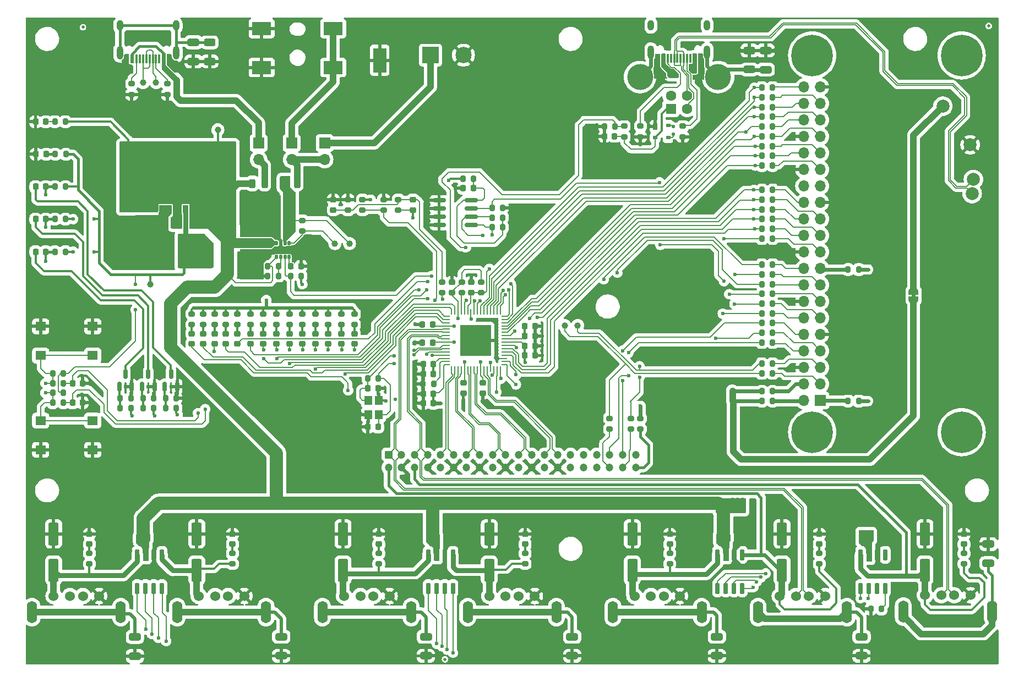
<source format=gbr>
G04 #@! TF.GenerationSoftware,KiCad,Pcbnew,7.0.9*
G04 #@! TF.CreationDate,2024-02-27T14:15:25+02:00*
G04 #@! TF.ProjectId,volthub7,766f6c74-6875-4623-972e-6b696361645f,rev?*
G04 #@! TF.SameCoordinates,Original*
G04 #@! TF.FileFunction,Copper,L1,Top*
G04 #@! TF.FilePolarity,Positive*
%FSLAX46Y46*%
G04 Gerber Fmt 4.6, Leading zero omitted, Abs format (unit mm)*
G04 Created by KiCad (PCBNEW 7.0.9) date 2024-02-27 14:15:25*
%MOMM*%
%LPD*%
G01*
G04 APERTURE LIST*
G04 Aperture macros list*
%AMRoundRect*
0 Rectangle with rounded corners*
0 $1 Rounding radius*
0 $2 $3 $4 $5 $6 $7 $8 $9 X,Y pos of 4 corners*
0 Add a 4 corners polygon primitive as box body*
4,1,4,$2,$3,$4,$5,$6,$7,$8,$9,$2,$3,0*
0 Add four circle primitives for the rounded corners*
1,1,$1+$1,$2,$3*
1,1,$1+$1,$4,$5*
1,1,$1+$1,$6,$7*
1,1,$1+$1,$8,$9*
0 Add four rect primitives between the rounded corners*
20,1,$1+$1,$2,$3,$4,$5,0*
20,1,$1+$1,$4,$5,$6,$7,0*
20,1,$1+$1,$6,$7,$8,$9,0*
20,1,$1+$1,$8,$9,$2,$3,0*%
%AMFreePoly0*
4,1,9,3.862500,-0.866500,0.737500,-0.866500,0.737500,-0.450000,-0.737500,-0.450000,-0.737500,0.450000,0.737500,0.450000,0.737500,0.866500,3.862500,0.866500,3.862500,-0.866500,3.862500,-0.866500,$1*%
%AMFreePoly1*
4,1,19,0.500000,-0.750000,0.000000,-0.750000,0.000000,-0.744911,-0.071157,-0.744911,-0.207708,-0.704816,-0.327430,-0.627875,-0.420627,-0.520320,-0.479746,-0.390866,-0.500000,-0.250000,-0.500000,0.250000,-0.479746,0.390866,-0.420627,0.520320,-0.327430,0.627875,-0.207708,0.704816,-0.071157,0.744911,0.000000,0.744911,0.000000,0.750000,0.500000,0.750000,0.500000,-0.750000,0.500000,-0.750000,
$1*%
%AMFreePoly2*
4,1,19,0.000000,0.744911,0.071157,0.744911,0.207708,0.704816,0.327430,0.627875,0.420627,0.520320,0.479746,0.390866,0.500000,0.250000,0.500000,-0.250000,0.479746,-0.390866,0.420627,-0.520320,0.327430,-0.627875,0.207708,-0.704816,0.071157,-0.744911,0.000000,-0.744911,0.000000,-0.750000,-0.500000,-0.750000,-0.500000,0.750000,0.000000,0.750000,0.000000,0.744911,0.000000,0.744911,
$1*%
G04 Aperture macros list end*
G04 #@! TA.AperFunction,SMDPad,CuDef*
%ADD10RoundRect,0.200000X-0.200000X-0.275000X0.200000X-0.275000X0.200000X0.275000X-0.200000X0.275000X0*%
G04 #@! TD*
G04 #@! TA.AperFunction,SMDPad,CuDef*
%ADD11RoundRect,0.218750X0.256250X-0.218750X0.256250X0.218750X-0.256250X0.218750X-0.256250X-0.218750X0*%
G04 #@! TD*
G04 #@! TA.AperFunction,SMDPad,CuDef*
%ADD12C,1.000000*%
G04 #@! TD*
G04 #@! TA.AperFunction,SMDPad,CuDef*
%ADD13RoundRect,0.200000X-0.275000X0.200000X-0.275000X-0.200000X0.275000X-0.200000X0.275000X0.200000X0*%
G04 #@! TD*
G04 #@! TA.AperFunction,ComponentPad*
%ADD14C,6.400000*%
G04 #@! TD*
G04 #@! TA.AperFunction,SMDPad,CuDef*
%ADD15RoundRect,0.250000X0.250000X0.475000X-0.250000X0.475000X-0.250000X-0.475000X0.250000X-0.475000X0*%
G04 #@! TD*
G04 #@! TA.AperFunction,SMDPad,CuDef*
%ADD16RoundRect,0.125000X-0.125000X0.187500X-0.125000X-0.187500X0.125000X-0.187500X0.125000X0.187500X0*%
G04 #@! TD*
G04 #@! TA.AperFunction,SMDPad,CuDef*
%ADD17R,1.900000X1.100000*%
G04 #@! TD*
G04 #@! TA.AperFunction,SMDPad,CuDef*
%ADD18RoundRect,0.250000X-0.650000X0.325000X-0.650000X-0.325000X0.650000X-0.325000X0.650000X0.325000X0*%
G04 #@! TD*
G04 #@! TA.AperFunction,SMDPad,CuDef*
%ADD19RoundRect,0.243750X-0.243750X-0.456250X0.243750X-0.456250X0.243750X0.456250X-0.243750X0.456250X0*%
G04 #@! TD*
G04 #@! TA.AperFunction,SMDPad,CuDef*
%ADD20RoundRect,0.200000X0.200000X0.275000X-0.200000X0.275000X-0.200000X-0.275000X0.200000X-0.275000X0*%
G04 #@! TD*
G04 #@! TA.AperFunction,ComponentPad*
%ADD21C,1.524000*%
G04 #@! TD*
G04 #@! TA.AperFunction,ComponentPad*
%ADD22O,1.600000X3.400000*%
G04 #@! TD*
G04 #@! TA.AperFunction,SMDPad,CuDef*
%ADD23RoundRect,0.250000X0.475000X-0.250000X0.475000X0.250000X-0.475000X0.250000X-0.475000X-0.250000X0*%
G04 #@! TD*
G04 #@! TA.AperFunction,SMDPad,CuDef*
%ADD24RoundRect,0.250000X0.650000X-0.325000X0.650000X0.325000X-0.650000X0.325000X-0.650000X-0.325000X0*%
G04 #@! TD*
G04 #@! TA.AperFunction,SMDPad,CuDef*
%ADD25RoundRect,0.200000X0.275000X-0.200000X0.275000X0.200000X-0.275000X0.200000X-0.275000X-0.200000X0*%
G04 #@! TD*
G04 #@! TA.AperFunction,SMDPad,CuDef*
%ADD26RoundRect,0.225000X0.225000X0.250000X-0.225000X0.250000X-0.225000X-0.250000X0.225000X-0.250000X0*%
G04 #@! TD*
G04 #@! TA.AperFunction,SMDPad,CuDef*
%ADD27R,3.000000X2.000000*%
G04 #@! TD*
G04 #@! TA.AperFunction,SMDPad,CuDef*
%ADD28RoundRect,0.218750X-0.256250X0.218750X-0.256250X-0.218750X0.256250X-0.218750X0.256250X0.218750X0*%
G04 #@! TD*
G04 #@! TA.AperFunction,SMDPad,CuDef*
%ADD29RoundRect,0.225000X0.250000X-0.225000X0.250000X0.225000X-0.250000X0.225000X-0.250000X-0.225000X0*%
G04 #@! TD*
G04 #@! TA.AperFunction,ComponentPad*
%ADD30C,2.000000*%
G04 #@! TD*
G04 #@! TA.AperFunction,SMDPad,CuDef*
%ADD31RoundRect,0.218750X-0.218750X-0.256250X0.218750X-0.256250X0.218750X0.256250X-0.218750X0.256250X0*%
G04 #@! TD*
G04 #@! TA.AperFunction,ComponentPad*
%ADD32R,2.500000X2.500000*%
G04 #@! TD*
G04 #@! TA.AperFunction,ComponentPad*
%ADD33C,2.500000*%
G04 #@! TD*
G04 #@! TA.AperFunction,SMDPad,CuDef*
%ADD34C,0.500000*%
G04 #@! TD*
G04 #@! TA.AperFunction,ComponentPad*
%ADD35R,1.700000X1.700000*%
G04 #@! TD*
G04 #@! TA.AperFunction,ComponentPad*
%ADD36O,1.700000X1.700000*%
G04 #@! TD*
G04 #@! TA.AperFunction,SMDPad,CuDef*
%ADD37RoundRect,0.250000X-0.625000X0.312500X-0.625000X-0.312500X0.625000X-0.312500X0.625000X0.312500X0*%
G04 #@! TD*
G04 #@! TA.AperFunction,SMDPad,CuDef*
%ADD38RoundRect,0.225000X-0.225000X-0.250000X0.225000X-0.250000X0.225000X0.250000X-0.225000X0.250000X0*%
G04 #@! TD*
G04 #@! TA.AperFunction,SMDPad,CuDef*
%ADD39RoundRect,0.150000X0.150000X-0.587500X0.150000X0.587500X-0.150000X0.587500X-0.150000X-0.587500X0*%
G04 #@! TD*
G04 #@! TA.AperFunction,ComponentPad*
%ADD40R,1.600000X1.600000*%
G04 #@! TD*
G04 #@! TA.AperFunction,ComponentPad*
%ADD41C,1.600000*%
G04 #@! TD*
G04 #@! TA.AperFunction,ComponentPad*
%ADD42C,4.000000*%
G04 #@! TD*
G04 #@! TA.AperFunction,SMDPad,CuDef*
%ADD43R,1.600000X1.400000*%
G04 #@! TD*
G04 #@! TA.AperFunction,SMDPad,CuDef*
%ADD44RoundRect,0.250000X0.625000X-0.312500X0.625000X0.312500X-0.625000X0.312500X-0.625000X-0.312500X0*%
G04 #@! TD*
G04 #@! TA.AperFunction,ComponentPad*
%ADD45RoundRect,0.250000X-0.350000X-0.350000X0.350000X-0.350000X0.350000X0.350000X-0.350000X0.350000X0*%
G04 #@! TD*
G04 #@! TA.AperFunction,ComponentPad*
%ADD46C,1.200000*%
G04 #@! TD*
G04 #@! TA.AperFunction,SMDPad,CuDef*
%ADD47R,0.900000X1.300000*%
G04 #@! TD*
G04 #@! TA.AperFunction,SMDPad,CuDef*
%ADD48FreePoly0,90.000000*%
G04 #@! TD*
G04 #@! TA.AperFunction,SMDPad,CuDef*
%ADD49FreePoly1,270.000000*%
G04 #@! TD*
G04 #@! TA.AperFunction,SMDPad,CuDef*
%ADD50FreePoly2,270.000000*%
G04 #@! TD*
G04 #@! TA.AperFunction,SMDPad,CuDef*
%ADD51R,0.700000X1.000000*%
G04 #@! TD*
G04 #@! TA.AperFunction,SMDPad,CuDef*
%ADD52R,0.700000X0.600000*%
G04 #@! TD*
G04 #@! TA.AperFunction,SMDPad,CuDef*
%ADD53RoundRect,0.250000X0.550000X-1.500000X0.550000X1.500000X-0.550000X1.500000X-0.550000X-1.500000X0*%
G04 #@! TD*
G04 #@! TA.AperFunction,SMDPad,CuDef*
%ADD54R,2.000000X3.800000*%
G04 #@! TD*
G04 #@! TA.AperFunction,SMDPad,CuDef*
%ADD55R,1.150000X1.400000*%
G04 #@! TD*
G04 #@! TA.AperFunction,SMDPad,CuDef*
%ADD56RoundRect,0.150000X0.150000X-0.725000X0.150000X0.725000X-0.150000X0.725000X-0.150000X-0.725000X0*%
G04 #@! TD*
G04 #@! TA.AperFunction,SMDPad,CuDef*
%ADD57RoundRect,0.250000X1.500000X0.550000X-1.500000X0.550000X-1.500000X-0.550000X1.500000X-0.550000X0*%
G04 #@! TD*
G04 #@! TA.AperFunction,SMDPad,CuDef*
%ADD58R,0.600000X1.450000*%
G04 #@! TD*
G04 #@! TA.AperFunction,SMDPad,CuDef*
%ADD59R,0.300000X1.450000*%
G04 #@! TD*
G04 #@! TA.AperFunction,ComponentPad*
%ADD60O,1.000000X2.100000*%
G04 #@! TD*
G04 #@! TA.AperFunction,ComponentPad*
%ADD61O,1.000000X1.600000*%
G04 #@! TD*
G04 #@! TA.AperFunction,SMDPad,CuDef*
%ADD62RoundRect,0.050000X0.050000X-0.387500X0.050000X0.387500X-0.050000X0.387500X-0.050000X-0.387500X0*%
G04 #@! TD*
G04 #@! TA.AperFunction,SMDPad,CuDef*
%ADD63RoundRect,0.050000X0.387500X-0.050000X0.387500X0.050000X-0.387500X0.050000X-0.387500X-0.050000X0*%
G04 #@! TD*
G04 #@! TA.AperFunction,SMDPad,CuDef*
%ADD64R,4.700000X4.700000*%
G04 #@! TD*
G04 #@! TA.AperFunction,SMDPad,CuDef*
%ADD65RoundRect,0.225000X-0.250000X0.225000X-0.250000X-0.225000X0.250000X-0.225000X0.250000X0.225000X0*%
G04 #@! TD*
G04 #@! TA.AperFunction,SMDPad,CuDef*
%ADD66RoundRect,0.150000X-0.825000X-0.150000X0.825000X-0.150000X0.825000X0.150000X-0.825000X0.150000X0*%
G04 #@! TD*
G04 #@! TA.AperFunction,ViaPad*
%ADD67C,0.600000*%
G04 #@! TD*
G04 #@! TA.AperFunction,ViaPad*
%ADD68C,0.550000*%
G04 #@! TD*
G04 #@! TA.AperFunction,Conductor*
%ADD69C,0.200000*%
G04 #@! TD*
G04 #@! TA.AperFunction,Conductor*
%ADD70C,0.300000*%
G04 #@! TD*
G04 #@! TA.AperFunction,Conductor*
%ADD71C,0.150000*%
G04 #@! TD*
G04 #@! TA.AperFunction,Conductor*
%ADD72C,0.500000*%
G04 #@! TD*
G04 #@! TA.AperFunction,Conductor*
%ADD73C,0.400000*%
G04 #@! TD*
G04 #@! TA.AperFunction,Conductor*
%ADD74C,0.600000*%
G04 #@! TD*
G04 #@! TA.AperFunction,Conductor*
%ADD75C,0.800000*%
G04 #@! TD*
G04 #@! TA.AperFunction,Conductor*
%ADD76C,1.000000*%
G04 #@! TD*
G04 #@! TA.AperFunction,Conductor*
%ADD77C,2.000000*%
G04 #@! TD*
G04 #@! TA.AperFunction,Conductor*
%ADD78C,0.127000*%
G04 #@! TD*
G04 APERTURE END LIST*
G04 #@! TA.AperFunction,EtchedComponent*
G04 #@! TO.C,JP1*
G36*
X160162262Y-63950000D02*
G01*
X159562262Y-63950000D01*
X159562262Y-63450000D01*
X160162262Y-63450000D01*
X160162262Y-63950000D01*
G37*
G04 #@! TD.AperFunction*
G04 #@! TD*
D10*
G04 #@! TO.P,R61,1*
G04 #@! TO.N,GND*
X60537262Y-60700000D03*
G04 #@! TO.P,R61,2*
G04 #@! TO.N,/Power/DCDC_FB*
X62187262Y-60700000D03*
G04 #@! TD*
D11*
G04 #@! TO.P,D5,1,K*
G04 #@! TO.N,/LEDB1*
X50612262Y-71162500D03*
G04 #@! TO.P,D5,2,A*
G04 #@! TO.N,Net-(D5-A)*
X50612262Y-69587500D03*
G04 #@! TD*
D12*
G04 #@! TO.P,TP13,1,1*
G04 #@! TO.N,/SCL{slash}CFG_SEL0*
X108200000Y-68300000D03*
G04 #@! TD*
D13*
G04 #@! TO.P,R83,1*
G04 #@! TO.N,/SCL{slash}CFG_SEL0*
X116362262Y-82625000D03*
G04 #@! TO.P,R83,2*
G04 #@! TO.N,/Output/OLED_SCL*
X116362262Y-84275000D03*
G04 #@! TD*
D14*
G04 #@! TO.P,H11,1,1*
G04 #@! TO.N,unconnected-(H11-Pad1)*
X144262262Y-26750000D03*
G04 #@! TD*
G04 #@! TO.P,H10,1,1*
G04 #@! TO.N,unconnected-(H10-Pad1)*
X167262262Y-26750000D03*
G04 #@! TD*
D10*
G04 #@! TO.P,R9,1*
G04 #@! TO.N,/SDA*
X136537262Y-75700000D03*
G04 #@! TO.P,R9,2*
G04 #@! TO.N,Net-(U2-GPIO2{slash}SDA)*
X138187262Y-75700000D03*
G04 #@! TD*
D15*
G04 #@! TO.P,C32,1*
G04 #@! TO.N,/Power/DCDC_IN*
X63812262Y-49450000D03*
G04 #@! TO.P,C32,2*
G04 #@! TO.N,GND*
X61912262Y-49450000D03*
G04 #@! TD*
D16*
G04 #@! TO.P,U6,1,EN*
G04 #@! TO.N,/DCDC_EN*
X63837262Y-55637500D03*
G04 #@! TO.P,U6,2,VIN*
G04 #@! TO.N,/Power/DCDC_IN*
X63187262Y-55637500D03*
G04 #@! TO.P,U6,3,GND*
G04 #@! TO.N,GND*
X62537262Y-55637500D03*
G04 #@! TO.P,U6,4,VOUT*
G04 #@! TO.N,+5V*
X61887262Y-55637500D03*
G04 #@! TO.P,U6,5,VOUT*
X61887262Y-57762500D03*
G04 #@! TO.P,U6,6,FB*
G04 #@! TO.N,/Power/DCDC_FB*
X62537262Y-57762500D03*
G04 #@! TO.P,U6,7,PG*
G04 #@! TO.N,/DCDC_PG*
X63187262Y-57762500D03*
G04 #@! TO.P,U6,8,SS/TR*
G04 #@! TO.N,Net-(U6-SS{slash}TR)*
X63837262Y-57762500D03*
D17*
G04 #@! TO.P,U6,9,GND*
G04 #@! TO.N,GND*
X62862262Y-56700000D03*
G04 #@! TD*
D18*
G04 #@! TO.P,C21,1*
G04 #@! TO.N,Net-(J5-Shield)*
X62612262Y-116225000D03*
G04 #@! TO.P,C21,2*
G04 #@! TO.N,GND*
X62612262Y-119175000D03*
G04 #@! TD*
D14*
G04 #@! TO.P,H8,1,1*
G04 #@! TO.N,unconnected-(H8-Pad1)*
X144262262Y-84750000D03*
G04 #@! TD*
D19*
G04 #@! TO.P,F1,1*
G04 #@! TO.N,+5V*
X58174762Y-46450000D03*
G04 #@! TO.P,F1,2*
G04 #@! TO.N,Net-(JP2-B)*
X60049762Y-46450000D03*
G04 #@! TD*
D20*
G04 #@! TO.P,R89,1*
G04 #@! TO.N,+3V3*
X29112262Y-78700000D03*
G04 #@! TO.P,R89,2*
G04 #@! TO.N,/Output/SW1_P*
X27462262Y-78700000D03*
G04 #@! TD*
D18*
G04 #@! TO.P,C22,1*
G04 #@! TO.N,Net-(J6-Shield)*
X84862262Y-116225000D03*
G04 #@! TO.P,C22,2*
G04 #@! TO.N,GND*
X84862262Y-119175000D03*
G04 #@! TD*
D10*
G04 #@! TO.P,R88,1*
G04 #@! TO.N,Net-(Q2-B)*
X37837262Y-81012500D03*
G04 #@! TO.P,R88,2*
G04 #@! TO.N,/Output/LED_G*
X39487262Y-81012500D03*
G04 #@! TD*
D21*
G04 #@! TO.P,J5,1,VBUS*
G04 #@! TO.N,/VBUS2*
X49945595Y-109950000D03*
G04 #@! TO.P,J5,2,D-*
G04 #@! TO.N,/USB2_DN*
X52445595Y-109950000D03*
G04 #@! TO.P,J5,3,D+*
G04 #@! TO.N,/USB2_DP*
X54445595Y-109950000D03*
G04 #@! TO.P,J5,4,GND*
G04 #@! TO.N,GND*
X56945595Y-109950000D03*
D22*
G04 #@! TO.P,J5,5,Shield*
G04 #@! TO.N,Net-(J5-Shield)*
X46620595Y-112450000D03*
X60270595Y-112450000D03*
G04 #@! TD*
D23*
G04 #@! TO.P,C37,1*
G04 #@! TO.N,+5V*
X59862262Y-55650000D03*
G04 #@! TO.P,C37,2*
G04 #@! TO.N,GND*
X59862262Y-53750000D03*
G04 #@! TD*
D11*
G04 #@! TO.P,D15,1,K*
G04 #@! TO.N,/LEDB4*
X61862262Y-71162500D03*
G04 #@! TO.P,D15,2,A*
G04 #@! TO.N,Net-(D15-A)*
X61862262Y-69587500D03*
G04 #@! TD*
D24*
G04 #@! TO.P,C26,1*
G04 #@! TO.N,Net-(J10-Shield)*
X171362262Y-104925000D03*
G04 #@! TO.P,C26,2*
G04 #@! TO.N,GND*
X171362262Y-101975000D03*
G04 #@! TD*
D20*
G04 #@! TO.P,R3,1*
G04 #@! TO.N,GND*
X96687262Y-50200000D03*
G04 #@! TO.P,R3,2*
G04 #@! TO.N,/EE_WP*
X95037262Y-50200000D03*
G04 #@! TD*
D10*
G04 #@! TO.P,R21,1*
G04 #@! TO.N,/PRTPWR5*
X136537262Y-39200000D03*
G04 #@! TO.P,R21,2*
G04 #@! TO.N,Net-(U2-GPIO13{slash}PWM1)*
X138187262Y-39200000D03*
G04 #@! TD*
D25*
G04 #@! TO.P,R72,1*
G04 #@! TO.N,Net-(D20-A)*
X67862262Y-68200000D03*
G04 #@! TO.P,R72,2*
G04 #@! TO.N,+3V3*
X67862262Y-66550000D03*
G04 #@! TD*
D26*
G04 #@! TO.P,C9,1*
G04 #@! TO.N,+3V3*
X85887262Y-70950000D03*
G04 #@! TO.P,C9,2*
G04 #@! TO.N,GND*
X84337262Y-70950000D03*
G04 #@! TD*
D11*
G04 #@! TO.P,D12,1,K*
G04 #@! TO.N,/LEDA3*
X55862262Y-71162500D03*
G04 #@! TO.P,D12,2,A*
G04 #@! TO.N,Net-(D12-A)*
X55862262Y-69587500D03*
G04 #@! TD*
G04 #@! TO.P,D18,1,K*
G04 #@! TO.N,/LEDA5*
X63862262Y-71162500D03*
G04 #@! TO.P,D18,2,A*
G04 #@! TO.N,Net-(D18-A)*
X63862262Y-69587500D03*
G04 #@! TD*
D20*
G04 #@! TO.P,R34,1*
G04 #@! TO.N,/PI_5V*
X138187262Y-78450000D03*
G04 #@! TO.P,R34,2*
G04 #@! TO.N,+5V*
X136537262Y-78450000D03*
G04 #@! TD*
G04 #@! TO.P,R45,1*
G04 #@! TO.N,Net-(U2-GPIO16)*
X138187262Y-37700000D03*
G04 #@! TO.P,R45,2*
G04 #@! TO.N,/OCS5*
X136537262Y-37700000D03*
G04 #@! TD*
G04 #@! TO.P,R36,1*
G04 #@! TO.N,Net-(U2-GPIO14{slash}TXD)*
X138187262Y-70950000D03*
G04 #@! TO.P,R36,2*
G04 #@! TO.N,/PI_TXD*
X136537262Y-70950000D03*
G04 #@! TD*
D11*
G04 #@! TO.P,D20,1,K*
G04 #@! TO.N,/LEDA6*
X67862262Y-71162500D03*
G04 #@! TO.P,D20,2,A*
G04 #@! TO.N,Net-(D20-A)*
X67862262Y-69587500D03*
G04 #@! TD*
D10*
G04 #@! TO.P,R13,1*
G04 #@! TO.N,/Output/LED_R*
X136537262Y-63450000D03*
G04 #@! TO.P,R13,2*
G04 #@! TO.N,Net-(U2-GPIO27)*
X138187262Y-63450000D03*
G04 #@! TD*
D27*
G04 #@! TO.P,J13,1*
G04 #@! TO.N,Net-(JP3-A)*
X70612262Y-22600000D03*
X70612262Y-28600000D03*
G04 #@! TO.P,J13,2*
G04 #@! TO.N,GND*
X59612262Y-28600000D03*
G04 #@! TO.P,J13,3*
X59612262Y-22600000D03*
G04 #@! TD*
D25*
G04 #@! TO.P,R70,1*
G04 #@! TO.N,Net-(D18-A)*
X63862262Y-68200000D03*
G04 #@! TO.P,R70,2*
G04 #@! TO.N,+3V3*
X63862262Y-66550000D03*
G04 #@! TD*
D13*
G04 #@! TO.P,R54,1*
G04 #@! TO.N,Net-(D9-A)*
X55112262Y-103375000D03*
G04 #@! TO.P,R54,2*
G04 #@! TO.N,/VBUS2*
X55112262Y-105025000D03*
G04 #@! TD*
G04 #@! TO.P,R82,1*
G04 #@! TO.N,+3V3*
X117862262Y-82625000D03*
G04 #@! TO.P,R82,2*
G04 #@! TO.N,/Output/OLED_VDD*
X117862262Y-84275000D03*
G04 #@! TD*
D21*
G04 #@! TO.P,J8,1,VBUS*
G04 #@! TO.N,/VBUS5*
X116945594Y-109950000D03*
G04 #@! TO.P,J8,2,D-*
G04 #@! TO.N,/USB5_DN*
X119445594Y-109950000D03*
G04 #@! TO.P,J8,3,D+*
G04 #@! TO.N,/USB5_DP*
X121445594Y-109950000D03*
G04 #@! TO.P,J8,4,GND*
G04 #@! TO.N,GND*
X123945594Y-109950000D03*
D22*
G04 #@! TO.P,J8,5,Shield*
G04 #@! TO.N,Net-(J8-Shield)*
X113620594Y-112450000D03*
X127270594Y-112450000D03*
G04 #@! TD*
D28*
G04 #@! TO.P,D3,1,K*
G04 #@! TO.N,GND*
X70612262Y-48950000D03*
G04 #@! TO.P,D3,2,A*
G04 #@! TO.N,Net-(D2-K)*
X70612262Y-50525000D03*
G04 #@! TD*
D29*
G04 #@! TO.P,C17,1*
G04 #@! TO.N,/RESET_USB*
X91862262Y-63225000D03*
G04 #@! TO.P,C17,2*
G04 #@! TO.N,GND*
X91862262Y-61675000D03*
G04 #@! TD*
D10*
G04 #@! TO.P,R16,1*
G04 #@! TO.N,/Output/SWITCH1*
X136537262Y-54950000D03*
G04 #@! TO.P,R16,2*
G04 #@! TO.N,Net-(U2-GPIO10{slash}MOSI)*
X138187262Y-54950000D03*
G04 #@! TD*
D20*
G04 #@! TO.P,R86,1*
G04 #@! TO.N,GND*
X46487262Y-79512500D03*
G04 #@! TO.P,R86,2*
G04 #@! TO.N,Net-(Q1-B)*
X44837262Y-79512500D03*
G04 #@! TD*
D26*
G04 #@! TO.P,C10,1*
G04 #@! TO.N,+3V3*
X85887262Y-68200000D03*
G04 #@! TO.P,C10,2*
G04 #@! TO.N,GND*
X84337262Y-68200000D03*
G04 #@! TD*
D15*
G04 #@! TO.P,C31,1*
G04 #@! TO.N,/Power/DCDC_IN*
X63812262Y-51450000D03*
G04 #@! TO.P,C31,2*
G04 #@! TO.N,GND*
X61912262Y-51450000D03*
G04 #@! TD*
D26*
G04 #@! TO.P,C1,1*
G04 #@! TO.N,Net-(U1-VCC)*
X92137262Y-47200000D03*
G04 #@! TO.P,C1,2*
G04 #@! TO.N,GND*
X90587262Y-47200000D03*
G04 #@! TD*
D30*
G04 #@! TO.P,TP1,1,1*
G04 #@! TO.N,/USBUP_DN*
X168862262Y-48000000D03*
G04 #@! TD*
D12*
G04 #@! TO.P,TP6,1,1*
G04 #@! TO.N,/Power/PWR_DP*
X41362262Y-30950000D03*
G04 #@! TD*
D11*
G04 #@! TO.P,D6,1,K*
G04 #@! TO.N,/LEDA2*
X52362262Y-71162500D03*
G04 #@! TO.P,D6,2,A*
G04 #@! TO.N,Net-(D6-A)*
X52362262Y-69587500D03*
G04 #@! TD*
D25*
G04 #@! TO.P,R28,1*
G04 #@! TO.N,/RESET_USB*
X93362262Y-63275000D03*
G04 #@! TO.P,R28,2*
G04 #@! TO.N,+3V3*
X93362262Y-61625000D03*
G04 #@! TD*
D20*
G04 #@! TO.P,R1,1*
G04 #@! TO.N,Net-(U1-VCC)*
X92187262Y-45700000D03*
G04 #@! TO.P,R1,2*
G04 #@! TO.N,+3V3*
X90537262Y-45700000D03*
G04 #@! TD*
D10*
G04 #@! TO.P,R23,1*
G04 #@! TO.N,/OCS6*
X136537262Y-33200000D03*
G04 #@! TO.P,R23,2*
G04 #@! TO.N,Net-(U2-GPIO26)*
X138187262Y-33200000D03*
G04 #@! TD*
D31*
G04 #@! TO.P,D32,1,K*
G04 #@! TO.N,/Output/LEDY_K*
X24824762Y-51950000D03*
G04 #@! TO.P,D32,2,A*
G04 #@! TO.N,/Output/LEDY_A*
X26399762Y-51950000D03*
G04 #@! TD*
D18*
G04 #@! TO.P,C25,1*
G04 #@! TO.N,Net-(J9-Shield)*
X151862262Y-116225000D03*
G04 #@! TO.P,C25,2*
G04 #@! TO.N,GND*
X151862262Y-119175000D03*
G04 #@! TD*
D20*
G04 #@! TO.P,R87,1*
G04 #@! TO.N,+3V3*
X29437262Y-46950000D03*
G04 #@! TO.P,R87,2*
G04 #@! TO.N,/LEDR_A*
X27787262Y-46950000D03*
G04 #@! TD*
D25*
G04 #@! TO.P,R6,1*
G04 #@! TO.N,GND*
X117862262Y-39275000D03*
G04 #@! TO.P,R6,2*
G04 #@! TO.N,/UP_CC2*
X117862262Y-37625000D03*
G04 #@! TD*
D10*
G04 #@! TO.P,R22,1*
G04 #@! TO.N,/PRTPWR7*
X136537262Y-36200000D03*
G04 #@! TO.P,R22,2*
G04 #@! TO.N,Net-(U2-GPIO19{slash}PCM_FS)*
X138187262Y-36200000D03*
G04 #@! TD*
D32*
G04 #@! TO.P,J12,1,Pin_1*
G04 #@! TO.N,Net-(J12-Pin_1)*
X85567262Y-26700000D03*
D33*
G04 #@! TO.P,J12,2,Pin_2*
G04 #@! TO.N,GND*
X90647262Y-26700000D03*
G04 #@! TD*
D25*
G04 #@! TO.P,R51,1*
G04 #@! TO.N,Net-(D6-A)*
X52362262Y-68200000D03*
G04 #@! TO.P,R51,2*
G04 #@! TO.N,+3V3*
X52362262Y-66550000D03*
G04 #@! TD*
D34*
G04 #@! TO.P,FID3,*
G04 #@! TO.N,*
X87812262Y-119700000D03*
G04 #@! TD*
D20*
G04 #@! TO.P,R91,1*
G04 #@! TO.N,/Output/SWITCH1*
X29112262Y-80200000D03*
G04 #@! TO.P,R91,2*
G04 #@! TO.N,/Output/SW1_P*
X27462262Y-80200000D03*
G04 #@! TD*
D18*
G04 #@! TO.P,C23,1*
G04 #@! TO.N,Net-(J7-Shield)*
X107362262Y-116225000D03*
G04 #@! TO.P,C23,2*
G04 #@! TO.N,GND*
X107362262Y-119175000D03*
G04 #@! TD*
D35*
G04 #@! TO.P,JP4,1,A*
G04 #@! TO.N,Net-(J12-Pin_1)*
X69292262Y-40230000D03*
D36*
G04 #@! TO.P,JP4,2,B*
G04 #@! TO.N,Net-(JP3-B)*
X69292262Y-42770000D03*
G04 #@! TD*
D12*
G04 #@! TO.P,TP12,1,1*
G04 #@! TO.N,/SDA*
X106200000Y-68300000D03*
G04 #@! TD*
D37*
G04 #@! TO.P,R55,1*
G04 #@! TO.N,/Power/USB_SH*
X51612262Y-24737500D03*
G04 #@! TO.P,R55,2*
G04 #@! TO.N,GND*
X51612262Y-27662500D03*
G04 #@! TD*
D30*
G04 #@! TO.P,TP3,1,1*
G04 #@! TO.N,/UP_VBUS*
X164362262Y-34550000D03*
G04 #@! TD*
D20*
G04 #@! TO.P,R38,1*
G04 #@! TO.N,Net-(U2-GPIO18{slash}PCM_CLK)*
X138187262Y-66450000D03*
G04 #@! TO.P,R38,2*
G04 #@! TO.N,/GPIO18*
X136537262Y-66450000D03*
G04 #@! TD*
D25*
G04 #@! TO.P,R25,1*
G04 #@! TO.N,+3V3*
X80612262Y-50562500D03*
G04 #@! TO.P,R25,2*
G04 #@! TO.N,Net-(D2-K)*
X80612262Y-48912500D03*
G04 #@! TD*
D20*
G04 #@! TO.P,R43,1*
G04 #@! TO.N,Net-(U2-GPIO7{slash}CE1)*
X138187262Y-47450000D03*
G04 #@! TO.P,R43,2*
G04 #@! TO.N,/PRTPWR2*
X136537262Y-47450000D03*
G04 #@! TD*
G04 #@! TO.P,R46,1*
G04 #@! TO.N,Net-(U2-GPIO20{slash}PCM_DIN)*
X138187262Y-34700000D03*
G04 #@! TO.P,R46,2*
G04 #@! TO.N,/OCS7*
X136537262Y-34700000D03*
G04 #@! TD*
D21*
G04 #@! TO.P,J10,1,VBUS*
G04 #@! TO.N,/VBUS7*
X161612262Y-109850000D03*
G04 #@! TO.P,J10,2,D-*
G04 #@! TO.N,/USB7_DN*
X164112262Y-109850000D03*
G04 #@! TO.P,J10,3,D+*
G04 #@! TO.N,/USB7_DP*
X166112262Y-109850000D03*
G04 #@! TO.P,J10,4,GND*
G04 #@! TO.N,GND*
X168612262Y-109850000D03*
D22*
G04 #@! TO.P,J10,5,Shield*
G04 #@! TO.N,Net-(J10-Shield)*
X158287262Y-112350000D03*
X171937262Y-112350000D03*
G04 #@! TD*
D11*
G04 #@! TO.P,D21,1,K*
G04 #@! TO.N,/LEDB6*
X69862262Y-71162500D03*
G04 #@! TO.P,D21,2,A*
G04 #@! TO.N,Net-(D21-A)*
X69862262Y-69587500D03*
G04 #@! TD*
G04 #@! TO.P,D4,1,K*
G04 #@! TO.N,/LEDA1*
X48862262Y-71162500D03*
G04 #@! TO.P,D4,2,A*
G04 #@! TO.N,Net-(D4-A)*
X48862262Y-69587500D03*
G04 #@! TD*
D10*
G04 #@! TO.P,R26,1*
G04 #@! TO.N,/XTAL2*
X75887262Y-76450000D03*
G04 #@! TO.P,R26,2*
G04 #@! TO.N,/XTAL1*
X77537262Y-76450000D03*
G04 #@! TD*
G04 #@! TO.P,R93,1*
G04 #@! TO.N,Net-(Q3-B)*
X41337262Y-81012500D03*
G04 #@! TO.P,R93,2*
G04 #@! TO.N,/Output/LED_Y*
X42987262Y-81012500D03*
G04 #@! TD*
D28*
G04 #@! TO.P,D23,1,K*
G04 #@! TO.N,GND*
X145362262Y-100412500D03*
G04 #@! TO.P,D23,2,A*
G04 #@! TO.N,Net-(D23-A)*
X145362262Y-101987500D03*
G04 #@! TD*
D10*
G04 #@! TO.P,R27,1*
G04 #@! TO.N,GND*
X112287262Y-37700000D03*
G04 #@! TO.P,R27,2*
G04 #@! TO.N,/VBUS_DET*
X113937262Y-37700000D03*
G04 #@! TD*
D14*
G04 #@! TO.P,H9,1,1*
G04 #@! TO.N,unconnected-(H9-Pad1)*
X167262262Y-84750000D03*
G04 #@! TD*
D20*
G04 #@! TO.P,R42,1*
G04 #@! TO.N,Net-(U2-GPIO8{slash}CE0)*
X138187262Y-50450000D03*
G04 #@! TO.P,R42,2*
G04 #@! TO.N,/OCS3*
X136537262Y-50450000D03*
G04 #@! TD*
D10*
G04 #@! TO.P,R14,1*
G04 #@! TO.N,/Output/LED_Y*
X136537262Y-60450000D03*
G04 #@! TO.P,R14,2*
G04 #@! TO.N,Net-(U2-GPIO22)*
X138187262Y-60450000D03*
G04 #@! TD*
G04 #@! TO.P,R48,1*
G04 #@! TO.N,GND*
X84387262Y-77300000D03*
G04 #@! TO.P,R48,2*
G04 #@! TO.N,/RBIAS*
X86037262Y-77300000D03*
G04 #@! TD*
G04 #@! TO.P,R98,1*
G04 #@! TO.N,GND*
X153287262Y-111950000D03*
G04 #@! TO.P,R98,2*
G04 #@! TO.N,/Port4 down1/ENB*
X154937262Y-111950000D03*
G04 #@! TD*
D35*
G04 #@! TO.P,JP2,1,A*
G04 #@! TO.N,/Power/PWR_VBUS*
X59132262Y-40230000D03*
D36*
G04 #@! TO.P,JP2,2,B*
G04 #@! TO.N,Net-(JP2-B)*
X59132262Y-42770000D03*
G04 #@! TD*
D10*
G04 #@! TO.P,R97,1*
G04 #@! TO.N,/Output/LEDY_A*
X27787262Y-51950000D03*
G04 #@! TO.P,R97,2*
G04 #@! TO.N,+3V3*
X29437262Y-51950000D03*
G04 #@! TD*
D20*
G04 #@! TO.P,R37,1*
G04 #@! TO.N,Net-(U2-GPIO15{slash}RXD)*
X138187262Y-67950000D03*
G04 #@! TO.P,R37,2*
G04 #@! TO.N,/PI_RXD*
X136537262Y-67950000D03*
G04 #@! TD*
D38*
G04 #@! TO.P,C6,1*
G04 #@! TO.N,/VDDCR*
X100087262Y-69950000D03*
G04 #@! TO.P,C6,2*
G04 #@! TO.N,GND*
X101637262Y-69950000D03*
G04 #@! TD*
D39*
G04 #@! TO.P,Q1,1,B*
G04 #@! TO.N,Net-(Q1-B)*
X44712262Y-77700000D03*
G04 #@! TO.P,Q1,2,E*
G04 #@! TO.N,GND*
X46612262Y-77700000D03*
G04 #@! TO.P,Q1,3,C*
G04 #@! TO.N,/Output/LEDR_K*
X45662262Y-75825000D03*
G04 #@! TD*
D10*
G04 #@! TO.P,R12,1*
G04 #@! TO.N,/Output/LED_G*
X136537262Y-64950000D03*
G04 #@! TO.P,R12,2*
G04 #@! TO.N,Net-(U2-GPIO17)*
X138187262Y-64950000D03*
G04 #@! TD*
D34*
G04 #@! TO.P,FID1,*
G04 #@! TO.N,*
X32112262Y-22400000D03*
G04 #@! TD*
D40*
G04 #@! TO.P,J1,1,VBUS*
G04 #@! TO.N,/UP_VBUS*
X122542262Y-34942500D03*
D41*
G04 #@! TO.P,J1,2,D-*
G04 #@! TO.N,/USBUP_DN*
X125042262Y-34942500D03*
G04 #@! TO.P,J1,3,D+*
G04 #@! TO.N,/USBUP_DP*
X125042262Y-32942500D03*
G04 #@! TO.P,J1,4,GND*
G04 #@! TO.N,GND*
X122542262Y-32942500D03*
D42*
G04 #@! TO.P,J1,5,Shield*
G04 #@! TO.N,/USB_SH*
X117792262Y-30082500D03*
X129792262Y-30082500D03*
G04 #@! TD*
D28*
G04 #@! TO.P,D28,1,K*
G04 #@! TO.N,GND*
X167612262Y-100412500D03*
G04 #@! TO.P,D28,2,A*
G04 #@! TO.N,Net-(D28-A)*
X167612262Y-101987500D03*
G04 #@! TD*
D43*
G04 #@! TO.P,SW2,1,1*
G04 #@! TO.N,GND*
X25612262Y-68450000D03*
X33612262Y-68450000D03*
G04 #@! TO.P,SW2,2,2*
G04 #@! TO.N,/Output/SW2_P*
X25612262Y-72950000D03*
X33612262Y-72950000D03*
G04 #@! TD*
D38*
G04 #@! TO.P,C18,1*
G04 #@! TO.N,+3V3*
X100087262Y-72950000D03*
G04 #@! TO.P,C18,2*
G04 #@! TO.N,GND*
X101637262Y-72950000D03*
G04 #@! TD*
D11*
G04 #@! TO.P,D13,1,K*
G04 #@! TO.N,/LEDB3*
X57862262Y-71162500D03*
G04 #@! TO.P,D13,2,A*
G04 #@! TO.N,Net-(D13-A)*
X57862262Y-69587500D03*
G04 #@! TD*
D20*
G04 #@! TO.P,R41,1*
G04 #@! TO.N,Net-(U2-GPIO25)*
X138187262Y-53450000D03*
G04 #@! TO.P,R41,2*
G04 #@! TO.N,/PRTPWR4*
X136537262Y-53450000D03*
G04 #@! TD*
D25*
G04 #@! TO.P,R67,1*
G04 #@! TO.N,Net-(D15-A)*
X61862262Y-68200000D03*
G04 #@! TO.P,R67,2*
G04 #@! TO.N,+3V3*
X61862262Y-66550000D03*
G04 #@! TD*
D44*
G04 #@! TO.P,R2,1*
G04 #@! TO.N,/USB_SH*
X134612262Y-28912500D03*
G04 #@! TO.P,R2,2*
G04 #@! TO.N,GND*
X134612262Y-25987500D03*
G04 #@! TD*
D45*
G04 #@! TO.P,J2,1,Pin_1*
G04 #@! TO.N,/USB6_DN*
X79112262Y-88200000D03*
D46*
G04 #@! TO.P,J2,2,Pin_2*
G04 #@! TO.N,/VBUS6*
X79112262Y-90200000D03*
G04 #@! TO.P,J2,3,Pin_3*
G04 #@! TO.N,/USB6_DP*
X81112262Y-88200000D03*
G04 #@! TO.P,J2,4,Pin_4*
G04 #@! TO.N,GND*
X81112262Y-90200000D03*
G04 #@! TO.P,J2,5,Pin_5*
G04 #@! TO.N,/USB7_DN*
X83112262Y-88200000D03*
G04 #@! TO.P,J2,6,Pin_6*
G04 #@! TO.N,/VBUS7*
X83112262Y-90200000D03*
G04 #@! TO.P,J2,7,Pin_7*
G04 #@! TO.N,/USB7_DP*
X85112262Y-88200000D03*
G04 #@! TO.P,J2,8,Pin_8*
G04 #@! TO.N,GND*
X85112262Y-90200000D03*
G04 #@! TO.P,J2,9,Pin_9*
G04 #@! TO.N,/USB1_DN*
X87112262Y-88200000D03*
G04 #@! TO.P,J2,10,Pin_10*
G04 #@! TO.N,/VBUS1*
X87112262Y-90200000D03*
G04 #@! TO.P,J2,11,Pin_11*
G04 #@! TO.N,/USB1_DP*
X89112262Y-88200000D03*
G04 #@! TO.P,J2,12,Pin_12*
G04 #@! TO.N,GND*
X89112262Y-90200000D03*
G04 #@! TO.P,J2,13,Pin_13*
G04 #@! TO.N,/USB2_DN*
X91112262Y-88200000D03*
G04 #@! TO.P,J2,14,Pin_14*
G04 #@! TO.N,/VBUS2*
X91112262Y-90200000D03*
G04 #@! TO.P,J2,15,Pin_15*
G04 #@! TO.N,/USB2_DP*
X93112262Y-88200000D03*
G04 #@! TO.P,J2,16,Pin_16*
G04 #@! TO.N,GND*
X93112262Y-90200000D03*
G04 #@! TO.P,J2,17,Pin_17*
G04 #@! TO.N,/USB3_DN*
X95112262Y-88200000D03*
G04 #@! TO.P,J2,18,Pin_18*
G04 #@! TO.N,/VBUS3*
X95112262Y-90200000D03*
G04 #@! TO.P,J2,19,Pin_19*
G04 #@! TO.N,/USB3_DP*
X97112262Y-88200000D03*
G04 #@! TO.P,J2,20,Pin_20*
G04 #@! TO.N,GND*
X97112262Y-90200000D03*
G04 #@! TO.P,J2,21,Pin_21*
G04 #@! TO.N,/USB4_DN*
X99112262Y-88200000D03*
G04 #@! TO.P,J2,22,Pin_22*
G04 #@! TO.N,/VBUS4*
X99112262Y-90200000D03*
G04 #@! TO.P,J2,23,Pin_23*
G04 #@! TO.N,/USB4_DP*
X101112262Y-88200000D03*
G04 #@! TO.P,J2,24,Pin_24*
G04 #@! TO.N,GND*
X101112262Y-90200000D03*
G04 #@! TO.P,J2,25,Pin_25*
G04 #@! TO.N,/USB5_DN*
X103112262Y-88200000D03*
G04 #@! TO.P,J2,26,Pin_26*
G04 #@! TO.N,/VBUS5*
X103112262Y-90200000D03*
G04 #@! TO.P,J2,27,Pin_27*
G04 #@! TO.N,/USB5_DP*
X105112262Y-88200000D03*
G04 #@! TO.P,J2,28,Pin_28*
G04 #@! TO.N,GND*
X105112262Y-90200000D03*
G04 #@! TO.P,J2,29,Pin_29*
G04 #@! TO.N,+3V3*
X107112262Y-88200000D03*
G04 #@! TO.P,J2,30,Pin_30*
G04 #@! TO.N,/Output/SW1_P*
X107112262Y-90200000D03*
G04 #@! TO.P,J2,31,Pin_31*
G04 #@! TO.N,/LEDG_A*
X109112262Y-88200000D03*
G04 #@! TO.P,J2,32,Pin_32*
G04 #@! TO.N,/Output/SW2_P*
X109112262Y-90200000D03*
G04 #@! TO.P,J2,33,Pin_33*
G04 #@! TO.N,/LEDR_A*
X111112262Y-88200000D03*
G04 #@! TO.P,J2,34,Pin_34*
G04 #@! TO.N,/Output/LEDY_A*
X111112262Y-90200000D03*
G04 #@! TO.P,J2,35,Pin_35*
G04 #@! TO.N,/PI_TXD*
X113112262Y-88200000D03*
G04 #@! TO.P,J2,36,Pin_36*
G04 #@! TO.N,/Output/OLED_SDA*
X113112262Y-90200000D03*
G04 #@! TO.P,J2,37,Pin_37*
G04 #@! TO.N,/PI_RXD*
X115112262Y-88200000D03*
G04 #@! TO.P,J2,38,Pin_38*
G04 #@! TO.N,/Output/OLED_SCL*
X115112262Y-90200000D03*
G04 #@! TO.P,J2,39,Pin_39*
G04 #@! TO.N,+5V*
X117112262Y-88200000D03*
G04 #@! TO.P,J2,40,Pin_40*
G04 #@! TO.N,/Output/OLED_VDD*
X117112262Y-90200000D03*
G04 #@! TD*
D47*
G04 #@! TO.P,U5,1,GND*
G04 #@! TO.N,GND*
X44912262Y-50400000D03*
D48*
G04 #@! TO.P,U5,2,VIN*
G04 #@! TO.N,+5V*
X46412262Y-50312500D03*
D47*
G04 #@! TO.P,U5,3,VOUT*
G04 #@! TO.N,+3V3*
X47912262Y-50400000D03*
G04 #@! TD*
D13*
G04 #@! TO.P,R74,1*
G04 #@! TO.N,Net-(D22-A)*
X122362262Y-103375000D03*
G04 #@! TO.P,R74,2*
G04 #@! TO.N,/VBUS5*
X122362262Y-105025000D03*
G04 #@! TD*
D10*
G04 #@! TO.P,R4,1*
G04 #@! TO.N,/SDA*
X95037262Y-53200000D03*
G04 #@! TO.P,R4,2*
G04 #@! TO.N,Net-(U1-VCC)*
X96687262Y-53200000D03*
G04 #@! TD*
D26*
G04 #@! TO.P,C7,1*
G04 #@! TO.N,+3V3*
X85987262Y-78800000D03*
G04 #@! TO.P,C7,2*
G04 #@! TO.N,GND*
X84437262Y-78800000D03*
G04 #@! TD*
D10*
G04 #@! TO.P,R19,1*
G04 #@! TO.N,/OCS2*
X136537262Y-43700000D03*
G04 #@! TO.P,R19,2*
G04 #@! TO.N,Net-(U2-GPIO5)*
X138187262Y-43700000D03*
G04 #@! TD*
D31*
G04 #@! TO.P,D11,1,K*
G04 #@! TO.N,GND*
X24824762Y-36950000D03*
G04 #@! TO.P,D11,2,A*
G04 #@! TO.N,Net-(D11-A)*
X26399762Y-36950000D03*
G04 #@! TD*
D15*
G04 #@! TO.P,C33,1*
G04 #@! TO.N,+5V*
X46362262Y-52450000D03*
G04 #@! TO.P,C33,2*
G04 #@! TO.N,GND*
X44462262Y-52450000D03*
G04 #@! TD*
D24*
G04 #@! TO.P,C2,1*
G04 #@! TO.N,/USB_SH*
X137112262Y-28925000D03*
G04 #@! TO.P,C2,2*
G04 #@! TO.N,GND*
X137112262Y-25975000D03*
G04 #@! TD*
D20*
G04 #@! TO.P,R60,1*
G04 #@! TO.N,/Power/DCDC_FB*
X62187262Y-59200000D03*
G04 #@! TO.P,R60,2*
G04 #@! TO.N,+5V*
X60537262Y-59200000D03*
G04 #@! TD*
D28*
G04 #@! TO.P,D22,1,K*
G04 #@! TO.N,GND*
X122362262Y-100412500D03*
G04 #@! TO.P,D22,2,A*
G04 #@! TO.N,Net-(D22-A)*
X122362262Y-101987500D03*
G04 #@! TD*
D25*
G04 #@! TO.P,R73,1*
G04 #@! TO.N,Net-(D21-A)*
X69862262Y-68200000D03*
G04 #@! TO.P,R73,2*
G04 #@! TO.N,+3V3*
X69862262Y-66550000D03*
G04 #@! TD*
D49*
G04 #@! TO.P,JP1,1,A*
G04 #@! TO.N,/UP_VBUS*
X159862262Y-63050000D03*
D50*
G04 #@! TO.P,JP1,2,B*
G04 #@! TO.N,+5V*
X159862262Y-64350000D03*
G04 #@! TD*
D20*
G04 #@! TO.P,R94,1*
G04 #@! TO.N,+3V3*
X29112262Y-75700000D03*
G04 #@! TO.P,R94,2*
G04 #@! TO.N,/Output/SW2_P*
X27462262Y-75700000D03*
G04 #@! TD*
D51*
G04 #@! TO.P,D1,1,A*
G04 #@! TO.N,GND*
X120112262Y-37700000D03*
D52*
G04 #@! TO.P,D1,2,K*
G04 #@! TO.N,/UP_VBUS*
X120112262Y-39400000D03*
G04 #@! TO.P,D1,3,K*
G04 #@! TO.N,/USBUP_DN*
X122112262Y-39400000D03*
G04 #@! TO.P,D1,4,K*
G04 #@! TO.N,/USBUP_DP*
X122112262Y-37500000D03*
G04 #@! TD*
D11*
G04 #@! TO.P,D25,1,K*
G04 #@! TO.N,/LEDB7*
X73862262Y-71162500D03*
G04 #@! TO.P,D25,2,A*
G04 #@! TO.N,Net-(D25-A)*
X73862262Y-69587500D03*
G04 #@! TD*
D20*
G04 #@! TO.P,R40,1*
G04 #@! TO.N,Net-(U2-GPIO24)*
X138187262Y-58950000D03*
G04 #@! TO.P,R40,2*
G04 #@! TO.N,/DCDC_PG*
X136537262Y-58950000D03*
G04 #@! TD*
D21*
G04 #@! TO.P,J4,1,VBUS*
G04 #@! TO.N,/VBUS1*
X27612262Y-109950000D03*
G04 #@! TO.P,J4,2,D-*
G04 #@! TO.N,/USB1_DN*
X30112262Y-109950000D03*
G04 #@! TO.P,J4,3,D+*
G04 #@! TO.N,/USB1_DP*
X32112262Y-109950000D03*
G04 #@! TO.P,J4,4,GND*
G04 #@! TO.N,GND*
X34612262Y-109950000D03*
D22*
G04 #@! TO.P,J4,5,Shield*
G04 #@! TO.N,Net-(J4-Shield)*
X24287262Y-112450000D03*
X37937262Y-112450000D03*
G04 #@! TD*
D13*
G04 #@! TO.P,R30,1*
G04 #@! TO.N,Net-(D2-K)*
X87362262Y-61625000D03*
G04 #@! TO.P,R30,2*
G04 #@! TO.N,/HS_IND{slash}CFG_SEL1*
X87362262Y-63275000D03*
G04 #@! TD*
D53*
G04 #@! TO.P,C40,1*
G04 #@! TO.N,/VBUS5*
X116612262Y-106000000D03*
G04 #@! TO.P,C40,2*
G04 #@! TO.N,GND*
X116612262Y-100400000D03*
G04 #@! TD*
D10*
G04 #@! TO.P,R62,1*
G04 #@! TO.N,Net-(D10-A)*
X27862262Y-41950000D03*
G04 #@! TO.P,R62,2*
G04 #@! TO.N,+3V3*
X29512262Y-41950000D03*
G04 #@! TD*
D13*
G04 #@! TO.P,R75,1*
G04 #@! TO.N,Net-(D23-A)*
X145362262Y-103375000D03*
G04 #@! TO.P,R75,2*
G04 #@! TO.N,/VBUS6*
X145362262Y-105025000D03*
G04 #@! TD*
D30*
G04 #@! TO.P,TP2,1,1*
G04 #@! TO.N,/USBUP_DP*
X169062262Y-45850000D03*
G04 #@! TD*
D54*
G04 #@! TO.P,TP11,1,1*
G04 #@! TO.N,GND*
X77750000Y-27500000D03*
G04 #@! TD*
D53*
G04 #@! TO.P,C42,1*
G04 #@! TO.N,/VBUS7*
X161612262Y-106000000D03*
G04 #@! TO.P,C42,2*
G04 #@! TO.N,GND*
X161612262Y-100400000D03*
G04 #@! TD*
D25*
G04 #@! TO.P,R24,1*
G04 #@! TO.N,/UP_VBUS*
X115362262Y-39275000D03*
G04 #@! TO.P,R24,2*
G04 #@! TO.N,/VBUS_DET*
X115362262Y-37625000D03*
G04 #@! TD*
D31*
G04 #@! TO.P,D10,1,K*
G04 #@! TO.N,GND*
X24899762Y-41950000D03*
G04 #@! TO.P,D10,2,A*
G04 #@! TO.N,Net-(D10-A)*
X26474762Y-41950000D03*
G04 #@! TD*
D18*
G04 #@! TO.P,C20,1*
G04 #@! TO.N,Net-(J4-Shield)*
X40112262Y-116250000D03*
G04 #@! TO.P,C20,2*
G04 #@! TO.N,GND*
X40112262Y-119200000D03*
G04 #@! TD*
D25*
G04 #@! TO.P,R57,1*
G04 #@! TO.N,GND*
X45112262Y-32775000D03*
G04 #@! TO.P,R57,2*
G04 #@! TO.N,/Power/PWR_CC1*
X45112262Y-31125000D03*
G04 #@! TD*
D20*
G04 #@! TO.P,R15,1*
G04 #@! TO.N,+3V3*
X151437262Y-59700000D03*
G04 #@! TO.P,R15,2*
G04 #@! TO.N,/PI_3V3*
X149787262Y-59700000D03*
G04 #@! TD*
D53*
G04 #@! TO.P,C28,1*
G04 #@! TO.N,/VBUS2*
X49612262Y-106000000D03*
G04 #@! TO.P,C28,2*
G04 #@! TO.N,GND*
X49612262Y-100400000D03*
G04 #@! TD*
D26*
G04 #@! TO.P,C3,1*
G04 #@! TO.N,/VDDAPLL*
X85987262Y-74300000D03*
G04 #@! TO.P,C3,2*
G04 #@! TO.N,GND*
X84437262Y-74300000D03*
G04 #@! TD*
D18*
G04 #@! TO.P,C29,1*
G04 #@! TO.N,/Power/USB_SH*
X49112262Y-24725000D03*
G04 #@! TO.P,C29,2*
G04 #@! TO.N,GND*
X49112262Y-27675000D03*
G04 #@! TD*
D25*
G04 #@! TO.P,R59,1*
G04 #@! TO.N,/DCDC_EN*
X65862262Y-53775000D03*
G04 #@! TO.P,R59,2*
G04 #@! TO.N,/Power/DCDC_IN*
X65862262Y-52125000D03*
G04 #@! TD*
D35*
G04 #@! TO.P,JP3,1,A*
G04 #@! TO.N,Net-(JP3-A)*
X64212262Y-40230000D03*
D36*
G04 #@! TO.P,JP3,2,B*
G04 #@! TO.N,Net-(JP3-B)*
X64212262Y-42770000D03*
G04 #@! TD*
D38*
G04 #@! TO.P,C34,1*
G04 #@! TO.N,Net-(U6-SS{slash}TR)*
X64087262Y-59200000D03*
G04 #@! TO.P,C34,2*
G04 #@! TO.N,GND*
X65637262Y-59200000D03*
G04 #@! TD*
D55*
G04 #@! TO.P,Y1,1,1*
G04 #@! TO.N,/XTAL1*
X77612262Y-82050000D03*
G04 #@! TO.P,Y1,2,2*
G04 #@! TO.N,GND*
X77612262Y-79850000D03*
G04 #@! TO.P,Y1,3,3*
G04 #@! TO.N,/XTAL2*
X76012262Y-79850000D03*
G04 #@! TO.P,Y1,4,4*
G04 #@! TO.N,GND*
X76012262Y-82050000D03*
G04 #@! TD*
D25*
G04 #@! TO.P,R65,1*
G04 #@! TO.N,Net-(D13-A)*
X57862262Y-68200000D03*
G04 #@! TO.P,R65,2*
G04 #@! TO.N,+3V3*
X57862262Y-66550000D03*
G04 #@! TD*
D53*
G04 #@! TO.P,C38,1*
G04 #@! TO.N,/VBUS3*
X72112262Y-106000000D03*
G04 #@! TO.P,C38,2*
G04 #@! TO.N,GND*
X72112262Y-100400000D03*
G04 #@! TD*
D28*
G04 #@! TO.P,D9,1,K*
G04 #@! TO.N,GND*
X55112262Y-100412500D03*
G04 #@! TO.P,D9,2,A*
G04 #@! TO.N,Net-(D9-A)*
X55112262Y-101987500D03*
G04 #@! TD*
D25*
G04 #@! TO.P,R77,1*
G04 #@! TO.N,Net-(D25-A)*
X73862262Y-68200000D03*
G04 #@! TO.P,R77,2*
G04 #@! TO.N,+3V3*
X73862262Y-66550000D03*
G04 #@! TD*
D13*
G04 #@! TO.P,R69,1*
G04 #@! TO.N,Net-(D17-A)*
X100112262Y-103375000D03*
G04 #@! TO.P,R69,2*
G04 #@! TO.N,/VBUS4*
X100112262Y-105025000D03*
G04 #@! TD*
D39*
G04 #@! TO.P,Q2,1,B*
G04 #@! TO.N,Net-(Q2-B)*
X37712262Y-77700000D03*
G04 #@! TO.P,Q2,2,E*
G04 #@! TO.N,GND*
X39612262Y-77700000D03*
G04 #@! TO.P,Q2,3,C*
G04 #@! TO.N,/Output/LEDG_K*
X38662262Y-75825000D03*
G04 #@! TD*
D38*
G04 #@! TO.P,C5,1*
G04 #@! TO.N,/VDDCR*
X100087262Y-68450000D03*
G04 #@! TO.P,C5,2*
G04 #@! TO.N,GND*
X101637262Y-68450000D03*
G04 #@! TD*
D19*
G04 #@! TO.P,F2,1*
G04 #@! TO.N,/Power/DCDC_IN*
X63174762Y-46450000D03*
G04 #@! TO.P,F2,2*
G04 #@! TO.N,Net-(JP3-B)*
X65049762Y-46450000D03*
G04 #@! TD*
D39*
G04 #@! TO.P,Q3,1,B*
G04 #@! TO.N,Net-(Q3-B)*
X41212262Y-77700000D03*
G04 #@! TO.P,Q3,2,E*
G04 #@! TO.N,GND*
X43112262Y-77700000D03*
G04 #@! TO.P,Q3,3,C*
G04 #@! TO.N,/Output/LEDY_K*
X42162262Y-75825000D03*
G04 #@! TD*
D20*
G04 #@! TO.P,R44,1*
G04 #@! TO.N,Net-(U2-GPIO12{slash}PWM0)*
X138187262Y-42200000D03*
G04 #@! TO.P,R44,2*
G04 #@! TO.N,/OCS1*
X136537262Y-42200000D03*
G04 #@! TD*
D10*
G04 #@! TO.P,R20,1*
G04 #@! TO.N,/PRTPWR1*
X136537262Y-40700000D03*
G04 #@! TO.P,R20,2*
G04 #@! TO.N,Net-(U2-GPIO6)*
X138187262Y-40700000D03*
G04 #@! TD*
D28*
G04 #@! TO.P,D16,1,K*
G04 #@! TO.N,GND*
X77612262Y-100412500D03*
G04 #@! TO.P,D16,2,A*
G04 #@! TO.N,Net-(D16-A)*
X77612262Y-101987500D03*
G04 #@! TD*
D56*
G04 #@! TO.P,U7,1,ENA*
G04 #@! TO.N,/PRTPWR3*
X85207262Y-108775000D03*
G04 #@! TO.P,U7,2,FLGA*
G04 #@! TO.N,/OCS3*
X86477262Y-108775000D03*
G04 #@! TO.P,U7,3,FLGB*
G04 #@! TO.N,/OCS4*
X87747262Y-108775000D03*
G04 #@! TO.P,U7,4,ENB*
G04 #@! TO.N,/PRTPWR4*
X89017262Y-108775000D03*
G04 #@! TO.P,U7,5,OUTB*
G04 #@! TO.N,/VBUS4*
X89017262Y-103625000D03*
G04 #@! TO.P,U7,6,GND*
G04 #@! TO.N,GND*
X87747262Y-103625000D03*
G04 #@! TO.P,U7,7,IN*
G04 #@! TO.N,+5V*
X86477262Y-103625000D03*
G04 #@! TO.P,U7,8,OUTA*
G04 #@! TO.N,/VBUS3*
X85207262Y-103625000D03*
G04 #@! TD*
D12*
G04 #@! TO.P,TP8,1,1*
G04 #@! TO.N,/DCDC_EN*
X70862262Y-55700000D03*
G04 #@! TD*
D53*
G04 #@! TO.P,C39,1*
G04 #@! TO.N,/VBUS4*
X94612262Y-106000000D03*
G04 #@! TO.P,C39,2*
G04 #@! TO.N,GND*
X94612262Y-100400000D03*
G04 #@! TD*
D11*
G04 #@! TO.P,D19,1,K*
G04 #@! TO.N,/LEDB5*
X65862262Y-71162500D03*
G04 #@! TO.P,D19,2,A*
G04 #@! TO.N,Net-(D19-A)*
X65862262Y-69587500D03*
G04 #@! TD*
D25*
G04 #@! TO.P,R50,1*
G04 #@! TO.N,Net-(D5-A)*
X50612262Y-68200000D03*
G04 #@! TO.P,R50,2*
G04 #@! TO.N,+3V3*
X50612262Y-66550000D03*
G04 #@! TD*
D53*
G04 #@! TO.P,C27,1*
G04 #@! TO.N,/VBUS1*
X27612262Y-106000000D03*
G04 #@! TO.P,C27,2*
G04 #@! TO.N,GND*
X27612262Y-100400000D03*
G04 #@! TD*
D12*
G04 #@! TO.P,TP10,1,1*
G04 #@! TO.N,+5V*
X52862262Y-38200000D03*
G04 #@! TD*
D25*
G04 #@! TO.P,R66,1*
G04 #@! TO.N,Net-(D14-A)*
X59862262Y-68200000D03*
G04 #@! TO.P,R66,2*
G04 #@! TO.N,+3V3*
X59862262Y-66550000D03*
G04 #@! TD*
D31*
G04 #@! TO.P,D30,1,K*
G04 #@! TO.N,/Output/LEDR_K*
X24824762Y-46950000D03*
G04 #@! TO.P,D30,2,A*
G04 #@! TO.N,/LEDR_A*
X26399762Y-46950000D03*
G04 #@! TD*
D38*
G04 #@! TO.P,C45,1*
G04 #@! TO.N,/GPIO18*
X30512262Y-77200000D03*
G04 #@! TO.P,C45,2*
G04 #@! TO.N,GND*
X32062262Y-77200000D03*
G04 #@! TD*
D28*
G04 #@! TO.P,D17,1,K*
G04 #@! TO.N,GND*
X100112262Y-100412500D03*
G04 #@! TO.P,D17,2,A*
G04 #@! TO.N,Net-(D17-A)*
X100112262Y-101987500D03*
G04 #@! TD*
D43*
G04 #@! TO.P,SW1,1,1*
G04 #@! TO.N,GND*
X33612262Y-87450000D03*
X25612262Y-87450000D03*
G04 #@! TO.P,SW1,2,2*
G04 #@! TO.N,/Output/SW1_P*
X33612262Y-82950000D03*
X25612262Y-82950000D03*
G04 #@! TD*
D11*
G04 #@! TO.P,D24,1,K*
G04 #@! TO.N,/LEDA7*
X71862262Y-71162500D03*
G04 #@! TO.P,D24,2,A*
G04 #@! TO.N,Net-(D24-A)*
X71862262Y-69587500D03*
G04 #@! TD*
D57*
G04 #@! TO.P,C35,1*
G04 #@! TO.N,+3V3*
X49112262Y-57200000D03*
G04 #@! TO.P,C35,2*
G04 #@! TO.N,GND*
X43712262Y-57200000D03*
G04 #@! TD*
D23*
G04 #@! TO.P,C36,1*
G04 #@! TO.N,+5V*
X57362262Y-55640000D03*
G04 #@! TO.P,C36,2*
G04 #@! TO.N,GND*
X57362262Y-53740000D03*
G04 #@! TD*
D53*
G04 #@! TO.P,C41,1*
G04 #@! TO.N,/VBUS6*
X139612262Y-106000000D03*
G04 #@! TO.P,C41,2*
G04 #@! TO.N,GND*
X139612262Y-100400000D03*
G04 #@! TD*
D56*
G04 #@! TO.P,U8,1,ENA*
G04 #@! TO.N,/PRTPWR5*
X129707262Y-108775000D03*
G04 #@! TO.P,U8,2,FLGA*
G04 #@! TO.N,/OCS5*
X130977262Y-108775000D03*
G04 #@! TO.P,U8,3,FLGB*
G04 #@! TO.N,/OCS6*
X132247262Y-108775000D03*
G04 #@! TO.P,U8,4,ENB*
G04 #@! TO.N,/PRTPWR6*
X133517262Y-108775000D03*
G04 #@! TO.P,U8,5,OUTB*
G04 #@! TO.N,/VBUS6*
X133517262Y-103625000D03*
G04 #@! TO.P,U8,6,GND*
G04 #@! TO.N,GND*
X132247262Y-103625000D03*
G04 #@! TO.P,U8,7,IN*
G04 #@! TO.N,+5V*
X130977262Y-103625000D03*
G04 #@! TO.P,U8,8,OUTA*
G04 #@! TO.N,/VBUS5*
X129707262Y-103625000D03*
G04 #@! TD*
D18*
G04 #@! TO.P,C24,1*
G04 #@! TO.N,Net-(J8-Shield)*
X129612262Y-116225000D03*
G04 #@! TO.P,C24,2*
G04 #@! TO.N,GND*
X129612262Y-119175000D03*
G04 #@! TD*
D26*
G04 #@! TO.P,C8,1*
G04 #@! TO.N,+3V3*
X85987262Y-80300000D03*
G04 #@! TO.P,C8,2*
G04 #@! TO.N,GND*
X84437262Y-80300000D03*
G04 #@! TD*
D56*
G04 #@! TO.P,U9,1,ENA*
G04 #@! TO.N,/PRTPWR7*
X151707262Y-108775000D03*
G04 #@! TO.P,U9,2,FLGA*
G04 #@! TO.N,/OCS7*
X152977262Y-108775000D03*
G04 #@! TO.P,U9,3,FLGB*
G04 #@! TO.N,/Port4 down1/~{FLGB}*
X154247262Y-108775000D03*
G04 #@! TO.P,U9,4,ENB*
G04 #@! TO.N,/Port4 down1/ENB*
X155517262Y-108775000D03*
G04 #@! TO.P,U9,5,OUTB*
G04 #@! TO.N,/Port4 down1/VBUS_OUTB*
X155517262Y-103625000D03*
G04 #@! TO.P,U9,6,GND*
G04 #@! TO.N,GND*
X154247262Y-103625000D03*
G04 #@! TO.P,U9,7,IN*
G04 #@! TO.N,+5V*
X152977262Y-103625000D03*
G04 #@! TO.P,U9,8,OUTA*
G04 #@! TO.N,/VBUS7*
X151707262Y-103625000D03*
G04 #@! TD*
D25*
G04 #@! TO.P,R31,1*
G04 #@! TO.N,/LOCAL_PWR*
X90362262Y-63275000D03*
G04 #@! TO.P,R31,2*
G04 #@! TO.N,+3V3*
X90362262Y-61625000D03*
G04 #@! TD*
D10*
G04 #@! TO.P,R58,1*
G04 #@! TO.N,/DCDC_PG*
X64037262Y-60700000D03*
G04 #@! TO.P,R58,2*
G04 #@! TO.N,+3V3*
X65687262Y-60700000D03*
G04 #@! TD*
D13*
G04 #@! TO.P,R84,1*
G04 #@! TO.N,/SDA*
X113112262Y-82625000D03*
G04 #@! TO.P,R84,2*
G04 #@! TO.N,/Output/OLED_SDA*
X113112262Y-84275000D03*
G04 #@! TD*
D25*
G04 #@! TO.P,R56,1*
G04 #@! TO.N,GND*
X39612262Y-32775000D03*
G04 #@! TO.P,R56,2*
G04 #@! TO.N,/Power/PWR_CC2*
X39612262Y-31125000D03*
G04 #@! TD*
D38*
G04 #@! TO.P,C13,1*
G04 #@! TO.N,/XTAL2*
X75937262Y-77950000D03*
G04 #@! TO.P,C13,2*
G04 #@! TO.N,GND*
X77487262Y-77950000D03*
G04 #@! TD*
D25*
G04 #@! TO.P,R64,1*
G04 #@! TO.N,Net-(D12-A)*
X55862262Y-68200000D03*
G04 #@! TO.P,R64,2*
G04 #@! TO.N,+3V3*
X55862262Y-66550000D03*
G04 #@! TD*
D26*
G04 #@! TO.P,C11,1*
G04 #@! TO.N,/UP_VBUS*
X113887262Y-39200000D03*
G04 #@! TO.P,C11,2*
G04 #@! TO.N,GND*
X112337262Y-39200000D03*
G04 #@! TD*
D56*
G04 #@! TO.P,U4,1,ENA*
G04 #@! TO.N,/PRTPWR1*
X40457262Y-108775000D03*
G04 #@! TO.P,U4,2,FLGA*
G04 #@! TO.N,/OCS1*
X41727262Y-108775000D03*
G04 #@! TO.P,U4,3,FLGB*
G04 #@! TO.N,/OCS2*
X42997262Y-108775000D03*
G04 #@! TO.P,U4,4,ENB*
G04 #@! TO.N,/PRTPWR2*
X44267262Y-108775000D03*
G04 #@! TO.P,U4,5,OUTB*
G04 #@! TO.N,/VBUS2*
X44267262Y-103625000D03*
G04 #@! TO.P,U4,6,GND*
G04 #@! TO.N,GND*
X42997262Y-103625000D03*
G04 #@! TO.P,U4,7,IN*
G04 #@! TO.N,+5V*
X41727262Y-103625000D03*
G04 #@! TO.P,U4,8,OUTA*
G04 #@! TO.N,/VBUS1*
X40457262Y-103625000D03*
G04 #@! TD*
D10*
G04 #@! TO.P,R92,1*
G04 #@! TO.N,/LEDG_A*
X27787262Y-56950000D03*
G04 #@! TO.P,R92,2*
G04 #@! TO.N,+3V3*
X29437262Y-56950000D03*
G04 #@! TD*
D12*
G04 #@! TO.P,TP9,1,1*
G04 #@! TO.N,+3V3*
X42500000Y-62000000D03*
G04 #@! TD*
D38*
G04 #@! TO.P,C44,1*
G04 #@! TO.N,/Output/SWITCH1*
X30512262Y-80200000D03*
G04 #@! TO.P,C44,2*
G04 #@! TO.N,GND*
X32062262Y-80200000D03*
G04 #@! TD*
D58*
G04 #@! TO.P,J3,A1,GND*
G04 #@! TO.N,GND*
X127042262Y-27200000D03*
G04 #@! TO.P,J3,A4,VBUS*
G04 #@! TO.N,/UP_VBUS*
X126242262Y-27200000D03*
D59*
G04 #@! TO.P,J3,A5,CC1*
G04 #@! TO.N,/UP_CC1*
X125042262Y-27200000D03*
G04 #@! TO.P,J3,A6,D+*
G04 #@! TO.N,/USBUP_DP*
X124042262Y-27200000D03*
G04 #@! TO.P,J3,A7,D-*
G04 #@! TO.N,/USBUP_DN*
X123542262Y-27200000D03*
G04 #@! TO.P,J3,A8,SBU1*
G04 #@! TO.N,unconnected-(J3-SBU1-PadA8)*
X122542262Y-27200000D03*
D58*
G04 #@! TO.P,J3,A9,VBUS*
G04 #@! TO.N,/UP_VBUS*
X121342262Y-27200000D03*
G04 #@! TO.P,J3,A12,GND*
G04 #@! TO.N,GND*
X120542262Y-27200000D03*
G04 #@! TO.P,J3,B1,GND*
X120542262Y-27200000D03*
G04 #@! TO.P,J3,B4,VBUS*
G04 #@! TO.N,/UP_VBUS*
X121342262Y-27200000D03*
D59*
G04 #@! TO.P,J3,B5,CC2*
G04 #@! TO.N,/UP_CC2*
X122042262Y-27200000D03*
G04 #@! TO.P,J3,B6,D+*
G04 #@! TO.N,/USBUP_DP*
X123042262Y-27200000D03*
G04 #@! TO.P,J3,B7,D-*
G04 #@! TO.N,/USBUP_DN*
X124542262Y-27200000D03*
G04 #@! TO.P,J3,B8,SBU2*
G04 #@! TO.N,unconnected-(J3-SBU2-PadB8)*
X125542262Y-27200000D03*
D58*
G04 #@! TO.P,J3,B9,VBUS*
G04 #@! TO.N,/UP_VBUS*
X126242262Y-27200000D03*
G04 #@! TO.P,J3,B12,GND*
G04 #@! TO.N,GND*
X127042262Y-27200000D03*
D60*
G04 #@! TO.P,J3,S1,SHIELD*
G04 #@! TO.N,/USB_SH*
X128112262Y-26285000D03*
D61*
X128112262Y-22105000D03*
D60*
X119472262Y-26285000D03*
D61*
X119472262Y-22105000D03*
G04 #@! TD*
D10*
G04 #@! TO.P,R63,1*
G04 #@! TO.N,Net-(D11-A)*
X27787262Y-36950000D03*
G04 #@! TO.P,R63,2*
G04 #@! TO.N,+5V*
X29437262Y-36950000D03*
G04 #@! TD*
D12*
G04 #@! TO.P,TP5,1,1*
G04 #@! TO.N,/Power/PWR_DN*
X43362262Y-30950000D03*
G04 #@! TD*
D20*
G04 #@! TO.P,R95,1*
G04 #@! TO.N,GND*
X42987262Y-79512500D03*
G04 #@! TO.P,R95,2*
G04 #@! TO.N,Net-(Q3-B)*
X41337262Y-79512500D03*
G04 #@! TD*
D11*
G04 #@! TO.P,D14,1,K*
G04 #@! TO.N,/LEDA4*
X59862262Y-71162500D03*
G04 #@! TO.P,D14,2,A*
G04 #@! TO.N,Net-(D14-A)*
X59862262Y-69587500D03*
G04 #@! TD*
D25*
G04 #@! TO.P,R49,1*
G04 #@! TO.N,Net-(D4-A)*
X48862262Y-68200000D03*
G04 #@! TO.P,R49,2*
G04 #@! TO.N,+3V3*
X48862262Y-66550000D03*
G04 #@! TD*
D20*
G04 #@! TO.P,R35,1*
G04 #@! TO.N,/PI_5V*
X138187262Y-79950000D03*
G04 #@! TO.P,R35,2*
G04 #@! TO.N,+5V*
X136537262Y-79950000D03*
G04 #@! TD*
D10*
G04 #@! TO.P,R85,1*
G04 #@! TO.N,Net-(Q1-B)*
X44837262Y-81012500D03*
G04 #@! TO.P,R85,2*
G04 #@! TO.N,/Output/LED_R*
X46487262Y-81012500D03*
G04 #@! TD*
D20*
G04 #@! TO.P,R8,1*
G04 #@! TO.N,+3V3*
X151437262Y-79950000D03*
G04 #@! TO.P,R8,2*
G04 #@! TO.N,/PI_3V3*
X149787262Y-79950000D03*
G04 #@! TD*
D11*
G04 #@! TO.P,D7,1,K*
G04 #@! TO.N,/LEDB2*
X54112262Y-71162500D03*
G04 #@! TO.P,D7,2,A*
G04 #@! TO.N,Net-(D7-A)*
X54112262Y-69587500D03*
G04 #@! TD*
D21*
G04 #@! TO.P,J7,1,VBUS*
G04 #@! TO.N,/VBUS4*
X94612261Y-109950000D03*
G04 #@! TO.P,J7,2,D-*
G04 #@! TO.N,/USB4_DN*
X97112261Y-109950000D03*
G04 #@! TO.P,J7,3,D+*
G04 #@! TO.N,/USB4_DP*
X99112261Y-109950000D03*
G04 #@! TO.P,J7,4,GND*
G04 #@! TO.N,GND*
X101612261Y-109950000D03*
D22*
G04 #@! TO.P,J7,5,Shield*
G04 #@! TO.N,Net-(J7-Shield)*
X91287261Y-112450000D03*
X104937261Y-112450000D03*
G04 #@! TD*
D20*
G04 #@! TO.P,R47,1*
G04 #@! TO.N,Net-(U2-GPIO21{slash}PCM_DOUT)*
X138187262Y-31700000D03*
G04 #@! TO.P,R47,2*
G04 #@! TO.N,/PRTPWR6*
X136537262Y-31700000D03*
G04 #@! TD*
G04 #@! TO.P,R96,1*
G04 #@! TO.N,/GPIO18*
X29112262Y-77200000D03*
G04 #@! TO.P,R96,2*
G04 #@! TO.N,/Output/SW2_P*
X27462262Y-77200000D03*
G04 #@! TD*
D35*
G04 #@! TO.P,U2,1,3V3*
G04 #@! TO.N,/PI_3V3*
X145538750Y-79868750D03*
D36*
G04 #@! TO.P,U2,2,5V*
G04 #@! TO.N,/PI_5V*
X142998750Y-79868750D03*
G04 #@! TO.P,U2,3,GPIO2/SDA*
G04 #@! TO.N,Net-(U2-GPIO2{slash}SDA)*
X145538750Y-77328750D03*
G04 #@! TO.P,U2,4,5V*
G04 #@! TO.N,/PI_5V*
X142998750Y-77328750D03*
G04 #@! TO.P,U2,5,GPIO3/SCL*
G04 #@! TO.N,Net-(U2-GPIO3{slash}SCL)*
X145538750Y-74788750D03*
G04 #@! TO.P,U2,6,GND*
G04 #@! TO.N,GND*
X142998750Y-74788750D03*
G04 #@! TO.P,U2,7,GPIO4/GPCLK0*
G04 #@! TO.N,Net-(U2-GPIO4{slash}GPCLK0)*
X145538750Y-72248750D03*
G04 #@! TO.P,U2,8,GPIO14/TXD*
G04 #@! TO.N,Net-(U2-GPIO14{slash}TXD)*
X142998750Y-72248750D03*
G04 #@! TO.P,U2,9,GND*
G04 #@! TO.N,GND*
X145538750Y-69708750D03*
G04 #@! TO.P,U2,10,GPIO15/RXD*
G04 #@! TO.N,Net-(U2-GPIO15{slash}RXD)*
X142998750Y-69708750D03*
G04 #@! TO.P,U2,11,GPIO17*
G04 #@! TO.N,Net-(U2-GPIO17)*
X145538750Y-67168750D03*
G04 #@! TO.P,U2,12,GPIO18/PCM_CLK*
G04 #@! TO.N,Net-(U2-GPIO18{slash}PCM_CLK)*
X142998750Y-67168750D03*
G04 #@! TO.P,U2,13,GPIO27*
G04 #@! TO.N,Net-(U2-GPIO27)*
X145538750Y-64628750D03*
G04 #@! TO.P,U2,14,GND*
G04 #@! TO.N,GND*
X142998750Y-64628750D03*
G04 #@! TO.P,U2,15,GPIO22*
G04 #@! TO.N,Net-(U2-GPIO22)*
X145538750Y-62088750D03*
G04 #@! TO.P,U2,16,GPIO23*
G04 #@! TO.N,Net-(U2-GPIO23)*
X142998750Y-62088750D03*
G04 #@! TO.P,U2,17,3V3*
G04 #@! TO.N,/PI_3V3*
X145538750Y-59548750D03*
G04 #@! TO.P,U2,18,GPIO24*
G04 #@! TO.N,Net-(U2-GPIO24)*
X142998750Y-59548750D03*
G04 #@! TO.P,U2,19,GPIO10/MOSI*
G04 #@! TO.N,Net-(U2-GPIO10{slash}MOSI)*
X145538750Y-57008750D03*
G04 #@! TO.P,U2,20,GND*
G04 #@! TO.N,GND*
X142998750Y-57008750D03*
G04 #@! TO.P,U2,21,GPIO9/MISO*
G04 #@! TO.N,Net-(U2-GPIO9{slash}MISO)*
X145538750Y-54468750D03*
G04 #@! TO.P,U2,22,GPIO25*
G04 #@! TO.N,Net-(U2-GPIO25)*
X142998750Y-54468750D03*
G04 #@! TO.P,U2,23,GPIO11/SCLK*
G04 #@! TO.N,Net-(U2-GPIO11{slash}SCLK)*
X145538750Y-51928750D03*
G04 #@! TO.P,U2,24,GPIO8/CE0*
G04 #@! TO.N,Net-(U2-GPIO8{slash}CE0)*
X142998750Y-51928750D03*
G04 #@! TO.P,U2,25,GND*
G04 #@! TO.N,GND*
X145538750Y-49388750D03*
G04 #@! TO.P,U2,26,GPIO7/CE1*
G04 #@! TO.N,Net-(U2-GPIO7{slash}CE1)*
X142998750Y-49388750D03*
G04 #@! TO.P,U2,27,GPIO0/ID_SD*
G04 #@! TO.N,unconnected-(U2-GPIO0{slash}ID_SD-Pad27)*
X145538750Y-46848750D03*
G04 #@! TO.P,U2,28,GPIO1/ID_SC*
G04 #@! TO.N,unconnected-(U2-GPIO1{slash}ID_SC-Pad28)*
X142998750Y-46848750D03*
G04 #@! TO.P,U2,29,GPIO5*
G04 #@! TO.N,Net-(U2-GPIO5)*
X145538750Y-44308750D03*
G04 #@! TO.P,U2,30,GND*
G04 #@! TO.N,GND*
X142998750Y-44308750D03*
G04 #@! TO.P,U2,31,GPIO6*
G04 #@! TO.N,Net-(U2-GPIO6)*
X145538750Y-41768750D03*
G04 #@! TO.P,U2,32,GPIO12/PWM0*
G04 #@! TO.N,Net-(U2-GPIO12{slash}PWM0)*
X142998750Y-41768750D03*
G04 #@! TO.P,U2,33,GPIO13/PWM1*
G04 #@! TO.N,Net-(U2-GPIO13{slash}PWM1)*
X145538750Y-39228750D03*
G04 #@! TO.P,U2,34,GND*
G04 #@! TO.N,GND*
X142998750Y-39228750D03*
G04 #@! TO.P,U2,35,GPIO19/PCM_FS*
G04 #@! TO.N,Net-(U2-GPIO19{slash}PCM_FS)*
X145538750Y-36688750D03*
G04 #@! TO.P,U2,36,GPIO16*
G04 #@! TO.N,Net-(U2-GPIO16)*
X142998750Y-36688750D03*
G04 #@! TO.P,U2,37,GPIO26*
G04 #@! TO.N,Net-(U2-GPIO26)*
X145538750Y-34148750D03*
G04 #@! TO.P,U2,38,GPIO20/PCM_DIN*
G04 #@! TO.N,Net-(U2-GPIO20{slash}PCM_DIN)*
X142998750Y-34148750D03*
G04 #@! TO.P,U2,39,GND*
G04 #@! TO.N,GND*
X145538750Y-31608750D03*
G04 #@! TO.P,U2,40,GPIO21/PCM_DOUT*
G04 #@! TO.N,Net-(U2-GPIO21{slash}PCM_DOUT)*
X142998750Y-31608750D03*
G04 #@! TD*
D15*
G04 #@! TO.P,C30,1*
G04 #@! TO.N,/Power/DCDC_IN*
X63812262Y-53450000D03*
G04 #@! TO.P,C30,2*
G04 #@! TO.N,GND*
X61912262Y-53450000D03*
G04 #@! TD*
D62*
G04 #@! TO.P,U3,1,USBDN1_DM*
G04 #@! TO.N,/USB1_DN*
X88792262Y-75042500D03*
G04 #@! TO.P,U3,2,USBDN1_DP*
G04 #@! TO.N,/USB1_DP*
X89292262Y-75042500D03*
G04 #@! TO.P,U3,3,USBDN2_DM*
G04 #@! TO.N,/USB2_DN*
X89792262Y-75042500D03*
G04 #@! TO.P,U3,4,USBDN2_DP*
G04 #@! TO.N,/USB2_DP*
X90292262Y-75042500D03*
G04 #@! TO.P,U3,5,VDDA33*
G04 #@! TO.N,+3V3*
X90792262Y-75042500D03*
G04 #@! TO.P,U3,6,USBDN3_DM*
G04 #@! TO.N,/USB3_DN*
X91292262Y-75042500D03*
G04 #@! TO.P,U3,7,USBDN3_DP*
G04 #@! TO.N,/USB3_DP*
X91792262Y-75042500D03*
G04 #@! TO.P,U3,8,USBDN4_DM*
G04 #@! TO.N,/USB4_DN*
X92292262Y-75042500D03*
G04 #@! TO.P,U3,9,USBDN4_DP*
G04 #@! TO.N,/USB4_DP*
X92792262Y-75042500D03*
G04 #@! TO.P,U3,10,VDDA33*
G04 #@! TO.N,+3V3*
X93292262Y-75042500D03*
G04 #@! TO.P,U3,11,USBDN5_DM*
G04 #@! TO.N,/USB5_DN*
X93792262Y-75042500D03*
G04 #@! TO.P,U3,12,USBDN5_DP*
G04 #@! TO.N,/USB5_DP*
X94292262Y-75042500D03*
G04 #@! TO.P,U3,13,CFG_SEL2*
G04 #@! TO.N,/CFG_SEL2*
X94792262Y-75042500D03*
G04 #@! TO.P,U3,14,~{LEDB7}*
G04 #@! TO.N,/LEDB7*
X95292262Y-75042500D03*
G04 #@! TO.P,U3,15,~{LEDA1}/PRT_SWP1*
G04 #@! TO.N,/LEDA1*
X95792262Y-75042500D03*
G04 #@! TO.P,U3,16,~{LEDB6}*
G04 #@! TO.N,/LEDB6*
X96292262Y-75042500D03*
D63*
G04 #@! TO.P,U3,17,~{LEDA2}/PRT_SWP2*
G04 #@! TO.N,/LEDA2*
X96954762Y-74380000D03*
G04 #@! TO.P,U3,18,~{LEDB5}*
G04 #@! TO.N,/LEDB5*
X96954762Y-73880000D03*
G04 #@! TO.P,U3,19,TEST*
G04 #@! TO.N,GND*
X96954762Y-73380000D03*
G04 #@! TO.P,U3,20,PRTPWR4*
G04 #@! TO.N,/PRTPWR4*
X96954762Y-72880000D03*
G04 #@! TO.P,U3,21,OCS4_N*
G04 #@! TO.N,/OCS4*
X96954762Y-72380000D03*
G04 #@! TO.P,U3,22,OCS3_N*
G04 #@! TO.N,/OCS3*
X96954762Y-71880000D03*
G04 #@! TO.P,U3,23,PRTPWR3*
G04 #@! TO.N,/PRTPWR3*
X96954762Y-71380000D03*
G04 #@! TO.P,U3,24,VDD33CR*
G04 #@! TO.N,+3V3*
X96954762Y-70880000D03*
G04 #@! TO.P,U3,25,VDD18*
G04 #@! TO.N,/VDDCR*
X96954762Y-70380000D03*
G04 #@! TO.P,U3,26,PRTPWR2*
G04 #@! TO.N,/PRTPWR2*
X96954762Y-69880000D03*
G04 #@! TO.P,U3,27,OCS2_N*
G04 #@! TO.N,/OCS2*
X96954762Y-69380000D03*
G04 #@! TO.P,U3,28,OCS1_N*
G04 #@! TO.N,/OCS1*
X96954762Y-68880000D03*
G04 #@! TO.P,U3,29,PRTPWR1*
G04 #@! TO.N,/PRTPWR1*
X96954762Y-68380000D03*
G04 #@! TO.P,U3,30,PRTPWR5*
G04 #@! TO.N,/PRTPWR5*
X96954762Y-67880000D03*
G04 #@! TO.P,U3,31,~{LEDA3}/PRT_SWP3*
G04 #@! TO.N,/LEDA3*
X96954762Y-67380000D03*
G04 #@! TO.P,U3,32,~{LEDB4}*
G04 #@! TO.N,/LEDB4*
X96954762Y-66880000D03*
D62*
G04 #@! TO.P,U3,33,~{LEDA4}/PRT_SWP4*
G04 #@! TO.N,/LEDA4*
X96292262Y-66217500D03*
G04 #@! TO.P,U3,34,~{LEDB3}/GANG_EN*
G04 #@! TO.N,/LEDB3*
X95792262Y-66217500D03*
G04 #@! TO.P,U3,35,OCS5_N*
G04 #@! TO.N,/OCS5*
X95292262Y-66217500D03*
G04 #@! TO.P,U3,36,PRTPWR7*
G04 #@! TO.N,/PRTPWR7*
X94792262Y-66217500D03*
G04 #@! TO.P,U3,37,OCS7_N*
G04 #@! TO.N,/OCS7*
X94292262Y-66217500D03*
G04 #@! TO.P,U3,38,OCS6_N*
G04 #@! TO.N,/OCS6*
X93792262Y-66217500D03*
G04 #@! TO.P,U3,39,PRTPWR6*
G04 #@! TO.N,/PRTPWR6*
X93292262Y-66217500D03*
G04 #@! TO.P,U3,40,SDA*
G04 #@! TO.N,/SDA*
X92792262Y-66217500D03*
G04 #@! TO.P,U3,41,SCL*
G04 #@! TO.N,/SCL{slash}CFG_SEL0*
X92292262Y-66217500D03*
G04 #@! TO.P,U3,42,HS_IND/CFG_SEL1*
G04 #@! TO.N,/HS_IND{slash}CFG_SEL1*
X91792262Y-66217500D03*
G04 #@! TO.P,U3,43,~{RESET}*
G04 #@! TO.N,/RESET_USB*
X91292262Y-66217500D03*
G04 #@! TO.P,U3,44,VBUS_DET*
G04 #@! TO.N,/VBUS_DET*
X90792262Y-66217500D03*
G04 #@! TO.P,U3,45,SUSP_IND/LOCAL_PWR/NON_REM0*
G04 #@! TO.N,/LOCAL_PWR*
X90292262Y-66217500D03*
G04 #@! TO.P,U3,46,VDD33*
G04 #@! TO.N,+3V3*
X89792262Y-66217500D03*
G04 #@! TO.P,U3,47,~{LEDA5}/PRT_SWP5*
G04 #@! TO.N,/LEDA5*
X89292262Y-66217500D03*
G04 #@! TO.P,U3,48,~{LEDB2}/BOOST1*
G04 #@! TO.N,/LEDB2*
X88792262Y-66217500D03*
D63*
G04 #@! TO.P,U3,49,~{LEDA6}/PRT_SWP6*
G04 #@! TO.N,/LEDA6*
X88129762Y-66880000D03*
G04 #@! TO.P,U3,50,~{LEDB1}/BOOST0*
G04 #@! TO.N,/LEDB1*
X88129762Y-67380000D03*
G04 #@! TO.P,U3,51,~{LEDA7}/PRT_SWP7*
G04 #@! TO.N,/LEDA7*
X88129762Y-67880000D03*
G04 #@! TO.P,U3,52,VDDA33*
G04 #@! TO.N,+3V3*
X88129762Y-68380000D03*
G04 #@! TO.P,U3,53,USBDN6_DM*
G04 #@! TO.N,/USB6_DN*
X88129762Y-68880000D03*
G04 #@! TO.P,U3,54,USBDN6_DP*
G04 #@! TO.N,/USB6_DP*
X88129762Y-69380000D03*
G04 #@! TO.P,U3,55,USBDN7_DM*
G04 #@! TO.N,/USB7_DN*
X88129762Y-69880000D03*
G04 #@! TO.P,U3,56,USBDN7_DP*
G04 #@! TO.N,/USB7_DP*
X88129762Y-70380000D03*
G04 #@! TO.P,U3,57,VDDA33*
G04 #@! TO.N,+3V3*
X88129762Y-70880000D03*
G04 #@! TO.P,U3,58,USBUP_DM*
G04 #@! TO.N,/USBUP_DN*
X88129762Y-71380000D03*
G04 #@! TO.P,U3,59,USBUP_DP*
G04 #@! TO.N,/USBUP_DP*
X88129762Y-71880000D03*
G04 #@! TO.P,U3,60,XTAL2*
G04 #@! TO.N,/XTAL2*
X88129762Y-72380000D03*
G04 #@! TO.P,U3,61,XTAL1/CLKIN*
G04 #@! TO.N,/XTAL1*
X88129762Y-72880000D03*
G04 #@! TO.P,U3,62,VDD18PLL*
G04 #@! TO.N,/VDDAPLL*
X88129762Y-73380000D03*
G04 #@! TO.P,U3,63,RBIAS*
G04 #@! TO.N,/RBIAS*
X88129762Y-73880000D03*
G04 #@! TO.P,U3,64,VDD33PLL*
G04 #@! TO.N,+3V3*
X88129762Y-74380000D03*
D64*
G04 #@! TO.P,U3,65,VSS*
G04 #@! TO.N,GND*
X92542262Y-70630000D03*
G04 #@! TD*
D21*
G04 #@! TO.P,J6,1,VBUS*
G04 #@! TO.N,/VBUS3*
X72278928Y-109950000D03*
G04 #@! TO.P,J6,2,D-*
G04 #@! TO.N,/USB3_DN*
X74778928Y-109950000D03*
G04 #@! TO.P,J6,3,D+*
G04 #@! TO.N,/USB3_DP*
X76778928Y-109950000D03*
G04 #@! TO.P,J6,4,GND*
G04 #@! TO.N,GND*
X79278928Y-109950000D03*
D22*
G04 #@! TO.P,J6,5,Shield*
G04 #@! TO.N,Net-(J6-Shield)*
X68953928Y-112450000D03*
X82603928Y-112450000D03*
G04 #@! TD*
D10*
G04 #@! TO.P,R10,1*
G04 #@! TO.N,/SCL{slash}CFG_SEL0*
X136537262Y-74200000D03*
G04 #@! TO.P,R10,2*
G04 #@! TO.N,Net-(U2-GPIO3{slash}SCL)*
X138187262Y-74200000D03*
G04 #@! TD*
D65*
G04 #@! TO.P,C14,1*
G04 #@! TO.N,+3V3*
X93612262Y-77175000D03*
G04 #@! TO.P,C14,2*
G04 #@! TO.N,GND*
X93612262Y-78725000D03*
G04 #@! TD*
G04 #@! TO.P,C15,1*
G04 #@! TO.N,+3V3*
X90612262Y-77175000D03*
G04 #@! TO.P,C15,2*
G04 #@! TO.N,GND*
X90612262Y-78725000D03*
G04 #@! TD*
D10*
G04 #@! TO.P,R5,1*
G04 #@! TO.N,/SCL{slash}CFG_SEL0*
X95037262Y-51700000D03*
G04 #@! TO.P,R5,2*
G04 #@! TO.N,Net-(U1-VCC)*
X96687262Y-51700000D03*
G04 #@! TD*
D13*
G04 #@! TO.P,R53,1*
G04 #@! TO.N,Net-(D8-A)*
X33112262Y-103375000D03*
G04 #@! TO.P,R53,2*
G04 #@! TO.N,/VBUS1*
X33112262Y-105025000D03*
G04 #@! TD*
D25*
G04 #@! TO.P,R76,1*
G04 #@! TO.N,Net-(D24-A)*
X71862262Y-68200000D03*
G04 #@! TO.P,R76,2*
G04 #@! TO.N,+3V3*
X71862262Y-66550000D03*
G04 #@! TD*
G04 #@! TO.P,R71,1*
G04 #@! TO.N,Net-(D19-A)*
X65862262Y-68200000D03*
G04 #@! TO.P,R71,2*
G04 #@! TO.N,+3V3*
X65862262Y-66550000D03*
G04 #@! TD*
D10*
G04 #@! TO.P,R17,1*
G04 #@! TO.N,/OCS4*
X136537262Y-51950000D03*
G04 #@! TO.P,R17,2*
G04 #@! TO.N,Net-(U2-GPIO9{slash}MISO)*
X138187262Y-51950000D03*
G04 #@! TD*
D20*
G04 #@! TO.P,R90,1*
G04 #@! TO.N,GND*
X39487262Y-79512500D03*
G04 #@! TO.P,R90,2*
G04 #@! TO.N,Net-(Q2-B)*
X37837262Y-79512500D03*
G04 #@! TD*
D25*
G04 #@! TO.P,R52,1*
G04 #@! TO.N,Net-(D7-A)*
X54112262Y-68200000D03*
G04 #@! TO.P,R52,2*
G04 #@! TO.N,+3V3*
X54112262Y-66550000D03*
G04 #@! TD*
D66*
G04 #@! TO.P,U1,1,A0*
G04 #@! TO.N,GND*
X86887262Y-49045000D03*
G04 #@! TO.P,U1,2,A1*
X86887262Y-50315000D03*
G04 #@! TO.P,U1,3,A2*
X86887262Y-51585000D03*
G04 #@! TO.P,U1,4,GND*
X86887262Y-52855000D03*
G04 #@! TO.P,U1,5,SDA*
G04 #@! TO.N,/SDA*
X91837262Y-52855000D03*
G04 #@! TO.P,U1,6,SCL*
G04 #@! TO.N,/SCL{slash}CFG_SEL0*
X91837262Y-51585000D03*
G04 #@! TO.P,U1,7,WP*
G04 #@! TO.N,/EE_WP*
X91837262Y-50315000D03*
G04 #@! TO.P,U1,8,VCC*
G04 #@! TO.N,Net-(U1-VCC)*
X91837262Y-49045000D03*
G04 #@! TD*
D26*
G04 #@! TO.P,C4,1*
G04 #@! TO.N,/VDDAPLL*
X85987262Y-75800000D03*
G04 #@! TO.P,C4,2*
G04 #@! TO.N,GND*
X84437262Y-75800000D03*
G04 #@! TD*
D13*
G04 #@! TO.P,R33,1*
G04 #@! TO.N,GND*
X78362262Y-48912500D03*
G04 #@! TO.P,R33,2*
G04 #@! TO.N,/CFG_SEL2*
X78362262Y-50562500D03*
G04 #@! TD*
D34*
G04 #@! TO.P,FID2,*
G04 #@! TO.N,*
X171412262Y-22200000D03*
G04 #@! TD*
D13*
G04 #@! TO.P,R68,1*
G04 #@! TO.N,Net-(D16-A)*
X77612262Y-103375000D03*
G04 #@! TO.P,R68,2*
G04 #@! TO.N,/VBUS3*
X77612262Y-105025000D03*
G04 #@! TD*
D25*
G04 #@! TO.P,R7,1*
G04 #@! TO.N,GND*
X124362262Y-39275000D03*
G04 #@! TO.P,R7,2*
G04 #@! TO.N,/UP_CC1*
X124362262Y-37625000D03*
G04 #@! TD*
D10*
G04 #@! TO.P,R18,1*
G04 #@! TO.N,/PRTPWR3*
X136537262Y-48950000D03*
G04 #@! TO.P,R18,2*
G04 #@! TO.N,Net-(U2-GPIO11{slash}SCLK)*
X138187262Y-48950000D03*
G04 #@! TD*
D31*
G04 #@! TO.P,D31,1,K*
G04 #@! TO.N,/Output/LEDG_K*
X24824762Y-56950000D03*
G04 #@! TO.P,D31,2,A*
G04 #@! TO.N,/LEDG_A*
X26399762Y-56950000D03*
G04 #@! TD*
D28*
G04 #@! TO.P,D2,1,K*
G04 #@! TO.N,Net-(D2-K)*
X82862262Y-48950000D03*
G04 #@! TO.P,D2,2,A*
G04 #@! TO.N,+3V3*
X82862262Y-50525000D03*
G04 #@! TD*
D30*
G04 #@! TO.P,TP4,1,1*
G04 #@! TO.N,GND*
X168562262Y-40500000D03*
G04 #@! TD*
D29*
G04 #@! TO.P,C16,1*
G04 #@! TO.N,+3V3*
X88862262Y-63225000D03*
G04 #@! TO.P,C16,2*
G04 #@! TO.N,GND*
X88862262Y-61675000D03*
G04 #@! TD*
D58*
G04 #@! TO.P,J11,A1,GND*
G04 #@! TO.N,GND*
X45362262Y-27245000D03*
G04 #@! TO.P,J11,A4,VBUS*
G04 #@! TO.N,/Power/PWR_VBUS*
X44562262Y-27245000D03*
D59*
G04 #@! TO.P,J11,A5,CC1*
G04 #@! TO.N,/Power/PWR_CC1*
X43362262Y-27245000D03*
G04 #@! TO.P,J11,A6,D+*
G04 #@! TO.N,/Power/PWR_DP*
X42362262Y-27245000D03*
G04 #@! TO.P,J11,A7,D-*
G04 #@! TO.N,/Power/PWR_DN*
X41862262Y-27245000D03*
G04 #@! TO.P,J11,A8,SBU1*
G04 #@! TO.N,unconnected-(J11-SBU1-PadA8)*
X40862262Y-27245000D03*
D58*
G04 #@! TO.P,J11,A9,VBUS*
G04 #@! TO.N,/Power/PWR_VBUS*
X39662262Y-27245000D03*
G04 #@! TO.P,J11,A12,GND*
G04 #@! TO.N,GND*
X38862262Y-27245000D03*
G04 #@! TO.P,J11,B1,GND*
X38862262Y-27245000D03*
G04 #@! TO.P,J11,B4,VBUS*
G04 #@! TO.N,/Power/PWR_VBUS*
X39662262Y-27245000D03*
D59*
G04 #@! TO.P,J11,B5,CC2*
G04 #@! TO.N,/Power/PWR_CC2*
X40362262Y-27245000D03*
G04 #@! TO.P,J11,B6,D+*
G04 #@! TO.N,/Power/PWR_DP*
X41362262Y-27245000D03*
G04 #@! TO.P,J11,B7,D-*
G04 #@! TO.N,/Power/PWR_DN*
X42862262Y-27245000D03*
G04 #@! TO.P,J11,B8,SBU2*
G04 #@! TO.N,unconnected-(J11-SBU2-PadB8)*
X43862262Y-27245000D03*
D58*
G04 #@! TO.P,J11,B9,VBUS*
G04 #@! TO.N,/Power/PWR_VBUS*
X44562262Y-27245000D03*
G04 #@! TO.P,J11,B12,GND*
G04 #@! TO.N,GND*
X45362262Y-27245000D03*
D60*
G04 #@! TO.P,J11,S1,SHIELD*
G04 #@! TO.N,/Power/USB_SH*
X46432262Y-26330000D03*
D61*
X46432262Y-22150000D03*
D60*
X37792262Y-26330000D03*
D61*
X37792262Y-22150000D03*
G04 #@! TD*
D10*
G04 #@! TO.P,R11,1*
G04 #@! TO.N,/EE_WP*
X136537262Y-69450000D03*
G04 #@! TO.P,R11,2*
G04 #@! TO.N,Net-(U2-GPIO4{slash}GPCLK0)*
X138187262Y-69450000D03*
G04 #@! TD*
D25*
G04 #@! TO.P,R29,1*
G04 #@! TO.N,Net-(D2-K)*
X72862262Y-50562500D03*
G04 #@! TO.P,R29,2*
G04 #@! TO.N,GND*
X72862262Y-48912500D03*
G04 #@! TD*
D12*
G04 #@! TO.P,TP7,1,1*
G04 #@! TO.N,/Power/DCDC_IN*
X73112262Y-55700000D03*
G04 #@! TD*
D28*
G04 #@! TO.P,D8,1,K*
G04 #@! TO.N,GND*
X33112262Y-100412500D03*
G04 #@! TO.P,D8,2,A*
G04 #@! TO.N,Net-(D8-A)*
X33112262Y-101987500D03*
G04 #@! TD*
D13*
G04 #@! TO.P,R80,1*
G04 #@! TO.N,Net-(D28-A)*
X167612262Y-103375000D03*
G04 #@! TO.P,R80,2*
G04 #@! TO.N,/VBUS7*
X167612262Y-105025000D03*
G04 #@! TD*
D38*
G04 #@! TO.P,C12,1*
G04 #@! TO.N,GND*
X75937262Y-83950000D03*
G04 #@! TO.P,C12,2*
G04 #@! TO.N,/XTAL1*
X77487262Y-83950000D03*
G04 #@! TD*
D25*
G04 #@! TO.P,R32,1*
G04 #@! TO.N,/CFG_SEL2*
X75112262Y-50562500D03*
G04 #@! TO.P,R32,2*
G04 #@! TO.N,+3V3*
X75112262Y-48912500D03*
G04 #@! TD*
D20*
G04 #@! TO.P,R39,1*
G04 #@! TO.N,Net-(U2-GPIO23)*
X138187262Y-61950000D03*
G04 #@! TO.P,R39,2*
G04 #@! TO.N,/RESET_USB*
X136537262Y-61950000D03*
G04 #@! TD*
D38*
G04 #@! TO.P,C19,1*
G04 #@! TO.N,+3V3*
X100087262Y-71450000D03*
G04 #@! TO.P,C19,2*
G04 #@! TO.N,GND*
X101637262Y-71450000D03*
G04 #@! TD*
D21*
G04 #@! TO.P,J9,1,VBUS*
G04 #@! TO.N,/VBUS6*
X139278927Y-109950000D03*
G04 #@! TO.P,J9,2,D-*
G04 #@! TO.N,/USB6_DN*
X141778927Y-109950000D03*
G04 #@! TO.P,J9,3,D+*
G04 #@! TO.N,/USB6_DP*
X143778927Y-109950000D03*
G04 #@! TO.P,J9,4,GND*
G04 #@! TO.N,GND*
X146278927Y-109950000D03*
D22*
G04 #@! TO.P,J9,5,Shield*
G04 #@! TO.N,Net-(J9-Shield)*
X135953927Y-112450000D03*
X149603927Y-112450000D03*
G04 #@! TD*
D67*
G04 #@! TO.N,GND*
X53612262Y-118700000D03*
X153612262Y-27200000D03*
D68*
X125012262Y-25000000D03*
X124362262Y-40450000D03*
D67*
X58362262Y-51700000D03*
X42362262Y-53200000D03*
X91912262Y-60600000D03*
X41112262Y-57200000D03*
X71012262Y-97700000D03*
X110112262Y-45200000D03*
X42362262Y-53950000D03*
X138512262Y-97800000D03*
X38512262Y-29200000D03*
X33112262Y-99300000D03*
X70112262Y-79700000D03*
X42362262Y-55700000D03*
X57612262Y-52450000D03*
X133112262Y-98700000D03*
X61612262Y-41200000D03*
X60612262Y-51700000D03*
X140612262Y-97800000D03*
X120612262Y-119700000D03*
X58862262Y-56950000D03*
X31112262Y-118200000D03*
X76212262Y-66000000D03*
X58862262Y-57700000D03*
D68*
X111112262Y-39200000D03*
D67*
X49112262Y-29200000D03*
X60612262Y-48700000D03*
X60362262Y-57700000D03*
X71712262Y-97700000D03*
X139912262Y-97800000D03*
X128112262Y-57700000D03*
X42362262Y-52450000D03*
X70612262Y-47800000D03*
X160112262Y-28700000D03*
X171362262Y-100450000D03*
X99612262Y-63700000D03*
X24612262Y-28700000D03*
X102762262Y-72950000D03*
X65612262Y-57200000D03*
X85112262Y-52950000D03*
X39212262Y-29200000D03*
X43862262Y-55700000D03*
X126612262Y-85200000D03*
X85112262Y-51700000D03*
X141112262Y-58200000D03*
X51612262Y-29200000D03*
X64862262Y-56450000D03*
X148112262Y-29700000D03*
X75612262Y-62200000D03*
X116212262Y-97700000D03*
D68*
X123112262Y-39900000D03*
D67*
X139212262Y-97800000D03*
X120112262Y-77700000D03*
X38662262Y-77762500D03*
X43362262Y-102000000D03*
X39612262Y-33950000D03*
X25612262Y-85700000D03*
X161212262Y-97800000D03*
X27912262Y-97800000D03*
X49912262Y-97800000D03*
X64862262Y-57200000D03*
X48612262Y-79200000D03*
D68*
X170462262Y-47050000D03*
D67*
X92512262Y-70600000D03*
X24862262Y-43200000D03*
X166612262Y-61700000D03*
D68*
X119212262Y-37500000D03*
D67*
X153112262Y-21700000D03*
X85112262Y-50450000D03*
X58112262Y-56950000D03*
X132862262Y-105200000D03*
D68*
X127162262Y-29050000D03*
D67*
X122312262Y-99100000D03*
X111612262Y-85200000D03*
X44612262Y-58700000D03*
X88912262Y-60600000D03*
X133112262Y-25950000D03*
X59612262Y-24450000D03*
X128112262Y-50200000D03*
X87362262Y-105700000D03*
X58112262Y-57700000D03*
X88112262Y-102000000D03*
X41112262Y-57950000D03*
X56862262Y-52450000D03*
X132012262Y-105200000D03*
X132612262Y-102000000D03*
X39212262Y-28500000D03*
X72912262Y-47900000D03*
X148612262Y-38700000D03*
X57612262Y-51700000D03*
X98012262Y-50300000D03*
X60612262Y-50950000D03*
X160512262Y-97800000D03*
X50612262Y-97800000D03*
X90612262Y-79800000D03*
X57112262Y-22450000D03*
X154612262Y-105400000D03*
X64612262Y-89700000D03*
X88112262Y-98700000D03*
X131612262Y-21700000D03*
D68*
X120412262Y-28450000D03*
D67*
X142612262Y-118700000D03*
X90112262Y-43200000D03*
X66362262Y-57950000D03*
X93612262Y-79800000D03*
X147112262Y-94200000D03*
X35112262Y-43200000D03*
X104612262Y-45200000D03*
X65612262Y-56450000D03*
X95912262Y-73400000D03*
X146712262Y-100400000D03*
X94912262Y-97800000D03*
X33712262Y-70200000D03*
X66362262Y-56450000D03*
X161912262Y-97800000D03*
X33612262Y-89200000D03*
X58112262Y-89200000D03*
X153912262Y-105400000D03*
X43612262Y-105600000D03*
X87712262Y-105000000D03*
X113612262Y-74200000D03*
X98112262Y-119700000D03*
X141112262Y-87500000D03*
X38612262Y-66200000D03*
X60612262Y-52450000D03*
X64862262Y-57950000D03*
X59612262Y-57700000D03*
D68*
X120462262Y-29650000D03*
D67*
X24862262Y-38200000D03*
X86512262Y-105600000D03*
X94212262Y-97800000D03*
X58362262Y-52450000D03*
X152112262Y-111950000D03*
X59862262Y-51700000D03*
X75612262Y-118700000D03*
X78687762Y-79950000D03*
X167112262Y-77200000D03*
D68*
X121112262Y-29800000D03*
D67*
X115512262Y-97700000D03*
X27212262Y-97800000D03*
X83212262Y-70900000D03*
X46612262Y-28300000D03*
X26512262Y-97800000D03*
X59862262Y-52450000D03*
X43012262Y-105000000D03*
X28612262Y-97800000D03*
X37112262Y-100200000D03*
D68*
X122412262Y-23500000D03*
X111112262Y-37450000D03*
D67*
X45612262Y-89200000D03*
X150112262Y-119200000D03*
X85612262Y-59200000D03*
X106812262Y-77300000D03*
X64362262Y-119200000D03*
X42162262Y-77762500D03*
D68*
X119312262Y-35800000D03*
D67*
X76112262Y-89700000D03*
X57112262Y-28700000D03*
X148612262Y-69700000D03*
X159112262Y-94200000D03*
X83612262Y-98700000D03*
X44612262Y-55700000D03*
X43112262Y-52700000D03*
X43112262Y-58700000D03*
X59612262Y-26700000D03*
X46612262Y-29000000D03*
X67612262Y-50200000D03*
X124512262Y-72700000D03*
X57612262Y-78200000D03*
X107112262Y-97700000D03*
X45912262Y-28300000D03*
X100112262Y-99100000D03*
X38512262Y-28500000D03*
X85112262Y-49200000D03*
X78112262Y-22200000D03*
X106100000Y-70900000D03*
X66362262Y-57200000D03*
X102762262Y-71350000D03*
X62612262Y-62200000D03*
D68*
X120462262Y-29050000D03*
D67*
X76512262Y-100500000D03*
X102662262Y-68450000D03*
X43112262Y-51950000D03*
X60362262Y-56950000D03*
X61862262Y-22700000D03*
X132612262Y-45200000D03*
X43112262Y-53450000D03*
X60612262Y-50200000D03*
X42362262Y-105600000D03*
X63612262Y-98200000D03*
X128112262Y-98700000D03*
X141112262Y-45700000D03*
X49212262Y-97800000D03*
X162612262Y-97800000D03*
X60612262Y-49450000D03*
X43112262Y-55700000D03*
X45112262Y-33950000D03*
X83212262Y-78700000D03*
X42362262Y-58700000D03*
X83212262Y-68100000D03*
X129112262Y-35700000D03*
X131362262Y-119200000D03*
X165612262Y-118700000D03*
X59612262Y-56950000D03*
X55112262Y-99100000D03*
X102762262Y-69950000D03*
X117612262Y-97700000D03*
X66612262Y-40700000D03*
X61862262Y-28700000D03*
X93512262Y-97800000D03*
X138612262Y-25950000D03*
X116912262Y-97700000D03*
X48512262Y-97800000D03*
X43862262Y-58700000D03*
X55612262Y-38200000D03*
X83212262Y-77049500D03*
X116612262Y-22200000D03*
X32012262Y-78900000D03*
D68*
X80112262Y-79700000D03*
X123212262Y-36800000D03*
D67*
X86612262Y-119200000D03*
X59362262Y-60700000D03*
X45662262Y-77762500D03*
D68*
X121062262Y-29200000D03*
D67*
X65612262Y-57950000D03*
X42112262Y-23200000D03*
X78462262Y-77950000D03*
X155312262Y-105400000D03*
X103112262Y-50200000D03*
X83212262Y-80300000D03*
X83212262Y-75900000D03*
X89362262Y-47200000D03*
D68*
X126962262Y-29750000D03*
D67*
X95612262Y-57200000D03*
X148612262Y-104200000D03*
X89112262Y-57200000D03*
D68*
X126262262Y-30100000D03*
D67*
X116312262Y-61900000D03*
X105812262Y-56100000D03*
X83012262Y-74324500D03*
X59112262Y-52450000D03*
D68*
X117862262Y-40450000D03*
D67*
X56862262Y-51700000D03*
X72412262Y-97700000D03*
X73112262Y-97700000D03*
X148612262Y-49200000D03*
X154512262Y-102100000D03*
X41112262Y-56450000D03*
X74112262Y-80450000D03*
X35112262Y-22200000D03*
X32012262Y-76000000D03*
X78412262Y-47800000D03*
X126612262Y-90200000D03*
X95612262Y-97800000D03*
X101112262Y-22200000D03*
X59112262Y-51700000D03*
X25612262Y-70200000D03*
X114612262Y-69700000D03*
X109112262Y-119200000D03*
D68*
X127212262Y-28400000D03*
D67*
X59612262Y-30450000D03*
X24612262Y-61200000D03*
X41862262Y-119200000D03*
X166512262Y-100300000D03*
X171612262Y-31200000D03*
G04 #@! TO.N,+3V3*
X152862262Y-59700000D03*
X152862262Y-79950000D03*
X50612262Y-58700000D03*
X30612262Y-51950000D03*
X60312262Y-64400000D03*
X87112262Y-80300000D03*
X82862262Y-51700000D03*
X88362262Y-45950000D03*
X117862262Y-80700000D03*
X47612262Y-58700000D03*
X49112262Y-55700000D03*
X33862262Y-56950000D03*
X89812262Y-67200000D03*
X65862262Y-61950000D03*
X48362262Y-55700000D03*
X40212262Y-65900000D03*
X49112262Y-58700000D03*
X50612262Y-55700000D03*
X89212262Y-68400000D03*
X49862262Y-55700000D03*
X76362262Y-48950000D03*
X51362262Y-55700000D03*
X47612262Y-55700000D03*
X33862262Y-51950000D03*
X89212262Y-70900000D03*
X49862262Y-58700000D03*
X30612262Y-56950000D03*
X48362262Y-58700000D03*
X40212262Y-62000000D03*
X93312262Y-73900000D03*
D68*
X100162262Y-74050000D03*
D67*
X51362262Y-58700000D03*
X90812262Y-73900000D03*
D68*
G04 #@! TO.N,/UP_VBUS*
X122662262Y-29200000D03*
X122062262Y-28900000D03*
X125612262Y-28500000D03*
X125912262Y-29050000D03*
X121562262Y-28400000D03*
X126212262Y-28500000D03*
X123062262Y-29850000D03*
X122412262Y-29850000D03*
D67*
G04 #@! TO.N,/XTAL1*
X80012262Y-74200000D03*
D68*
X85812262Y-72900000D03*
G04 #@! TO.N,/XTAL2*
X85012262Y-72700000D03*
D67*
X80012262Y-73000000D03*
G04 #@! TO.N,/RESET_USB*
X114312262Y-60200000D03*
X94612262Y-59600000D03*
G04 #@! TO.N,+5V*
X132012262Y-95900000D03*
X153212262Y-100200000D03*
X44362262Y-45700000D03*
X132812262Y-96700000D03*
X49112262Y-45200000D03*
X132012262Y-78400000D03*
X133612262Y-95900000D03*
X44362262Y-46700000D03*
X44862262Y-44950000D03*
X132012262Y-96700000D03*
X47362262Y-45700000D03*
X43612262Y-48200000D03*
X43612262Y-45200000D03*
X133612262Y-96700000D03*
X46862262Y-44950000D03*
X132012262Y-80600000D03*
X48362262Y-46700000D03*
X47862262Y-44950000D03*
X132012262Y-79200000D03*
X46362262Y-45700000D03*
X48362262Y-48700000D03*
X43612262Y-47200000D03*
X152512262Y-100200000D03*
X132812262Y-95900000D03*
X44362262Y-47700000D03*
X132812262Y-95100000D03*
X49112262Y-48200000D03*
X49112262Y-47200000D03*
X133612262Y-95100000D03*
X132012262Y-95100000D03*
X151812262Y-100200000D03*
X49112262Y-46200000D03*
X45362262Y-45700000D03*
X48362262Y-45700000D03*
X44362262Y-48700000D03*
X43612262Y-46200000D03*
X153212262Y-100900000D03*
X132012262Y-79900000D03*
X45862262Y-44950000D03*
X152512262Y-100900000D03*
X48362262Y-47700000D03*
X151812262Y-100900000D03*
G04 #@! TO.N,/Output/SWITCH1*
X130712262Y-54950000D03*
X50912262Y-81200000D03*
G04 #@! TO.N,/GPIO18*
X49812262Y-81800000D03*
X130512262Y-66500000D03*
D68*
G04 #@! TO.N,/USBUP_DP*
X83012262Y-72850000D03*
X122912262Y-37700000D03*
D67*
G04 #@! TO.N,/LEDA1*
X72912262Y-78300000D03*
X95712262Y-78600000D03*
G04 #@! TO.N,/LEDA2*
X52312262Y-72300000D03*
X98712262Y-77400000D03*
G04 #@! TO.N,/LEDA3*
X97912262Y-61900000D03*
X85112262Y-61600000D03*
G04 #@! TO.N,/LEDB3*
X96712262Y-62900000D03*
X83812262Y-62800000D03*
G04 #@! TO.N,/LEDA4*
X59912262Y-73400000D03*
X59912262Y-72100000D03*
X97112262Y-63600000D03*
X85112262Y-64200000D03*
G04 #@! TO.N,/LEDB4*
X97612262Y-62800000D03*
X61912262Y-72100000D03*
X85012262Y-62800000D03*
X61912262Y-73400000D03*
G04 #@! TO.N,/LEDA5*
X63912262Y-72100000D03*
X63912262Y-74200000D03*
G04 #@! TO.N,/LEDB5*
X65912262Y-72100000D03*
X98712262Y-75900000D03*
G04 #@! TO.N,/LEDA6*
X67912262Y-72100000D03*
X67912262Y-75000000D03*
G04 #@! TO.N,/LEDB6*
X69812262Y-72100000D03*
X96412262Y-76500000D03*
G04 #@! TO.N,/LEDA7*
X71912262Y-72100000D03*
X72412262Y-75800000D03*
G04 #@! TO.N,/LEDB7*
X73912262Y-72100000D03*
X95025008Y-75987254D03*
G04 #@! TO.N,/PI_TXD*
X116012262Y-76000000D03*
X116012262Y-72500000D03*
G04 #@! TO.N,/PI_RXD*
X115112262Y-72200000D03*
X115112262Y-76800000D03*
G04 #@! TO.N,/Output/SW1_P*
X26362262Y-78700000D03*
G04 #@! TO.N,/EE_WP*
X120912262Y-55900000D03*
X120812262Y-46300000D03*
X130700000Y-61500000D03*
X129400000Y-70300000D03*
G04 #@! TO.N,/SDA*
X93212262Y-64500000D03*
X106200000Y-68300000D03*
X95012262Y-54400000D03*
G04 #@! TO.N,/SCL{slash}CFG_SEL0*
X117712262Y-74600000D03*
X93612262Y-54450000D03*
X108200000Y-68400000D03*
X117712262Y-76300000D03*
X92312262Y-64500000D03*
G04 #@! TO.N,/Output/LED_G*
X39662262Y-82262500D03*
X132312262Y-65000000D03*
G04 #@! TO.N,/Output/LED_R*
X131512262Y-63500000D03*
X46662262Y-82012500D03*
G04 #@! TO.N,/Output/LED_Y*
X43162262Y-82262500D03*
X132412262Y-60500000D03*
G04 #@! TO.N,/PRTPWR1*
X41812262Y-115100000D03*
X135512262Y-40700000D03*
G04 #@! TO.N,/OCS1*
X42712262Y-115800000D03*
X135512262Y-42200000D03*
G04 #@! TO.N,/PRTPWR2*
X135312262Y-47450000D03*
X44912262Y-116900000D03*
X100812262Y-67200000D03*
X98512262Y-69200000D03*
G04 #@! TO.N,/OCS2*
X135512262Y-43700000D03*
X43712262Y-116400000D03*
G04 #@! TO.N,/PRTPWR3*
X102012262Y-67100000D03*
X135312262Y-48950000D03*
X98812262Y-71700000D03*
X86512262Y-117300000D03*
G04 #@! TO.N,/OCS3*
X87312262Y-117700000D03*
X135312262Y-50450000D03*
G04 #@! TO.N,/PRTPWR4*
X135412262Y-53450000D03*
X89012262Y-118700000D03*
G04 #@! TO.N,/OCS4*
X88112262Y-118200000D03*
X135312262Y-51950000D03*
G04 #@! TO.N,/VBUS_DET*
X91112262Y-64450000D03*
X91012262Y-56300000D03*
G04 #@! TO.N,/HS_IND{slash}CFG_SEL1*
X87412262Y-64300000D03*
X91812262Y-67300000D03*
G04 #@! TO.N,/CFG_SEL2*
X86212262Y-64400000D03*
X94812262Y-74000000D03*
G04 #@! TO.N,/DCDC_PG*
X112212262Y-61200000D03*
X85712262Y-60700000D03*
G04 #@! TO.N,/OCS7*
X135362262Y-34700000D03*
X152912262Y-110300000D03*
G04 #@! TO.N,/PRTPWR7*
X135362262Y-36200000D03*
X151712262Y-110300000D03*
G04 #@! TO.N,/OCS6*
X135712262Y-107750500D03*
X135362262Y-33200000D03*
G04 #@! TO.N,/PRTPWR6*
X135362262Y-31700000D03*
X135212262Y-108600000D03*
G04 #@! TO.N,/OCS5*
X136412262Y-107049500D03*
X134112262Y-38500000D03*
G04 #@! TO.N,/PRTPWR5*
X135362262Y-39200000D03*
X137112262Y-106500000D03*
D68*
G04 #@! TO.N,/USBUP_DN*
X83012262Y-72150000D03*
X122912262Y-38900000D03*
D67*
G04 #@! TO.N,/Output/LEDY_A*
X26362262Y-53200000D03*
G04 #@! TO.N,/LEDG_A*
X26362262Y-58450000D03*
G04 #@! TO.N,/Output/SW2_P*
X26362262Y-77200000D03*
G04 #@! TO.N,/LEDR_A*
X26362262Y-48200000D03*
G04 #@! TD*
D69*
G04 #@! TO.N,Net-(U1-VCC)*
X93517262Y-49045000D02*
X93862262Y-48700000D01*
X96687262Y-51700000D02*
X96687262Y-53200000D01*
X93862262Y-47450000D02*
X93612262Y-47200000D01*
X90712262Y-55600000D02*
X89612262Y-54500000D01*
X93862262Y-48700000D02*
X93862262Y-47450000D01*
X93612262Y-47200000D02*
X92137262Y-47200000D01*
X95412262Y-55600000D02*
X90712262Y-55600000D01*
X96687262Y-53200000D02*
X96687262Y-54325000D01*
X96687262Y-54325000D02*
X95412262Y-55600000D01*
X92187262Y-45700000D02*
X92187262Y-47150000D01*
X89612262Y-50000000D02*
X90612262Y-49000000D01*
X89612262Y-54500000D02*
X89612262Y-50000000D01*
X90612262Y-49000000D02*
X91792262Y-49000000D01*
X91837262Y-49045000D02*
X93517262Y-49045000D01*
G04 #@! TO.N,GND*
X32062262Y-76050000D02*
X32012262Y-76000000D01*
X153287262Y-111950000D02*
X152112262Y-111950000D01*
D70*
X45112262Y-32775000D02*
X45112262Y-33950000D01*
D71*
X76012262Y-83875000D02*
X76012262Y-82050000D01*
D70*
X145362262Y-100412500D02*
X146699762Y-100412500D01*
X146699762Y-100412500D02*
X146712262Y-100400000D01*
X167612262Y-100412500D02*
X166624762Y-100412500D01*
X38724762Y-77700000D02*
X38662262Y-77762500D01*
X100112262Y-100412500D02*
X100112262Y-99100000D01*
D72*
X59612262Y-28600000D02*
X59612262Y-26700000D01*
D70*
X117862262Y-39275000D02*
X117862262Y-40450000D01*
X90612262Y-78725000D02*
X90612262Y-79800000D01*
X46612262Y-77700000D02*
X46612262Y-79387500D01*
D69*
X24824762Y-36950000D02*
X24824762Y-38162500D01*
D70*
X93612262Y-78725000D02*
X93612262Y-79800000D01*
X102662262Y-71450000D02*
X102762262Y-71350000D01*
D69*
X85207262Y-52855000D02*
X85112262Y-52950000D01*
D70*
X88862262Y-61675000D02*
X88862262Y-60650000D01*
D72*
X129612262Y-119175000D02*
X131337262Y-119175000D01*
X61762262Y-22600000D02*
X61862262Y-22700000D01*
D69*
X60537262Y-60700000D02*
X59362262Y-60700000D01*
X24824762Y-38162500D02*
X24862262Y-38200000D01*
D70*
X83012262Y-74324500D02*
X83036762Y-74300000D01*
D69*
X32062262Y-80200000D02*
X32062262Y-78950000D01*
X85227262Y-51585000D02*
X85112262Y-51700000D01*
D73*
X49112262Y-27675000D02*
X49112262Y-29200000D01*
D69*
X86887262Y-51585000D02*
X85227262Y-51585000D01*
D70*
X39612262Y-32775000D02*
X39612262Y-33950000D01*
D69*
X96687262Y-50200000D02*
X97912262Y-50200000D01*
X97912262Y-50200000D02*
X98012262Y-50300000D01*
D72*
X57262262Y-22600000D02*
X57112262Y-22450000D01*
D69*
X78362262Y-48912500D02*
X78362262Y-47850000D01*
X96954762Y-73380000D02*
X95932262Y-73380000D01*
D72*
X150137262Y-119175000D02*
X150112262Y-119200000D01*
D70*
X46612262Y-77700000D02*
X45724762Y-77700000D01*
X101637262Y-69950000D02*
X102762262Y-69950000D01*
D72*
X131337262Y-119175000D02*
X131362262Y-119200000D01*
X59612262Y-28600000D02*
X61762262Y-28600000D01*
D70*
X42224762Y-77700000D02*
X42162262Y-77762500D01*
X43112262Y-77700000D02*
X42224762Y-77700000D01*
D74*
X134612262Y-25987500D02*
X133149762Y-25987500D01*
D69*
X32062262Y-77200000D02*
X32062262Y-76050000D01*
D70*
X33112262Y-100412500D02*
X33112262Y-99300000D01*
X83462762Y-77300000D02*
X84387262Y-77300000D01*
X112337262Y-39200000D02*
X111112262Y-39200000D01*
D72*
X59612262Y-22600000D02*
X59612262Y-24450000D01*
D69*
X95932262Y-73380000D02*
X95912262Y-73400000D01*
D70*
X112287262Y-37700000D02*
X111362262Y-37700000D01*
D69*
X75212262Y-82050000D02*
X74112262Y-80950000D01*
D70*
X83312262Y-68200000D02*
X83212262Y-68100000D01*
X101637262Y-68450000D02*
X102662262Y-68450000D01*
X76599762Y-100412500D02*
X76512262Y-100500000D01*
D69*
X24899762Y-43162500D02*
X24862262Y-43200000D01*
D70*
X83312262Y-78800000D02*
X83212262Y-78700000D01*
X122362262Y-100412500D02*
X122362262Y-99150000D01*
X83262262Y-70950000D02*
X83212262Y-70900000D01*
X83036762Y-74300000D02*
X84437262Y-74300000D01*
D69*
X33612262Y-70100000D02*
X33712262Y-70200000D01*
D70*
X84437262Y-75800000D02*
X83312262Y-75800000D01*
D69*
X90587262Y-47200000D02*
X89362262Y-47200000D01*
X86887262Y-49045000D02*
X85267262Y-49045000D01*
D72*
X40112262Y-119200000D02*
X41862262Y-119200000D01*
D70*
X43112262Y-77700000D02*
X43112262Y-79387500D01*
D72*
X59612262Y-22600000D02*
X57262262Y-22600000D01*
D70*
X101637262Y-72950000D02*
X102762262Y-72950000D01*
D72*
X62612262Y-119175000D02*
X64337262Y-119175000D01*
D69*
X74112262Y-80950000D02*
X74112262Y-80450000D01*
X33612262Y-68450000D02*
X33612262Y-70100000D01*
X78362262Y-47850000D02*
X78412262Y-47800000D01*
D70*
X124362262Y-39275000D02*
X124362262Y-40450000D01*
X88862262Y-60650000D02*
X88912262Y-60600000D01*
D73*
X171362262Y-101975000D02*
X171362262Y-100450000D01*
D69*
X72862262Y-47950000D02*
X72912262Y-47900000D01*
D70*
X84337262Y-68200000D02*
X83312262Y-68200000D01*
D72*
X59612262Y-28600000D02*
X57212262Y-28600000D01*
D69*
X72862262Y-48912500D02*
X72862262Y-47950000D01*
X86887262Y-50315000D02*
X85247262Y-50315000D01*
D70*
X39612262Y-77700000D02*
X38724762Y-77700000D01*
X83212262Y-77049500D02*
X83462762Y-77300000D01*
X39612262Y-77700000D02*
X39612262Y-79387500D01*
D72*
X64337262Y-119175000D02*
X64362262Y-119200000D01*
D69*
X24899762Y-41950000D02*
X24899762Y-43162500D01*
X76012262Y-82050000D02*
X75212262Y-82050000D01*
D72*
X84862262Y-119175000D02*
X86587262Y-119175000D01*
D70*
X77612262Y-79850000D02*
X78587762Y-79850000D01*
D72*
X107362262Y-119175000D02*
X109087262Y-119175000D01*
D69*
X25612262Y-87450000D02*
X25612262Y-85700000D01*
X70612262Y-48950000D02*
X70612262Y-47800000D01*
D73*
X51612262Y-27662500D02*
X51612262Y-29200000D01*
D70*
X83312262Y-75800000D02*
X83212262Y-75900000D01*
D69*
X25612262Y-68450000D02*
X25612262Y-70200000D01*
X86887262Y-52855000D02*
X85207262Y-52855000D01*
X33612262Y-87450000D02*
X33612262Y-89200000D01*
X85247262Y-50315000D02*
X85112262Y-50450000D01*
X32062262Y-78950000D02*
X32012262Y-78900000D01*
D70*
X55112262Y-100412500D02*
X55112262Y-99100000D01*
D74*
X137112262Y-25975000D02*
X138587262Y-25975000D01*
D69*
X85267262Y-49045000D02*
X85112262Y-49200000D01*
D70*
X101637262Y-71450000D02*
X102662262Y-71450000D01*
X77612262Y-100412500D02*
X76599762Y-100412500D01*
X122362262Y-99150000D02*
X122312262Y-99100000D01*
D69*
X119412262Y-37700000D02*
X119212262Y-37500000D01*
D70*
X78587762Y-79850000D02*
X78687762Y-79950000D01*
X45724762Y-77700000D02*
X45662262Y-77762500D01*
X91862262Y-60650000D02*
X91912262Y-60600000D01*
D72*
X59612262Y-22600000D02*
X61762262Y-22600000D01*
X57212262Y-28600000D02*
X57112262Y-28700000D01*
D70*
X91862262Y-61675000D02*
X91862262Y-60650000D01*
X166624762Y-100412500D02*
X166512262Y-100300000D01*
X77487262Y-77950000D02*
X78462262Y-77950000D01*
D74*
X133149762Y-25987500D02*
X133112262Y-25950000D01*
D70*
X84437262Y-78800000D02*
X83312262Y-78800000D01*
X111362262Y-37700000D02*
X111112262Y-37450000D01*
D72*
X59612262Y-28600000D02*
X59612262Y-30450000D01*
X109087262Y-119175000D02*
X109112262Y-119200000D01*
X61762262Y-28600000D02*
X61862262Y-28700000D01*
D69*
X120112262Y-37700000D02*
X119412262Y-37700000D01*
D72*
X86587262Y-119175000D02*
X86612262Y-119200000D01*
D70*
X84337262Y-70950000D02*
X83262262Y-70950000D01*
D74*
X138587262Y-25975000D02*
X138612262Y-25950000D01*
D70*
X84437262Y-80300000D02*
X83212262Y-80300000D01*
D72*
X151862262Y-119175000D02*
X150137262Y-119175000D01*
D74*
G04 #@! TO.N,/USB_SH*
X134612262Y-28912500D02*
X130962262Y-28912500D01*
X137112262Y-28925000D02*
X134624762Y-28925000D01*
X119472262Y-28402500D02*
X117792262Y-30082500D01*
X119472262Y-26285000D02*
X119472262Y-28402500D01*
X128112262Y-26285000D02*
X128112262Y-28402500D01*
X128112262Y-28402500D02*
X129792262Y-30082500D01*
D69*
G04 #@! TO.N,/VDDAPLL*
X88129762Y-73380000D02*
X86907262Y-73380000D01*
D70*
X85987262Y-75800000D02*
X85987262Y-74300000D01*
D69*
X86907262Y-73380000D02*
X85987262Y-74300000D01*
G04 #@! TO.N,/VDDCR*
X96954762Y-70380000D02*
X99657262Y-70380000D01*
D70*
X100087262Y-69950000D02*
X100087262Y-68450000D01*
D69*
X99657262Y-70380000D02*
X100087262Y-69950000D01*
G04 #@! TO.N,+3V3*
X96954762Y-70880000D02*
X99517262Y-70880000D01*
X89792262Y-67180000D02*
X89812262Y-67200000D01*
X90362262Y-61625000D02*
X90362262Y-60200000D01*
D74*
X151437262Y-79950000D02*
X152862262Y-79950000D01*
D73*
X34612262Y-58700000D02*
X34612262Y-56950000D01*
D74*
X117862262Y-82625000D02*
X117862262Y-80700000D01*
X87112262Y-80300000D02*
X85987262Y-80300000D01*
D70*
X61862262Y-66550000D02*
X61862262Y-65650000D01*
X63862262Y-66550000D02*
X63862262Y-65750000D01*
D72*
X55912262Y-65600000D02*
X57812262Y-65600000D01*
D70*
X90537262Y-45700000D02*
X88612262Y-45700000D01*
D72*
X61812262Y-65600000D02*
X64012262Y-65600000D01*
D70*
X100087262Y-72950000D02*
X100087262Y-71450000D01*
D75*
X47912262Y-55400000D02*
X47612262Y-55700000D01*
D72*
X60312262Y-65600000D02*
X60312262Y-64400000D01*
D70*
X59862262Y-65650000D02*
X59812262Y-65600000D01*
D72*
X59812262Y-65600000D02*
X60312262Y-65600000D01*
D69*
X88129762Y-74380000D02*
X87732262Y-74380000D01*
D70*
X71862262Y-65650000D02*
X71912262Y-65600000D01*
D69*
X89792262Y-66217500D02*
X89792262Y-64630000D01*
X36212262Y-74700000D02*
X40212262Y-70700000D01*
D70*
X55862262Y-65650000D02*
X55912262Y-65600000D01*
X65862262Y-66550000D02*
X65862262Y-65650000D01*
X65687262Y-61775000D02*
X65862262Y-61950000D01*
D69*
X28512262Y-78600000D02*
X29012262Y-78600000D01*
D70*
X76324762Y-48912500D02*
X76362262Y-48950000D01*
X100087262Y-73975000D02*
X100162262Y-74050000D01*
D72*
X64012262Y-65600000D02*
X65812262Y-65600000D01*
D69*
X90362262Y-60200000D02*
X90862262Y-59700000D01*
D72*
X71912262Y-65600000D02*
X73512262Y-65600000D01*
X49112262Y-65600000D02*
X50612262Y-65600000D01*
D69*
X93362262Y-59950000D02*
X93362262Y-61625000D01*
D72*
X57812262Y-65600000D02*
X59812262Y-65600000D01*
D74*
X151437262Y-59700000D02*
X152862262Y-59700000D01*
D70*
X63862262Y-65750000D02*
X64012262Y-65600000D01*
D73*
X31362262Y-47450000D02*
X31362262Y-46950000D01*
X34612262Y-50700000D02*
X31362262Y-47450000D01*
D70*
X54112262Y-66550000D02*
X54112262Y-65700000D01*
D72*
X67912262Y-65600000D02*
X69812262Y-65600000D01*
D70*
X33862262Y-56950000D02*
X34612262Y-56950000D01*
D73*
X37112262Y-60450000D02*
X36362262Y-60450000D01*
D70*
X54112262Y-65700000D02*
X54012262Y-65600000D01*
D73*
X47362262Y-60450000D02*
X42500000Y-60450000D01*
X34612262Y-56950000D02*
X34612262Y-52700000D01*
D70*
X100087262Y-72950000D02*
X100087262Y-73975000D01*
X65862262Y-65650000D02*
X65812262Y-65600000D01*
D69*
X93292262Y-75042500D02*
X93292262Y-73920000D01*
X88129762Y-70880000D02*
X85957262Y-70880000D01*
X88862262Y-63125000D02*
X90362262Y-61625000D01*
D73*
X40212262Y-60450000D02*
X37112262Y-60450000D01*
D69*
X28312262Y-76100000D02*
X28312262Y-78400000D01*
X90862262Y-59700000D02*
X93112262Y-59700000D01*
D70*
X75112262Y-48912500D02*
X76324762Y-48912500D01*
D69*
X93112262Y-59700000D02*
X93362262Y-59950000D01*
X88862262Y-63700000D02*
X88862262Y-63225000D01*
D70*
X29437262Y-56950000D02*
X30612262Y-56950000D01*
D69*
X93292262Y-73920000D02*
X93312262Y-73900000D01*
D70*
X67912262Y-66500000D02*
X67912262Y-65600000D01*
X69862262Y-66550000D02*
X69862262Y-65650000D01*
D69*
X30862262Y-74700000D02*
X36212262Y-74700000D01*
D72*
X54012262Y-65600000D02*
X55912262Y-65600000D01*
D69*
X90792262Y-75042500D02*
X90792262Y-76995000D01*
D70*
X33862262Y-51950000D02*
X34612262Y-51950000D01*
X85987262Y-80300000D02*
X85987262Y-78800000D01*
X82862262Y-50525000D02*
X82862262Y-51700000D01*
X61862262Y-65650000D02*
X61812262Y-65600000D01*
D69*
X80612262Y-50562500D02*
X82824762Y-50562500D01*
D70*
X52362262Y-66550000D02*
X52362262Y-65750000D01*
D69*
X93612262Y-76400000D02*
X93612262Y-77175000D01*
D73*
X42500000Y-60450000D02*
X40212262Y-60450000D01*
D72*
X69812262Y-65600000D02*
X71912262Y-65600000D01*
D69*
X40212262Y-62000000D02*
X40212262Y-60450000D01*
D73*
X34612262Y-51950000D02*
X34612262Y-50700000D01*
D69*
X28712262Y-75700000D02*
X28312262Y-76100000D01*
D73*
X34612262Y-52700000D02*
X34612262Y-51950000D01*
D70*
X73512262Y-65600000D02*
X74012262Y-66100000D01*
X59862262Y-66550000D02*
X59862262Y-65650000D01*
X52362262Y-65750000D02*
X52512262Y-65600000D01*
D73*
X31362262Y-42700000D02*
X30612262Y-41950000D01*
D70*
X48862262Y-66550000D02*
X48862262Y-65850000D01*
X88612262Y-45700000D02*
X88362262Y-45950000D01*
D69*
X29112262Y-75700000D02*
X28712262Y-75700000D01*
X93292262Y-75042500D02*
X93292262Y-76080000D01*
D70*
X50612262Y-66550000D02*
X50612262Y-65600000D01*
D69*
X87732262Y-74380000D02*
X87612262Y-74500000D01*
X29112262Y-75700000D02*
X29862262Y-75700000D01*
X93292262Y-76080000D02*
X93612262Y-76400000D01*
D70*
X48862262Y-65850000D02*
X49112262Y-65600000D01*
D69*
X89792262Y-66217500D02*
X89792262Y-67180000D01*
D73*
X30612262Y-41950000D02*
X29512262Y-41950000D01*
D70*
X69862262Y-65650000D02*
X69812262Y-65600000D01*
D69*
X90792262Y-75042500D02*
X90792262Y-73920000D01*
X29862262Y-75700000D02*
X30862262Y-74700000D01*
D70*
X65687262Y-60700000D02*
X65687262Y-61775000D01*
X71862262Y-66550000D02*
X71862262Y-65650000D01*
D69*
X88129762Y-68380000D02*
X86067262Y-68380000D01*
D73*
X36362262Y-60450000D02*
X34612262Y-58700000D01*
D69*
X99517262Y-70880000D02*
X100087262Y-71450000D01*
D72*
X52512262Y-65600000D02*
X54012262Y-65600000D01*
D73*
X47612262Y-58700000D02*
X47612262Y-60200000D01*
D72*
X50612262Y-65600000D02*
X52512262Y-65600000D01*
D70*
X55862262Y-66550000D02*
X55862262Y-65650000D01*
D69*
X86812262Y-78700000D02*
X86087262Y-78700000D01*
D70*
X57862262Y-66550000D02*
X57862262Y-65650000D01*
D73*
X31362262Y-46950000D02*
X31362262Y-42700000D01*
D69*
X88129762Y-70880000D02*
X89192262Y-70880000D01*
X88129762Y-68380000D02*
X89192262Y-68380000D01*
D72*
X60312262Y-65600000D02*
X61812262Y-65600000D01*
D69*
X87612262Y-77900000D02*
X86812262Y-78700000D01*
D70*
X42500000Y-62000000D02*
X42500000Y-60450000D01*
D69*
X90792262Y-73920000D02*
X90812262Y-73900000D01*
X89192262Y-68380000D02*
X89212262Y-68400000D01*
D70*
X29437262Y-51950000D02*
X30612262Y-51950000D01*
X74012262Y-66100000D02*
X74012262Y-66400000D01*
D75*
X47912262Y-50400000D02*
X47912262Y-55400000D01*
D70*
X29437262Y-46950000D02*
X31362262Y-46950000D01*
D69*
X89192262Y-70880000D02*
X89212262Y-70900000D01*
D73*
X47612262Y-60200000D02*
X47362262Y-60450000D01*
D69*
X28312262Y-78400000D02*
X28512262Y-78600000D01*
X89792262Y-64630000D02*
X88862262Y-63700000D01*
X87612262Y-74500000D02*
X87612262Y-77900000D01*
D70*
X57862262Y-65650000D02*
X57812262Y-65600000D01*
D72*
X65812262Y-65600000D02*
X67912262Y-65600000D01*
D69*
X40212262Y-70700000D02*
X40212262Y-65900000D01*
G04 #@! TO.N,/UP_VBUS*
X120112262Y-40700000D02*
X119612262Y-41200000D01*
X120112262Y-39400000D02*
X120112262Y-40700000D01*
X119612262Y-41200000D02*
X116362262Y-41200000D01*
D76*
X159862262Y-39050000D02*
X159862262Y-63050000D01*
D69*
X113887262Y-39200000D02*
X115287262Y-39200000D01*
D70*
X122542262Y-34942500D02*
X121869762Y-34942500D01*
X121112262Y-35700000D02*
X121112262Y-38400000D01*
D69*
X116362262Y-41200000D02*
X115362262Y-40200000D01*
D70*
X121112262Y-38400000D02*
X120112262Y-39400000D01*
D76*
X164362262Y-34550000D02*
X159862262Y-39050000D01*
D70*
X121869762Y-34942500D02*
X121112262Y-35700000D01*
D69*
X115362262Y-40200000D02*
X115362262Y-39275000D01*
D71*
G04 #@! TO.N,/XTAL1*
X79362262Y-81450000D02*
X79362262Y-77450000D01*
X78762262Y-82050000D02*
X77612262Y-82050000D01*
X88129762Y-72880000D02*
X85832262Y-72880000D01*
X78362262Y-76450000D02*
X77537262Y-76450000D01*
X80012262Y-74200000D02*
X79112262Y-74200000D01*
X77612262Y-75700000D02*
X77612262Y-76375000D01*
X77612262Y-83825000D02*
X77612262Y-82050000D01*
X79112262Y-74200000D02*
X77612262Y-75700000D01*
X85832262Y-72880000D02*
X85812262Y-72900000D01*
X79362262Y-81450000D02*
X78762262Y-82050000D01*
X79362262Y-77450000D02*
X78362262Y-76450000D01*
G04 #@! TO.N,/XTAL2*
X74962262Y-77950000D02*
X75937262Y-77950000D01*
X74712262Y-79450000D02*
X74712262Y-78200000D01*
X88129762Y-72380000D02*
X85332262Y-72380000D01*
X74712262Y-78200000D02*
X74962262Y-77950000D01*
X75112262Y-79850000D02*
X74712262Y-79450000D01*
X79412262Y-73000000D02*
X75962262Y-76450000D01*
X75937262Y-77950000D02*
X75937262Y-76500000D01*
X76012262Y-79850000D02*
X75112262Y-79850000D01*
X80012262Y-73000000D02*
X79412262Y-73000000D01*
X85332262Y-72380000D02*
X85012262Y-72700000D01*
G04 #@! TO.N,/RESET_USB*
X94212262Y-60000000D02*
X94612262Y-59600000D01*
X118912262Y-55200000D02*
X128977167Y-55200000D01*
X91712262Y-64900000D02*
X91712262Y-63375000D01*
X130412262Y-56635095D02*
X130412262Y-59700000D01*
X91862262Y-63225000D02*
X93312262Y-63225000D01*
X93362262Y-63275000D02*
X93937262Y-63275000D01*
X94212262Y-61000000D02*
X94212262Y-60000000D01*
X91292262Y-66217500D02*
X91292262Y-65320000D01*
X94212262Y-63000000D02*
X94212262Y-61000000D01*
X91292262Y-65320000D02*
X91712262Y-64900000D01*
X114312262Y-60200000D02*
X114312262Y-59800000D01*
X130412262Y-59700000D02*
X132712262Y-62000000D01*
X128977167Y-55200000D02*
X130412262Y-56635095D01*
X132712262Y-62000000D02*
X136487262Y-62000000D01*
X93937262Y-63275000D02*
X94212262Y-63000000D01*
X114312262Y-59800000D02*
X118912262Y-55200000D01*
D72*
G04 #@! TO.N,Net-(J4-Shield)*
X39362262Y-112700000D02*
X38187262Y-112700000D01*
D76*
X24287262Y-112450000D02*
X37937262Y-112450000D01*
D72*
X40112262Y-116250000D02*
X40112262Y-113450000D01*
X40112262Y-113450000D02*
X39362262Y-112700000D01*
G04 #@! TO.N,Net-(J5-Shield)*
X62612262Y-116225000D02*
X62612262Y-113450000D01*
D76*
X46620595Y-112450000D02*
X60270595Y-112450000D01*
D72*
X61612262Y-112450000D02*
X60270595Y-112450000D01*
X62612262Y-113450000D02*
X61612262Y-112450000D01*
G04 #@! TO.N,Net-(J6-Shield)*
X84862262Y-116225000D02*
X84862262Y-113200000D01*
D76*
X68953928Y-112450000D02*
X82603928Y-112450000D01*
D72*
X84862262Y-113200000D02*
X84112262Y-112450000D01*
X84112262Y-112450000D02*
X82603928Y-112450000D01*
G04 #@! TO.N,Net-(J7-Shield)*
X106612262Y-112450000D02*
X104937261Y-112450000D01*
X107362262Y-113200000D02*
X106612262Y-112450000D01*
D76*
X91287261Y-112450000D02*
X104937261Y-112450000D01*
D72*
X107362262Y-116225000D02*
X107362262Y-113200000D01*
D76*
G04 #@! TO.N,Net-(J8-Shield)*
X113620594Y-112450000D02*
X127270594Y-112450000D01*
D72*
X129612262Y-112950000D02*
X129112262Y-112450000D01*
X129612262Y-116225000D02*
X129612262Y-112950000D01*
X129112262Y-112450000D02*
X127270594Y-112450000D01*
D76*
G04 #@! TO.N,Net-(J9-Shield)*
X148553927Y-113500000D02*
X149603927Y-112450000D01*
D72*
X151862262Y-116225000D02*
X151862262Y-113200000D01*
X151862262Y-113200000D02*
X151112262Y-112450000D01*
D76*
X135953927Y-112450000D02*
X137003927Y-113500000D01*
D72*
X151112262Y-112450000D02*
X149603927Y-112450000D01*
D76*
X137003927Y-113500000D02*
X148553927Y-113500000D01*
G04 #@! TO.N,Net-(J10-Shield)*
X170612262Y-115800000D02*
X171937262Y-114475000D01*
X161012262Y-115800000D02*
X170612262Y-115800000D01*
D73*
X171362262Y-106200000D02*
X171362262Y-104925000D01*
D76*
X171937262Y-114475000D02*
X171937262Y-112350000D01*
D73*
X171937262Y-106775000D02*
X171362262Y-106200000D01*
D76*
X158287262Y-113075000D02*
X161012262Y-115800000D01*
D73*
X171937262Y-112350000D02*
X171937262Y-106775000D01*
D75*
G04 #@! TO.N,/VBUS1*
X33012262Y-106800000D02*
X28412262Y-106800000D01*
X28412262Y-106800000D02*
X27612262Y-106000000D01*
X38312262Y-106800000D02*
X33012262Y-106800000D01*
D76*
X27612262Y-106000000D02*
X27612262Y-109950000D01*
D70*
X33112262Y-106700000D02*
X33012262Y-106800000D01*
D75*
X40457262Y-103625000D02*
X40457262Y-104655000D01*
X40457262Y-104655000D02*
X38312262Y-106800000D01*
D70*
X33112262Y-105025000D02*
X33112262Y-106700000D01*
D76*
G04 #@! TO.N,/VBUS2*
X49612262Y-107200000D02*
X49612262Y-109616667D01*
D75*
X44267262Y-104355000D02*
X45912262Y-106000000D01*
D76*
X49612262Y-109616667D02*
X49945595Y-109950000D01*
D70*
X52312262Y-105800000D02*
X49812262Y-105800000D01*
X55112262Y-105025000D02*
X53087262Y-105025000D01*
D75*
X45912262Y-106000000D02*
X49612262Y-106000000D01*
X44267262Y-103625000D02*
X44267262Y-104355000D01*
D70*
X53087262Y-105025000D02*
X52312262Y-105800000D01*
D73*
G04 #@! TO.N,/Power/USB_SH*
X49112262Y-24725000D02*
X46457262Y-24725000D01*
X51612262Y-24737500D02*
X49124762Y-24737500D01*
X46432262Y-22150000D02*
X46432262Y-24700000D01*
X37792262Y-26330000D02*
X37792262Y-22150000D01*
X46457262Y-24725000D02*
X46432262Y-24700000D01*
X37792262Y-22150000D02*
X46432262Y-22150000D01*
X46432262Y-24700000D02*
X46432262Y-26330000D01*
D69*
G04 #@! TO.N,/Power/DCDC_IN*
X65862262Y-52125000D02*
X64487262Y-52125000D01*
X64487262Y-52125000D02*
X63812262Y-51450000D01*
X65862262Y-52125000D02*
X69537262Y-52125000D01*
X69537262Y-52125000D02*
X73112262Y-55700000D01*
D77*
G04 #@! TO.N,+5V*
X61862262Y-95700000D02*
X61862262Y-87950000D01*
D76*
X132012262Y-79200000D02*
X132012262Y-78400000D01*
D77*
X45612262Y-64950000D02*
X48112262Y-62450000D01*
D76*
X55412262Y-55600000D02*
X55612262Y-55600000D01*
D70*
X52862262Y-38200000D02*
X52862262Y-41950000D01*
D76*
X153112262Y-88950000D02*
X133362262Y-88950000D01*
D70*
X39112262Y-39700000D02*
X39112262Y-40700000D01*
D76*
X55062262Y-47350000D02*
X55062262Y-55250000D01*
X132112262Y-80000000D02*
X132012262Y-79900000D01*
X133362262Y-88950000D02*
X132112262Y-87700000D01*
X132112262Y-87700000D02*
X132112262Y-80000000D01*
D69*
X55512262Y-55700000D02*
X55612262Y-55600000D01*
D74*
X132062262Y-79950000D02*
X132012262Y-79900000D01*
D69*
X61312262Y-59400000D02*
X61312262Y-61400000D01*
X60537262Y-59200000D02*
X61112262Y-59200000D01*
D76*
X159862262Y-64350000D02*
X159862262Y-82200000D01*
D77*
X41412262Y-101000000D02*
X41412262Y-98000000D01*
D76*
X58174762Y-46450000D02*
X55962262Y-46450000D01*
D74*
X136537262Y-78450000D02*
X132062262Y-78450000D01*
D70*
X36362262Y-36950000D02*
X39112262Y-39700000D01*
D69*
X55612262Y-61700000D02*
X54362262Y-60450000D01*
D70*
X39112262Y-40700000D02*
X43612262Y-45200000D01*
D76*
X57322262Y-55600000D02*
X57362262Y-55640000D01*
D77*
X85912262Y-95700000D02*
X85912262Y-100900000D01*
X45612262Y-71700000D02*
X45612262Y-64950000D01*
D69*
X61312262Y-61400000D02*
X61012262Y-61700000D01*
X61012262Y-61700000D02*
X55612262Y-61700000D01*
D77*
X53862262Y-95700000D02*
X61862262Y-95700000D01*
D76*
X55962262Y-46450000D02*
X55062262Y-47350000D01*
D77*
X85912262Y-100900000D02*
X86012262Y-101000000D01*
D76*
X159862262Y-82200000D02*
X153112262Y-88950000D01*
D69*
X61887262Y-57850000D02*
X60537262Y-59200000D01*
X61112262Y-59200000D02*
X61312262Y-59400000D01*
X56112262Y-55700000D02*
X57302262Y-55700000D01*
D77*
X130612262Y-96500000D02*
X130612262Y-100800000D01*
D74*
X132062262Y-78450000D02*
X132012262Y-78400000D01*
D77*
X48112262Y-62450000D02*
X52362262Y-62450000D01*
D69*
X55862262Y-55950000D02*
X56112262Y-55700000D01*
D77*
X52362262Y-62450000D02*
X54362262Y-60450000D01*
D69*
X42937262Y-45525000D02*
X43612262Y-46200000D01*
D76*
X55612262Y-55600000D02*
X57322262Y-55600000D01*
D77*
X43712262Y-95700000D02*
X53862262Y-95700000D01*
X41412262Y-98000000D02*
X43712262Y-95700000D01*
X54362262Y-60450000D02*
X54362262Y-52700000D01*
X85912262Y-95700000D02*
X129812262Y-95700000D01*
D76*
X55062262Y-55250000D02*
X55412262Y-55600000D01*
D77*
X61862262Y-95700000D02*
X85912262Y-95700000D01*
X129812262Y-95700000D02*
X130612262Y-96500000D01*
D76*
X132012262Y-79900000D02*
X132012262Y-79200000D01*
D77*
X61862262Y-87950000D02*
X45612262Y-71700000D01*
D74*
X136537262Y-79950000D02*
X132062262Y-79950000D01*
D70*
X29437262Y-36950000D02*
X36362262Y-36950000D01*
D69*
G04 #@! TO.N,Net-(U6-SS{slash}TR)*
X63837262Y-57762500D02*
X63837262Y-58950000D01*
D75*
G04 #@! TO.N,/VBUS3*
X72612262Y-106500000D02*
X72112262Y-106000000D01*
X85207262Y-103625000D02*
X85207262Y-104505000D01*
D76*
X72112262Y-106000000D02*
X72112262Y-109783334D01*
D75*
X85207262Y-104505000D02*
X83212262Y-106500000D01*
X83212262Y-106500000D02*
X77612262Y-106500000D01*
X77612262Y-106500000D02*
X72612262Y-106500000D01*
D70*
X77612262Y-105025000D02*
X77612262Y-106500000D01*
D75*
G04 #@! TO.N,/VBUS4*
X89017262Y-103625000D02*
X89017262Y-105505000D01*
D70*
X97212262Y-105900000D02*
X94712262Y-105900000D01*
X100112262Y-105025000D02*
X98087262Y-105025000D01*
D75*
X89017262Y-105505000D02*
X89512262Y-106000000D01*
X89512262Y-106000000D02*
X94612262Y-106000000D01*
D70*
X98087262Y-105025000D02*
X97212262Y-105900000D01*
D76*
X94612262Y-106000000D02*
X94612261Y-109950000D01*
G04 #@! TO.N,/VBUS5*
X116612262Y-109616668D02*
X116945594Y-109950000D01*
D75*
X122512262Y-106600000D02*
X117212262Y-106600000D01*
X128012262Y-106600000D02*
X122512262Y-106600000D01*
D70*
X122362262Y-106450000D02*
X122512262Y-106600000D01*
D75*
X129707262Y-104905000D02*
X128012262Y-106600000D01*
D70*
X122362262Y-105025000D02*
X122362262Y-106450000D01*
D75*
X117212262Y-106600000D02*
X116612262Y-106000000D01*
D76*
X116612262Y-106000000D02*
X116612262Y-109616668D01*
D75*
X129707262Y-103625000D02*
X129707262Y-104905000D01*
D74*
G04 #@! TO.N,/VBUS6*
X136412262Y-103625000D02*
X136937262Y-103625000D01*
D70*
X140012262Y-112000000D02*
X139278927Y-111266665D01*
X147012262Y-112000000D02*
X140012262Y-112000000D01*
X145362262Y-106150000D02*
X148012262Y-108800000D01*
X148012262Y-111000000D02*
X147012262Y-112000000D01*
D76*
X139612262Y-106000000D02*
X139612262Y-109616665D01*
D70*
X148012262Y-108800000D02*
X148012262Y-111000000D01*
X145362262Y-105025000D02*
X145362262Y-106150000D01*
D73*
X80312262Y-94200000D02*
X79112262Y-93000000D01*
D74*
X136937262Y-103625000D02*
X139312262Y-106000000D01*
D73*
X79112262Y-93000000D02*
X79112262Y-90200000D01*
X136412262Y-94800000D02*
X135812262Y-94200000D01*
D76*
X139612262Y-109616665D02*
X139278927Y-109950000D01*
D74*
X133517262Y-103625000D02*
X136412262Y-103625000D01*
D73*
X135812262Y-94200000D02*
X80312262Y-94200000D01*
X136412262Y-103625000D02*
X136412262Y-94800000D01*
D70*
X139278927Y-111266665D02*
X139278927Y-109950000D01*
D75*
G04 #@! TO.N,/VBUS7*
X151707262Y-103625000D02*
X151707262Y-105795000D01*
D70*
X168412262Y-107200000D02*
X170012262Y-107200000D01*
D75*
X151707262Y-105795000D02*
X152812262Y-106900000D01*
D73*
X83112262Y-92000000D02*
X83912262Y-92800000D01*
X158712262Y-100200000D02*
X158712262Y-106900000D01*
D70*
X161612262Y-111300000D02*
X161612262Y-109850000D01*
D75*
X152812262Y-106900000D02*
X158712262Y-106900000D01*
D70*
X170012262Y-107200000D02*
X170712262Y-107900000D01*
X168812262Y-112100000D02*
X162412262Y-112100000D01*
X167612262Y-105025000D02*
X167612262Y-106400000D01*
X162412262Y-112100000D02*
X161612262Y-111300000D01*
X170712262Y-107900000D02*
X170712262Y-110200000D01*
D73*
X83912262Y-92800000D02*
X151312262Y-92800000D01*
D75*
X158712262Y-106900000D02*
X160712262Y-106900000D01*
D76*
X161612262Y-106000000D02*
X161612262Y-109850000D01*
D73*
X151312262Y-92800000D02*
X158712262Y-100200000D01*
D70*
X167612262Y-106400000D02*
X168412262Y-107200000D01*
D73*
X83112262Y-90200000D02*
X83112262Y-92000000D01*
D75*
X160712262Y-106900000D02*
X161612262Y-106000000D01*
D70*
X170712262Y-110200000D02*
X168812262Y-112100000D01*
D69*
G04 #@! TO.N,/Output/SWITCH1*
X31112262Y-78200000D02*
X30512262Y-78800000D01*
X35362262Y-80450000D02*
X33112262Y-78200000D01*
X30512262Y-78800000D02*
X30512262Y-80200000D01*
X50912262Y-81200000D02*
X50912262Y-83000000D01*
X50462262Y-83450000D02*
X37112262Y-83450000D01*
X33112262Y-78200000D02*
X31112262Y-78200000D01*
X29112262Y-80200000D02*
X30512262Y-80200000D01*
X50912262Y-83000000D02*
X50462262Y-83450000D01*
X37112262Y-83450000D02*
X35362262Y-81700000D01*
X130712262Y-54950000D02*
X136537262Y-54950000D01*
X35362262Y-81700000D02*
X35362262Y-80450000D01*
G04 #@! TO.N,/GPIO18*
X49812262Y-82500000D02*
X49812262Y-81800000D01*
X37362262Y-82950000D02*
X49362262Y-82950000D01*
X30512262Y-76050000D02*
X31312262Y-75250000D01*
X35862262Y-78200000D02*
X35862262Y-81450000D01*
X49362262Y-82950000D02*
X49812262Y-82500000D01*
X29112262Y-77200000D02*
X30512262Y-77200000D01*
X130512262Y-66500000D02*
X136487262Y-66500000D01*
X30512262Y-77200000D02*
X30512262Y-76050000D01*
X35862262Y-81450000D02*
X37362262Y-82950000D01*
X31312262Y-75250000D02*
X32912262Y-75250000D01*
X32912262Y-75250000D02*
X35862262Y-78200000D01*
D78*
G04 #@! TO.N,/USBUP_DP*
X168025762Y-46886500D02*
X169062262Y-45850000D01*
X165500762Y-38507370D02*
X165500762Y-45892630D01*
X88109762Y-71900000D02*
X87315500Y-71900000D01*
X168000762Y-33142630D02*
X168000762Y-36007370D01*
X165500762Y-45892630D02*
X166494632Y-46886500D01*
X123153762Y-26000999D02*
X123153762Y-24362630D01*
X168000762Y-36007370D02*
X165500762Y-38507370D01*
X123754892Y-23761500D02*
X137754892Y-23761500D01*
X123042262Y-28200000D02*
X123142262Y-28300000D01*
X124153762Y-29007370D02*
X124153762Y-28399001D01*
X87315500Y-71900000D02*
X87127000Y-72088500D01*
X151069632Y-21761500D02*
X155450762Y-26142630D01*
X166494632Y-46886500D02*
X168025762Y-46886500D01*
X137754892Y-23761500D02*
X139754892Y-21761500D01*
X83773762Y-72088500D02*
X83012262Y-72850000D01*
X155450762Y-26142630D02*
X155450762Y-29092630D01*
X124153762Y-28399001D02*
X124042262Y-28287501D01*
D71*
X122712262Y-37500000D02*
X122912262Y-37700000D01*
D78*
X125042262Y-32942500D02*
X125042262Y-29895870D01*
X124042262Y-28287501D02*
X124042262Y-27200000D01*
X124029763Y-28300000D02*
X124042262Y-28287501D01*
X123042262Y-27200000D02*
X123042262Y-28200000D01*
X123042262Y-26112499D02*
X123153762Y-26000999D01*
X165919632Y-31061500D02*
X168000762Y-33142630D01*
X123142262Y-28300000D02*
X124029763Y-28300000D01*
X123153762Y-24362630D02*
X123754892Y-23761500D01*
X157419632Y-31061500D02*
X165919632Y-31061500D01*
D71*
X122112262Y-37500000D02*
X122712262Y-37500000D01*
D78*
X125042262Y-29895870D02*
X124153762Y-29007370D01*
X155450762Y-29092630D02*
X157419632Y-31061500D01*
X123042262Y-27200000D02*
X123042262Y-26112499D01*
X139754892Y-21761500D02*
X151069632Y-21761500D01*
X87127000Y-72088500D02*
X83773762Y-72088500D01*
D69*
G04 #@! TO.N,Net-(D2-K)*
X83912262Y-49300000D02*
X83562262Y-48950000D01*
X83562262Y-48950000D02*
X82862262Y-48950000D01*
X83912262Y-53500000D02*
X83912262Y-49300000D01*
X74512262Y-49700000D02*
X80412262Y-49700000D01*
X73649762Y-50562500D02*
X74512262Y-49700000D01*
X80612262Y-49500000D02*
X80612262Y-48912500D01*
X87362262Y-56950000D02*
X83912262Y-53500000D01*
X87362262Y-61625000D02*
X87362262Y-56950000D01*
X72862262Y-50562500D02*
X70649762Y-50562500D01*
X72862262Y-50562500D02*
X73649762Y-50562500D01*
X80412262Y-49700000D02*
X80612262Y-49500000D01*
X82862262Y-48950000D02*
X80649762Y-48950000D01*
G04 #@! TO.N,/LEDA1*
X95792262Y-76057818D02*
X95792262Y-75042500D01*
X50812262Y-73600000D02*
X56412262Y-73600000D01*
X72912262Y-77200000D02*
X72912262Y-78300000D01*
X48862262Y-71162500D02*
X48862262Y-71650000D01*
X66612262Y-75600000D02*
X67212262Y-76200000D01*
X48862262Y-71650000D02*
X50812262Y-73600000D01*
X56412262Y-73600000D02*
X58412262Y-75600000D01*
X95712262Y-76137818D02*
X95792262Y-76057818D01*
X95712262Y-78600000D02*
X95712262Y-76137818D01*
X71912262Y-76200000D02*
X72512262Y-76800000D01*
X58412262Y-75600000D02*
X66612262Y-75600000D01*
X67212262Y-76200000D02*
X71912262Y-76200000D01*
X72512262Y-76800000D02*
X72912262Y-77200000D01*
D70*
G04 #@! TO.N,Net-(D4-A)*
X48862262Y-69587500D02*
X48862262Y-68200000D01*
D69*
G04 #@! TO.N,/LEDB1*
X67012262Y-75200000D02*
X58712262Y-75200000D01*
X87492262Y-67380000D02*
X86612262Y-66500000D01*
X75812262Y-75200000D02*
X69312262Y-75200000D01*
X88129762Y-67380000D02*
X87492262Y-67380000D01*
X83264775Y-66500000D02*
X79812262Y-69952513D01*
X79812262Y-71200000D02*
X75812262Y-75200000D01*
X68912262Y-75600000D02*
X67412262Y-75600000D01*
X50612262Y-71700000D02*
X50612262Y-71162500D01*
X58712262Y-75200000D02*
X56712262Y-73200000D01*
X56712262Y-73200000D02*
X52112262Y-73200000D01*
X86612262Y-66500000D02*
X83264775Y-66500000D01*
X69312262Y-75200000D02*
X68912262Y-75600000D01*
X52112262Y-73200000D02*
X50612262Y-71700000D01*
X67412262Y-75600000D02*
X67012262Y-75200000D01*
X79812262Y-69952513D02*
X79812262Y-71200000D01*
D70*
G04 #@! TO.N,Net-(D5-A)*
X50612262Y-69587500D02*
X50612262Y-68200000D01*
D69*
G04 #@! TO.N,/LEDA2*
X98712262Y-77400000D02*
X97312262Y-76000000D01*
X97312262Y-76000000D02*
X97312262Y-74380000D01*
X97312262Y-74380000D02*
X96954762Y-74380000D01*
X52312262Y-72300000D02*
X52312262Y-71212500D01*
D70*
G04 #@! TO.N,Net-(D6-A)*
X52362262Y-69587500D02*
X52362262Y-68200000D01*
D69*
G04 #@! TO.N,/LEDB2*
X88512262Y-65500000D02*
X83012262Y-65500000D01*
X88792262Y-66217500D02*
X88792262Y-65780000D01*
X56912262Y-72400000D02*
X54512262Y-72400000D01*
X79012262Y-69500000D02*
X79012262Y-70700000D01*
X59312262Y-74800000D02*
X56912262Y-72400000D01*
X64312262Y-74800000D02*
X59312262Y-74800000D01*
X54112262Y-72000000D02*
X54112262Y-71162500D01*
X88792262Y-65780000D02*
X88512262Y-65500000D01*
X54512262Y-72400000D02*
X54112262Y-72000000D01*
X64712262Y-74400000D02*
X64312262Y-74800000D01*
X75312262Y-74400000D02*
X64712262Y-74400000D01*
X83012262Y-65500000D02*
X79012262Y-69500000D01*
X79012262Y-70700000D02*
X75312262Y-74400000D01*
D70*
G04 #@! TO.N,Net-(D7-A)*
X54112262Y-69587500D02*
X54112262Y-68200000D01*
G04 #@! TO.N,Net-(D8-A)*
X33112262Y-103375000D02*
X33112262Y-101987500D01*
G04 #@! TO.N,Net-(D9-A)*
X55112262Y-103375000D02*
X55112262Y-101987500D01*
D73*
G04 #@! TO.N,Net-(D10-A)*
X26474762Y-41950000D02*
X27862262Y-41950000D01*
D69*
G04 #@! TO.N,Net-(D11-A)*
X26399762Y-36950000D02*
X27787262Y-36950000D01*
G04 #@! TO.N,/LEDA3*
X96954762Y-67380000D02*
X97432262Y-67380000D01*
X77012262Y-68100000D02*
X77012262Y-69400000D01*
X97432262Y-67380000D02*
X98212262Y-66600000D01*
X98212262Y-62200000D02*
X97912262Y-61900000D01*
X76012262Y-70400000D02*
X56624762Y-70400000D01*
X85112262Y-61600000D02*
X83512262Y-61600000D01*
X98212262Y-65200000D02*
X98212262Y-62200000D01*
X83512262Y-61600000D02*
X77012262Y-68100000D01*
X77012262Y-69400000D02*
X76012262Y-70400000D01*
X98212262Y-66600000D02*
X98212262Y-65200000D01*
X56624762Y-70400000D02*
X55862262Y-71162500D01*
D70*
G04 #@! TO.N,Net-(D12-A)*
X55862262Y-69587500D02*
X55862262Y-68200000D01*
D69*
G04 #@! TO.N,/LEDB3*
X96712262Y-63000000D02*
X96712262Y-62900000D01*
X95792262Y-66217500D02*
X95792262Y-65320000D01*
X83812262Y-62800000D02*
X83112262Y-62800000D01*
X58512262Y-72800000D02*
X57862262Y-72150000D01*
X96412262Y-64700000D02*
X96412262Y-63300000D01*
X77412262Y-68500000D02*
X77412262Y-69800000D01*
X95792262Y-65320000D02*
X96412262Y-64700000D01*
X83112262Y-62800000D02*
X77412262Y-68500000D01*
X77412262Y-69800000D02*
X74412262Y-72800000D01*
X57862262Y-72150000D02*
X57862262Y-71162500D01*
X96412262Y-63300000D02*
X96712262Y-63000000D01*
X74412262Y-72800000D02*
X58512262Y-72800000D01*
D70*
G04 #@! TO.N,Net-(D13-A)*
X57862262Y-69587500D02*
X57862262Y-68200000D01*
D69*
G04 #@! TO.N,/LEDA4*
X59862262Y-72050000D02*
X59912262Y-72100000D01*
X60612262Y-74100000D02*
X59912262Y-73400000D01*
X85112262Y-64200000D02*
X83012262Y-64200000D01*
X63012262Y-73600000D02*
X62512262Y-74100000D01*
X74912262Y-73600000D02*
X66712262Y-73600000D01*
X96292262Y-65314974D02*
X96762262Y-64844974D01*
X96762262Y-64844974D02*
X96762262Y-63950000D01*
X59862262Y-71162500D02*
X59862262Y-72050000D01*
X96292262Y-66217500D02*
X96292262Y-65314974D01*
X78212262Y-69000000D02*
X78212262Y-70300000D01*
X83012262Y-64200000D02*
X78212262Y-69000000D01*
X62512262Y-74100000D02*
X60612262Y-74100000D01*
X78212262Y-70300000D02*
X74912262Y-73600000D01*
X96762262Y-63950000D02*
X97112262Y-63600000D01*
X66712262Y-73600000D02*
X63012262Y-73600000D01*
D70*
G04 #@! TO.N,Net-(D14-A)*
X59862262Y-68550000D02*
X59862262Y-68200000D01*
X59912262Y-68600000D02*
X59862262Y-68550000D01*
X59862262Y-69587500D02*
X59862262Y-68650000D01*
X59862262Y-68650000D02*
X59912262Y-68600000D01*
D69*
G04 #@! TO.N,/LEDB4*
X82712262Y-63800000D02*
X77812262Y-68700000D01*
X97432262Y-66880000D02*
X97712262Y-66600000D01*
X61862262Y-71162500D02*
X61862262Y-72050000D01*
X97712262Y-66600000D02*
X97712262Y-65100000D01*
X66812262Y-73200000D02*
X62112262Y-73200000D01*
X84012262Y-63800000D02*
X82712262Y-63800000D01*
X97712262Y-65100000D02*
X97712262Y-62900000D01*
X97712262Y-62900000D02*
X97612262Y-62800000D01*
X61862262Y-72050000D02*
X61912262Y-72100000D01*
X85012262Y-62800000D02*
X84012262Y-63800000D01*
X62112262Y-73200000D02*
X61912262Y-73400000D01*
X96954762Y-66880000D02*
X97432262Y-66880000D01*
X74712262Y-73200000D02*
X66812262Y-73200000D01*
X77812262Y-70100000D02*
X74712262Y-73200000D01*
X77812262Y-68700000D02*
X77812262Y-70100000D01*
D70*
G04 #@! TO.N,Net-(D15-A)*
X61862262Y-69587500D02*
X61862262Y-68200000D01*
G04 #@! TO.N,Net-(D16-A)*
X77612262Y-103375000D02*
X77612262Y-101987500D01*
G04 #@! TO.N,Net-(D17-A)*
X100112262Y-103375000D02*
X100112262Y-101987500D01*
D69*
G04 #@! TO.N,/LEDA5*
X63862262Y-71162500D02*
X63862262Y-72050000D01*
X75112262Y-74000000D02*
X78612262Y-70500000D01*
X63862262Y-72050000D02*
X63912262Y-72100000D01*
X88912262Y-65000000D02*
X89292262Y-65380000D01*
X78612262Y-69300000D02*
X82912262Y-65000000D01*
X82912262Y-65000000D02*
X88912262Y-65000000D01*
X78612262Y-70500000D02*
X78612262Y-69300000D01*
X64312262Y-74000000D02*
X75112262Y-74000000D01*
X64112262Y-74000000D02*
X63912262Y-74200000D01*
X64312262Y-74000000D02*
X64112262Y-74000000D01*
X89292262Y-65380000D02*
X89292262Y-66217500D01*
D70*
G04 #@! TO.N,Net-(D18-A)*
X63862262Y-69587500D02*
X63862262Y-68200000D01*
D69*
G04 #@! TO.N,/LEDB5*
X65912262Y-72100000D02*
X65912262Y-71212500D01*
X98712262Y-75400000D02*
X97812262Y-74500000D01*
X97812262Y-74000000D02*
X97692262Y-73880000D01*
X97812262Y-74500000D02*
X97812262Y-74000000D01*
X98712262Y-75900000D02*
X98712262Y-75400000D01*
X97692262Y-73880000D02*
X96954762Y-73880000D01*
D70*
G04 #@! TO.N,Net-(D19-A)*
X65862262Y-69587500D02*
X65862262Y-68200000D01*
D69*
G04 #@! TO.N,/LEDA6*
X83112262Y-66000000D02*
X86812262Y-66000000D01*
X67862262Y-72050000D02*
X67912262Y-72100000D01*
X67912262Y-75000000D02*
X68112262Y-74800000D01*
X68112262Y-74800000D02*
X75612262Y-74800000D01*
X87692262Y-66880000D02*
X88129762Y-66880000D01*
X67862262Y-71162500D02*
X67862262Y-72050000D01*
X79412262Y-71000000D02*
X79412262Y-69700000D01*
X75612262Y-74800000D02*
X79412262Y-71000000D01*
X79412262Y-69700000D02*
X83112262Y-66000000D01*
X86812262Y-66000000D02*
X87692262Y-66880000D01*
D70*
G04 #@! TO.N,Net-(D20-A)*
X67862262Y-69587500D02*
X67862262Y-68200000D01*
D69*
G04 #@! TO.N,/LEDB6*
X96292262Y-76380000D02*
X96292262Y-75042500D01*
X69862262Y-72050000D02*
X69812262Y-72100000D01*
X69862262Y-71162500D02*
X69862262Y-72050000D01*
X96412262Y-76500000D02*
X96292262Y-76380000D01*
D70*
G04 #@! TO.N,Net-(D21-A)*
X69862262Y-69587500D02*
X69862262Y-68200000D01*
G04 #@! TO.N,Net-(D22-A)*
X122362262Y-103375000D02*
X122362262Y-101987500D01*
G04 #@! TO.N,Net-(D23-A)*
X145362262Y-103375000D02*
X145362262Y-101987500D01*
D69*
G04 #@! TO.N,/LEDA7*
X71912262Y-72100000D02*
X71912262Y-71212500D01*
X80212262Y-70100000D02*
X80212262Y-71400000D01*
X76012262Y-75600000D02*
X72612262Y-75600000D01*
X83312262Y-67000000D02*
X80212262Y-70100000D01*
X88129762Y-67880000D02*
X87392262Y-67880000D01*
X80212262Y-71400000D02*
X76012262Y-75600000D01*
X87392262Y-67880000D02*
X86512262Y-67000000D01*
X72612262Y-75600000D02*
X72412262Y-75800000D01*
X86512262Y-67000000D02*
X83312262Y-67000000D01*
D70*
G04 #@! TO.N,Net-(D24-A)*
X71862262Y-69587500D02*
X71862262Y-68200000D01*
D69*
G04 #@! TO.N,/LEDB7*
X73862262Y-72050000D02*
X73912262Y-72100000D01*
X73862262Y-71162500D02*
X73862262Y-72050000D01*
X95025008Y-75987254D02*
X95292262Y-75720000D01*
X95292262Y-75720000D02*
X95292262Y-75042500D01*
D70*
G04 #@! TO.N,Net-(D25-A)*
X73862262Y-69587500D02*
X73862262Y-68200000D01*
G04 #@! TO.N,Net-(D28-A)*
X167612262Y-103375000D02*
X167612262Y-101987500D01*
G04 #@! TO.N,/Output/LEDR_K*
X42912262Y-64700000D02*
X42912262Y-71700000D01*
X32862262Y-50700000D02*
X32862262Y-60450000D01*
X45612262Y-74400000D02*
X45612262Y-75775000D01*
X24824762Y-46950000D02*
X24824762Y-48912500D01*
X35362262Y-62950000D02*
X41162262Y-62950000D01*
X31362262Y-49200000D02*
X32862262Y-50700000D01*
X41162262Y-62950000D02*
X42912262Y-64700000D01*
X32862262Y-60450000D02*
X35362262Y-62950000D01*
X25112262Y-49200000D02*
X31362262Y-49200000D01*
X42912262Y-71700000D02*
X45612262Y-74400000D01*
X24824762Y-48912500D02*
X25112262Y-49200000D01*
G04 #@! TO.N,/Output/LEDG_K*
X30362262Y-59950000D02*
X34862262Y-64450000D01*
X41412262Y-71800000D02*
X38662262Y-74550000D01*
X38662262Y-74550000D02*
X38662262Y-75825000D01*
X40062262Y-64450000D02*
X41412262Y-65800000D01*
X34862262Y-64450000D02*
X40062262Y-64450000D01*
X24824762Y-58662500D02*
X26112262Y-59950000D01*
X24824762Y-56950000D02*
X24824762Y-58662500D01*
X41412262Y-65800000D02*
X41412262Y-71800000D01*
X26112262Y-59950000D02*
X30362262Y-59950000D01*
G04 #@! TO.N,/Output/LEDY_K*
X30862262Y-54200000D02*
X32112262Y-55450000D01*
X25862262Y-54200000D02*
X30862262Y-54200000D01*
X24862262Y-51987500D02*
X24862262Y-53200000D01*
X32112262Y-60700000D02*
X35112262Y-63700000D01*
X35112262Y-63700000D02*
X40612262Y-63700000D01*
X42162262Y-65250000D02*
X42162262Y-75825000D01*
X32112262Y-55450000D02*
X32112262Y-60700000D01*
X24862262Y-53200000D02*
X25862262Y-54200000D01*
X40612262Y-63700000D02*
X42162262Y-65250000D01*
D76*
G04 #@! TO.N,Net-(JP2-B)*
X59132262Y-42770000D02*
X60049762Y-43687500D01*
X60049762Y-43687500D02*
X60049762Y-46450000D01*
G04 #@! TO.N,Net-(JP3-B)*
X65049762Y-46450000D02*
X65049762Y-43607500D01*
X65049762Y-43607500D02*
X64212262Y-42770000D01*
X69292262Y-42770000D02*
X64212262Y-42770000D01*
D78*
G04 #@! TO.N,/USB1_DP*
X89292262Y-75768441D02*
X89229632Y-75831071D01*
X89292262Y-75042500D02*
X89292262Y-75768441D01*
X89112262Y-88200000D02*
X88250762Y-87338500D01*
X88250762Y-87338500D02*
X88250762Y-77257370D01*
X89229632Y-76278500D02*
X89229632Y-75831071D01*
X88250762Y-77257370D02*
X89229632Y-76278500D01*
G04 #@! TO.N,/USB2_DP*
X90292262Y-75720000D02*
X90180282Y-75831980D01*
X89750762Y-76540846D02*
X89750762Y-81442630D01*
X90292262Y-75042500D02*
X90292262Y-75720000D01*
X92250762Y-83942630D02*
X92250762Y-87338500D01*
X90180282Y-76111326D02*
X89750762Y-76540846D01*
X90180282Y-75831980D02*
X90180282Y-76111326D01*
X92250762Y-87338500D02*
X93112262Y-88200000D01*
X89750762Y-81442630D02*
X92250762Y-83942630D01*
D69*
G04 #@! TO.N,/PI_TXD*
X114912262Y-76000000D02*
X114512262Y-76400000D01*
X116012262Y-76000000D02*
X114912262Y-76000000D01*
X114512262Y-76400000D02*
X114512262Y-85700000D01*
X136537262Y-70950000D02*
X117562262Y-70950000D01*
X114512262Y-85700000D02*
X113112262Y-87100000D01*
X117562262Y-70950000D02*
X116012262Y-72500000D01*
X113112262Y-87100000D02*
X113112262Y-88200000D01*
D78*
G04 #@! TO.N,/USB3_DP*
X96250762Y-87338500D02*
X96250762Y-84892630D01*
X94669632Y-83311500D02*
X93169632Y-83311500D01*
X91750762Y-81892630D02*
X91750762Y-75950000D01*
X96250762Y-84892630D02*
X94669632Y-83311500D01*
X97112262Y-88200000D02*
X96250762Y-87338500D01*
X93169632Y-83311500D02*
X91750762Y-81892630D01*
X91792262Y-75908500D02*
X91750762Y-75950000D01*
X91792262Y-75042500D02*
X91792262Y-75908500D01*
D69*
G04 #@! TO.N,/PI_RXD*
X130750000Y-67950000D02*
X136537262Y-67950000D01*
X115112262Y-72200000D02*
X117212262Y-70100000D01*
X128600000Y-70100000D02*
X130750000Y-67950000D01*
X117212262Y-70100000D02*
X128600000Y-70100000D01*
X115112262Y-88200000D02*
X115112262Y-76800000D01*
D73*
G04 #@! TO.N,/Output/OLED_VDD*
X119112262Y-89450000D02*
X118362262Y-90200000D01*
X117862262Y-84275000D02*
X117862262Y-85450000D01*
X118362262Y-90200000D02*
X117112262Y-90200000D01*
X119112262Y-86700000D02*
X119112262Y-89450000D01*
X117862262Y-85450000D02*
X119112262Y-86700000D01*
D69*
G04 #@! TO.N,/Output/OLED_SCL*
X116312262Y-87400000D02*
X116112262Y-87600000D01*
X116312262Y-84325000D02*
X116312262Y-87400000D01*
X116112262Y-89200000D02*
X115112262Y-90200000D01*
X116112262Y-87600000D02*
X116112262Y-89200000D01*
G04 #@! TO.N,/Output/OLED_SDA*
X112112262Y-86400000D02*
X113112262Y-85400000D01*
X113112262Y-90200000D02*
X112112262Y-89200000D01*
X112112262Y-89200000D02*
X112112262Y-86400000D01*
X113112262Y-85400000D02*
X113112262Y-84275000D01*
D78*
G04 #@! TO.N,/USB4_DP*
X92714889Y-80356757D02*
X92714889Y-75787725D01*
X101112262Y-88200000D02*
X100250762Y-87338500D01*
X94169632Y-81811500D02*
X92714889Y-80356757D01*
X100250762Y-85642630D02*
X96419632Y-81811500D01*
X100250762Y-87338500D02*
X100250762Y-85642630D01*
X92792262Y-75710352D02*
X92714889Y-75787725D01*
X92792262Y-75042500D02*
X92792262Y-75710352D01*
X96419632Y-81811500D02*
X94169632Y-81811500D01*
D69*
G04 #@! TO.N,/Output/SW1_P*
X27462262Y-80200000D02*
X26212262Y-80200000D01*
X25612262Y-82950000D02*
X33612262Y-82950000D01*
X25612262Y-80800000D02*
X25612262Y-82950000D01*
X27462262Y-80200000D02*
X27462262Y-78700000D01*
X26212262Y-80200000D02*
X25612262Y-80800000D01*
X27462262Y-78700000D02*
X26362262Y-78700000D01*
D78*
G04 #@! TO.N,/USB5_DP*
X104250762Y-87338500D02*
X105112262Y-88200000D01*
X95769632Y-79861500D02*
X98569632Y-79861500D01*
X94750762Y-78842630D02*
X95769632Y-79861500D01*
X98569632Y-79861500D02*
X104250762Y-85542630D01*
X94292262Y-75980000D02*
X94750762Y-76438500D01*
X94750762Y-76438500D02*
X94750762Y-78842630D01*
X104250762Y-85542630D02*
X104250762Y-87338500D01*
X94292262Y-75042500D02*
X94292262Y-75980000D01*
G04 #@! TO.N,/USB6_DP*
X80250762Y-89061500D02*
X80250762Y-92042630D01*
X142917427Y-109088500D02*
X143778927Y-109950000D01*
X80250762Y-92042630D02*
X81569632Y-93361500D01*
X81112262Y-88200000D02*
X80250762Y-87338500D01*
X80250762Y-87338500D02*
X80250762Y-83507370D01*
X81000762Y-82757370D02*
X81000762Y-70507370D01*
X142917427Y-96309295D02*
X142917427Y-109088500D01*
X81112262Y-88200000D02*
X80250762Y-89061500D01*
X81000762Y-70507370D02*
X82269632Y-69238500D01*
X81569632Y-93361500D02*
X139969632Y-93361500D01*
X80250762Y-83507370D02*
X81000762Y-82757370D01*
X82269632Y-69238500D02*
X87312262Y-69238500D01*
X87453762Y-69380000D02*
X88129762Y-69380000D01*
X87312262Y-69238500D02*
X87453762Y-69380000D01*
X139969632Y-93361500D02*
X142917427Y-96309295D01*
D71*
G04 #@! TO.N,/UP_CC1*
X125612262Y-31200000D02*
X126512262Y-32100000D01*
X125612262Y-29666130D02*
X125612262Y-31200000D01*
X125042262Y-29096130D02*
X125612262Y-29666130D01*
X125042262Y-27200000D02*
X125042262Y-29096130D01*
X126512262Y-36500000D02*
X125512262Y-37500000D01*
X125512262Y-37500000D02*
X124487262Y-37500000D01*
X126512262Y-32100000D02*
X126512262Y-36500000D01*
G04 #@! TO.N,/UP_CC2*
X123512262Y-31700000D02*
X121512262Y-31700000D01*
X122042262Y-27200000D02*
X122042262Y-28030000D01*
X117862262Y-35350000D02*
X117862262Y-37625000D01*
X124012262Y-31200000D02*
X123512262Y-31700000D01*
X121512262Y-31700000D02*
X117862262Y-35350000D01*
X124012262Y-29500000D02*
X124012262Y-31200000D01*
X123112262Y-28600000D02*
X124012262Y-29500000D01*
X122042262Y-28030000D02*
X122612262Y-28600000D01*
X122612262Y-28600000D02*
X123112262Y-28600000D01*
D78*
G04 #@! TO.N,/USB7_DP*
X85112262Y-88200000D02*
X84250762Y-89061500D01*
X85112262Y-88200000D02*
X84250762Y-87338500D01*
X82250762Y-70507370D02*
X82719632Y-70038500D01*
X165250762Y-95942630D02*
X165250762Y-108988500D01*
X82250762Y-81392630D02*
X82250762Y-70507370D01*
X165250762Y-108988500D02*
X166112262Y-109850000D01*
X84250762Y-91509941D02*
X84602321Y-91861500D01*
X87283772Y-70380000D02*
X88129762Y-70380000D01*
X84250762Y-83392630D02*
X82250762Y-81392630D01*
X84250762Y-89061500D02*
X84250762Y-91509941D01*
X82719632Y-70038500D02*
X86554892Y-70038500D01*
X86554892Y-70038500D02*
X86820119Y-70303727D01*
X161169632Y-91861500D02*
X165250762Y-95942630D01*
X84250762Y-87338500D02*
X84250762Y-83392630D01*
X86820119Y-70303727D02*
X87207499Y-70303727D01*
X87207499Y-70303727D02*
X87283772Y-70380000D01*
X84602321Y-91861500D02*
X161169632Y-91861500D01*
D76*
G04 #@! TO.N,/Power/PWR_VBUS*
X59132262Y-37120000D02*
X55712262Y-33700000D01*
X46562262Y-33150000D02*
X46562262Y-30650000D01*
X55712262Y-33700000D02*
X47112262Y-33700000D01*
X46562262Y-30650000D02*
X46512262Y-30600000D01*
D73*
X44562262Y-26550000D02*
X44562262Y-27245000D01*
X39662262Y-26500000D02*
X40812262Y-25350000D01*
X39662262Y-27245000D02*
X39662262Y-26500000D01*
X43362262Y-25350000D02*
X44562262Y-26550000D01*
X40812262Y-25350000D02*
X43362262Y-25350000D01*
D76*
X59132262Y-40230000D02*
X59132262Y-37120000D01*
X47112262Y-33700000D02*
X46562262Y-33150000D01*
D69*
G04 #@! TO.N,/Power/PWR_CC1*
X43362262Y-28700000D02*
X45112262Y-30450000D01*
X45112262Y-30450000D02*
X45112262Y-31125000D01*
X43362262Y-27245000D02*
X43362262Y-28700000D01*
G04 #@! TO.N,/Power/PWR_DP*
X42112262Y-28700000D02*
X41362262Y-28700000D01*
X41362262Y-28700000D02*
X41362262Y-30950000D01*
X42362262Y-28450000D02*
X42112262Y-28700000D01*
X41362262Y-27245000D02*
X41362262Y-28700000D01*
X42362262Y-27245000D02*
X42362262Y-28450000D01*
G04 #@! TO.N,/Power/PWR_CC2*
X39612262Y-30200000D02*
X39612262Y-31125000D01*
X40362262Y-29450000D02*
X39612262Y-30200000D01*
X40362262Y-27245000D02*
X40362262Y-29450000D01*
D76*
G04 #@! TO.N,Net-(J12-Pin_1)*
X85567262Y-31575000D02*
X76912262Y-40230000D01*
X85567262Y-26700000D02*
X85567262Y-31575000D01*
X76912262Y-40230000D02*
X69292262Y-40230000D01*
G04 #@! TO.N,Net-(JP3-A)*
X64212262Y-40230000D02*
X64212262Y-37200000D01*
X70612262Y-28600000D02*
X70612262Y-22600000D01*
X70612262Y-30800000D02*
X70612262Y-28600000D01*
X64212262Y-37200000D02*
X70612262Y-30800000D01*
D70*
G04 #@! TO.N,Net-(Q1-B)*
X44712262Y-77700000D02*
X44712262Y-79387500D01*
X44837262Y-79512500D02*
X44837262Y-81012500D01*
G04 #@! TO.N,Net-(Q2-B)*
X37837262Y-81012500D02*
X37837262Y-79512500D01*
X37712262Y-77700000D02*
X37712262Y-79387500D01*
G04 #@! TO.N,Net-(Q3-B)*
X41212262Y-77700000D02*
X41212262Y-79387500D01*
X41337262Y-79512500D02*
X41337262Y-81012500D01*
D69*
G04 #@! TO.N,/EE_WP*
X134512262Y-70300000D02*
X135312262Y-69500000D01*
X129812262Y-56900000D02*
X128812262Y-55900000D01*
X129400000Y-70300000D02*
X134512262Y-70300000D01*
X95012262Y-49300000D02*
X95012262Y-50175000D01*
X128812262Y-55900000D02*
X120912262Y-55900000D01*
X108012262Y-46400000D02*
X105512262Y-48900000D01*
X91837262Y-50315000D02*
X94922262Y-50315000D01*
X105512262Y-48900000D02*
X95412262Y-48900000D01*
X95412262Y-48900000D02*
X95012262Y-49300000D01*
X129812262Y-60612262D02*
X129812262Y-56900000D01*
X130700000Y-61500000D02*
X129812262Y-60612262D01*
X120812262Y-46300000D02*
X120712262Y-46400000D01*
X135312262Y-69500000D02*
X136487262Y-69500000D01*
X120712262Y-46400000D02*
X108012262Y-46400000D01*
G04 #@! TO.N,/SDA*
X113112262Y-82625000D02*
X113112262Y-76700000D01*
X113112262Y-76700000D02*
X115512262Y-74300000D01*
X92792262Y-66217500D02*
X92792262Y-64920000D01*
X91837262Y-52855000D02*
X93667262Y-52855000D01*
X93667262Y-52855000D02*
X94012262Y-53200000D01*
X107000000Y-70000000D02*
X106200000Y-69200000D01*
X115512262Y-74300000D02*
X115512262Y-74200000D01*
X115512262Y-74200000D02*
X117012262Y-75700000D01*
X106200000Y-69200000D02*
X106200000Y-68300000D01*
X117012262Y-75700000D02*
X136537262Y-75700000D01*
X92792262Y-64920000D02*
X93212262Y-64500000D01*
X115512262Y-74200000D02*
X111312262Y-70000000D01*
X94012262Y-53200000D02*
X95037262Y-53200000D01*
X111312262Y-70000000D02*
X107000000Y-70000000D01*
X95012262Y-54400000D02*
X95012262Y-53225000D01*
G04 #@! TO.N,/SCL{slash}CFG_SEL0*
X111512262Y-69500000D02*
X108400000Y-69500000D01*
X92292262Y-64520000D02*
X92312262Y-64500000D01*
X90362262Y-53450000D02*
X90362262Y-52200000D01*
X91362262Y-54450000D02*
X90362262Y-53450000D01*
X108400000Y-69500000D02*
X108200000Y-69300000D01*
X136112262Y-74200000D02*
X135112262Y-75200000D01*
X91837262Y-51585000D02*
X94922262Y-51585000D01*
X116312262Y-80000000D02*
X116362262Y-80050000D01*
X90362262Y-52200000D02*
X90977262Y-51585000D01*
X116362262Y-80050000D02*
X116362262Y-82625000D01*
X117712262Y-75200000D02*
X117712262Y-74600000D01*
X93612262Y-54450000D02*
X91362262Y-54450000D01*
X117712262Y-75200000D02*
X117212262Y-75200000D01*
X135112262Y-75200000D02*
X117712262Y-75200000D01*
X117212262Y-75200000D02*
X111512262Y-69500000D01*
X117712262Y-78600000D02*
X116312262Y-80000000D01*
X117712262Y-76300000D02*
X117712262Y-78600000D01*
X92292262Y-66217500D02*
X92292262Y-64520000D01*
X136537262Y-74200000D02*
X136112262Y-74200000D01*
X108200000Y-69300000D02*
X108200000Y-68300000D01*
D74*
G04 #@! TO.N,/PI_3V3*
X149787262Y-59700000D02*
X145690000Y-59700000D01*
X145538750Y-79868750D02*
X149706012Y-79868750D01*
D69*
G04 #@! TO.N,Net-(U2-GPIO2{slash}SDA)*
X139612262Y-75700000D02*
X138187262Y-75700000D01*
X145538750Y-77328750D02*
X144310000Y-76100000D01*
X140012262Y-76100000D02*
X139612262Y-75700000D01*
X144310000Y-76100000D02*
X140012262Y-76100000D01*
G04 #@! TO.N,Net-(U2-GPIO3{slash}SCL)*
X144250000Y-73500000D02*
X140712262Y-73500000D01*
X140712262Y-73500000D02*
X140012262Y-74200000D01*
X140012262Y-74200000D02*
X138187262Y-74200000D01*
X145538750Y-74788750D02*
X144250000Y-73500000D01*
G04 #@! TO.N,Net-(U2-GPIO4{slash}GPCLK0)*
X141412262Y-71000000D02*
X139862262Y-69450000D01*
X144290000Y-71000000D02*
X141412262Y-71000000D01*
X139862262Y-69450000D02*
X138187262Y-69450000D01*
X145538750Y-72248750D02*
X144290000Y-71000000D01*
G04 #@! TO.N,/Output/LED_G*
X132312262Y-65000000D02*
X136487262Y-65000000D01*
D70*
X39487262Y-81012500D02*
X39487262Y-82087500D01*
X39487262Y-82087500D02*
X39662262Y-82262500D01*
D69*
G04 #@! TO.N,Net-(U2-GPIO17)*
X144270000Y-65900000D02*
X140412262Y-65900000D01*
X139462262Y-64950000D02*
X138187262Y-64950000D01*
X140412262Y-65900000D02*
X139462262Y-64950000D01*
X145538750Y-67168750D02*
X144270000Y-65900000D01*
G04 #@! TO.N,/Output/LED_R*
X131512262Y-63500000D02*
X136487262Y-63500000D01*
D70*
X46487262Y-81837500D02*
X46662262Y-82012500D01*
X46487262Y-81012500D02*
X46487262Y-81837500D01*
D69*
G04 #@! TO.N,Net-(U2-GPIO27)*
X144310000Y-63400000D02*
X138237262Y-63400000D01*
X145538750Y-64628750D02*
X144310000Y-63400000D01*
D70*
G04 #@! TO.N,/Output/LED_Y*
X42987262Y-81012500D02*
X42987262Y-82087500D01*
D69*
X132412262Y-60500000D02*
X136487262Y-60500000D01*
D70*
X42987262Y-82087500D02*
X43162262Y-82262500D01*
D69*
G04 #@! TO.N,Net-(U2-GPIO22)*
X145538750Y-62088750D02*
X144250000Y-60800000D01*
X139462262Y-60450000D02*
X138187262Y-60450000D01*
X144250000Y-60800000D02*
X139812262Y-60800000D01*
X139812262Y-60800000D02*
X139462262Y-60450000D01*
G04 #@! TO.N,/PRTPWR1*
X102112262Y-64700000D02*
X101117288Y-64700000D01*
X136537262Y-40700000D02*
X135512262Y-40700000D01*
X116512262Y-50300000D02*
X102112262Y-64700000D01*
X40457262Y-112345000D02*
X40457262Y-108775000D01*
X132312262Y-40700000D02*
X122712262Y-50300000D01*
X101117288Y-64700000D02*
X97437288Y-68380000D01*
X41812262Y-113700000D02*
X40457262Y-112345000D01*
X41812262Y-115100000D02*
X41812262Y-113700000D01*
X135512262Y-40700000D02*
X132312262Y-40700000D01*
X122712262Y-50300000D02*
X116512262Y-50300000D01*
X97437288Y-68380000D02*
X96954762Y-68380000D01*
G04 #@! TO.N,Net-(U2-GPIO10{slash}MOSI)*
X138187262Y-54950000D02*
X140612262Y-54950000D01*
X141462262Y-55800000D02*
X144330000Y-55800000D01*
X144330000Y-55800000D02*
X145538750Y-57008750D01*
X140612262Y-54950000D02*
X141462262Y-55800000D01*
G04 #@! TO.N,/OCS1*
X42712262Y-113400000D02*
X41712262Y-112400000D01*
X135512262Y-42200000D02*
X131712262Y-42200000D01*
X101012262Y-65300000D02*
X97432262Y-68880000D01*
X131712262Y-42200000D02*
X123112262Y-50800000D01*
X41712262Y-112400000D02*
X41712262Y-108790000D01*
X136537262Y-42200000D02*
X135512262Y-42200000D01*
X42712262Y-115800000D02*
X42712262Y-113400000D01*
X123112262Y-50800000D02*
X116712262Y-50800000D01*
X102212262Y-65300000D02*
X101012262Y-65300000D01*
X116712262Y-50800000D02*
X102212262Y-65300000D01*
X97432262Y-68880000D02*
X96954762Y-68880000D01*
G04 #@! TO.N,Net-(U2-GPIO9{slash}MISO)*
X144270000Y-53200000D02*
X145538750Y-54468750D01*
X138187262Y-51950000D02*
X140112262Y-51950000D01*
X140112262Y-51950000D02*
X141362262Y-53200000D01*
X141362262Y-53200000D02*
X144270000Y-53200000D01*
G04 #@! TO.N,/PRTPWR2*
X44912262Y-116900000D02*
X44912262Y-113100000D01*
X102712262Y-66400000D02*
X117312262Y-51800000D01*
X133812262Y-47400000D02*
X135262262Y-47400000D01*
X44912262Y-113100000D02*
X44312262Y-112500000D01*
X96954762Y-69880000D02*
X97832262Y-69880000D01*
X135262262Y-47400000D02*
X135312262Y-47450000D01*
X129412262Y-51800000D02*
X133812262Y-47400000D01*
X117312262Y-51800000D02*
X129412262Y-51800000D01*
X101612262Y-66400000D02*
X102712262Y-66400000D01*
X100812262Y-67200000D02*
X101612262Y-66400000D01*
X136537262Y-47450000D02*
X135312262Y-47450000D01*
X44312262Y-112500000D02*
X44312262Y-108820000D01*
X97832262Y-69880000D02*
X98512262Y-69200000D01*
G04 #@! TO.N,Net-(U2-GPIO11{slash}SCLK)*
X142112262Y-50700000D02*
X144412262Y-50700000D01*
X138187262Y-48950000D02*
X140362262Y-48950000D01*
X144412262Y-50700000D02*
X145538750Y-51826488D01*
X140362262Y-48950000D02*
X142112262Y-50700000D01*
G04 #@! TO.N,/OCS2*
X96954762Y-69380000D02*
X97427236Y-69380000D01*
X123612262Y-51300000D02*
X117012262Y-51300000D01*
X102412262Y-65900000D02*
X100907236Y-65900000D01*
X117012262Y-51300000D02*
X102412262Y-65900000D01*
X43712262Y-113300000D02*
X43012262Y-112600000D01*
X135512262Y-43700000D02*
X131212262Y-43700000D01*
X136537262Y-43700000D02*
X135512262Y-43700000D01*
X43012262Y-112600000D02*
X43012262Y-108790000D01*
X131212262Y-43700000D02*
X123612262Y-51300000D01*
X43712262Y-116400000D02*
X43712262Y-113300000D01*
X97427236Y-69380000D02*
X100107236Y-66700000D01*
X100907236Y-65900000D02*
X100107236Y-66700000D01*
G04 #@! TO.N,Net-(U2-GPIO5)*
X145538750Y-44308750D02*
X144230000Y-43000000D01*
X139812262Y-43000000D02*
X139112262Y-43700000D01*
X144230000Y-43000000D02*
X139812262Y-43000000D01*
X139112262Y-43700000D02*
X138187262Y-43700000D01*
G04 #@! TO.N,/PRTPWR3*
X98492262Y-71380000D02*
X98812262Y-71700000D01*
X136537262Y-48950000D02*
X135312262Y-48950000D01*
X135262262Y-49000000D02*
X135312262Y-48950000D01*
X117612262Y-52300000D02*
X129812262Y-52300000D01*
X133112262Y-49000000D02*
X135262262Y-49000000D01*
X86512262Y-113500000D02*
X85212262Y-112200000D01*
X102012262Y-67100000D02*
X102812262Y-67100000D01*
X129812262Y-52300000D02*
X133112262Y-49000000D01*
X85212262Y-112200000D02*
X85212262Y-108780000D01*
X96954762Y-71380000D02*
X98492262Y-71380000D01*
X102812262Y-67100000D02*
X117612262Y-52300000D01*
X86512262Y-117300000D02*
X86512262Y-113500000D01*
G04 #@! TO.N,Net-(U2-GPIO6)*
X139712262Y-40500000D02*
X139512262Y-40700000D01*
X145538750Y-41768750D02*
X144270000Y-40500000D01*
X139512262Y-40700000D02*
X138187262Y-40700000D01*
X144270000Y-40500000D02*
X139712262Y-40500000D01*
G04 #@! TO.N,/OCS3*
X86512262Y-112100000D02*
X86512262Y-108810000D01*
X117812262Y-52900000D02*
X130112262Y-52900000D01*
X96954762Y-71880000D02*
X98214444Y-71880000D01*
X103012262Y-74600000D02*
X103512262Y-74100000D01*
X87312262Y-112900000D02*
X86512262Y-112100000D01*
X136537262Y-50450000D02*
X135312262Y-50450000D01*
X87312262Y-117700000D02*
X87312262Y-112900000D01*
X132562262Y-50450000D02*
X135312262Y-50450000D01*
X130112262Y-52900000D02*
X132562262Y-50450000D01*
X99112262Y-74000000D02*
X99712262Y-74600000D01*
X98214444Y-71880000D02*
X99112262Y-72777818D01*
X99712262Y-74600000D02*
X103012262Y-74600000D01*
X103512262Y-67200000D02*
X117812262Y-52900000D01*
X103512262Y-74100000D02*
X103512262Y-67200000D01*
X99112262Y-72777818D02*
X99112262Y-74000000D01*
G04 #@! TO.N,Net-(U2-GPIO13{slash}PWM1)*
X139612262Y-39200000D02*
X140862262Y-37950000D01*
X138187262Y-39200000D02*
X139612262Y-39200000D01*
X144260000Y-37950000D02*
X145538750Y-39228750D01*
X140862262Y-37950000D02*
X144260000Y-37950000D01*
G04 #@! TO.N,/PRTPWR4*
X96954762Y-72880000D02*
X97992262Y-72880000D01*
X98312262Y-74400000D02*
X99512262Y-75600000D01*
X135362262Y-53500000D02*
X135412262Y-53450000D01*
X118212262Y-54100000D02*
X130812262Y-54100000D01*
X89012262Y-118700000D02*
X89012262Y-108780000D01*
X104612262Y-67700000D02*
X118212262Y-54100000D01*
X97992262Y-72880000D02*
X98312262Y-73200000D01*
X99512262Y-75600000D02*
X103712262Y-75600000D01*
X136537262Y-53450000D02*
X135412262Y-53450000D01*
X131412262Y-53500000D02*
X135362262Y-53500000D01*
X98312262Y-73200000D02*
X98312262Y-74400000D01*
X130812262Y-54100000D02*
X131412262Y-53500000D01*
X103712262Y-75600000D02*
X104612262Y-74700000D01*
X104612262Y-74700000D02*
X104612262Y-67700000D01*
G04 #@! TO.N,Net-(U2-GPIO19{slash}PCM_FS)*
X140612262Y-35450000D02*
X144300000Y-35450000D01*
X139862262Y-36200000D02*
X140612262Y-35450000D01*
X144300000Y-35450000D02*
X145538750Y-36688750D01*
X138187262Y-36200000D02*
X139862262Y-36200000D01*
G04 #@! TO.N,/OCS4*
X88112262Y-112200000D02*
X87747262Y-111835000D01*
X98192262Y-72380000D02*
X98712262Y-72900000D01*
X98712262Y-74200000D02*
X99612262Y-75100000D01*
X99612262Y-75100000D02*
X103212262Y-75100000D01*
X87747262Y-111835000D02*
X87747262Y-108775000D01*
X130412262Y-53500000D02*
X132012262Y-51900000D01*
X136537262Y-51950000D02*
X135312262Y-51950000D01*
X104012262Y-67500000D02*
X118012262Y-53500000D01*
X98712262Y-72900000D02*
X98712262Y-74200000D01*
X118012262Y-53500000D02*
X130412262Y-53500000D01*
X96954762Y-72380000D02*
X98192262Y-72380000D01*
X88112262Y-118200000D02*
X88112262Y-112200000D01*
X135262262Y-51900000D02*
X135312262Y-51950000D01*
X103212262Y-75100000D02*
X104012262Y-74300000D01*
X104012262Y-74300000D02*
X104012262Y-67500000D01*
X132012262Y-51900000D02*
X135262262Y-51900000D01*
G04 #@! TO.N,Net-(U2-GPIO26)*
X145538750Y-34148750D02*
X144290000Y-32900000D01*
X144290000Y-32900000D02*
X139712262Y-32900000D01*
X139712262Y-32900000D02*
X139412262Y-33200000D01*
X139412262Y-33200000D02*
X138187262Y-33200000D01*
G04 #@! TO.N,/VBUS_DET*
X105362262Y-48200000D02*
X96612262Y-48200000D01*
X88612262Y-47450000D02*
X88612262Y-54700000D01*
X108362262Y-37450000D02*
X108362262Y-45200000D01*
X113937262Y-37025000D02*
X113612262Y-36700000D01*
X109112262Y-36700000D02*
X108362262Y-37450000D01*
X88612262Y-54700000D02*
X90212262Y-56300000D01*
X93112262Y-44700000D02*
X88362262Y-44700000D01*
X113937262Y-37700000D02*
X115287262Y-37700000D01*
X88362262Y-44700000D02*
X87362262Y-45700000D01*
X90212262Y-56300000D02*
X91012262Y-56300000D01*
X96612262Y-48200000D02*
X93112262Y-44700000D01*
D71*
X90792262Y-66217500D02*
X90792262Y-64770000D01*
D69*
X87362262Y-46200000D02*
X88612262Y-47450000D01*
X108362262Y-45200000D02*
X105362262Y-48200000D01*
D71*
X90792262Y-64770000D02*
X91112262Y-64450000D01*
D69*
X87362262Y-45700000D02*
X87362262Y-46200000D01*
X113612262Y-36700000D02*
X109112262Y-36700000D01*
X113937262Y-37700000D02*
X113937262Y-37025000D01*
G04 #@! TO.N,/HS_IND{slash}CFG_SEL1*
X91792262Y-67280000D02*
X91812262Y-67300000D01*
X91792262Y-66217500D02*
X91792262Y-67280000D01*
X87362262Y-64250000D02*
X87362262Y-63275000D01*
X87412262Y-64300000D02*
X87362262Y-64250000D01*
G04 #@! TO.N,/LOCAL_PWR*
X90292262Y-66217500D02*
X90292262Y-63345000D01*
G04 #@! TO.N,/CFG_SEL2*
X75112262Y-50562500D02*
X78362262Y-50562500D01*
X82112262Y-52500000D02*
X79212262Y-52500000D01*
X94792262Y-74020000D02*
X94812262Y-74000000D01*
X79212262Y-52500000D02*
X78362262Y-51650000D01*
X78362262Y-51650000D02*
X78362262Y-50562500D01*
X86512262Y-64100000D02*
X86512262Y-56900000D01*
X86512262Y-56900000D02*
X82112262Y-52500000D01*
X86212262Y-64400000D02*
X86512262Y-64100000D01*
X94792262Y-75042500D02*
X94792262Y-74020000D01*
D74*
G04 #@! TO.N,/PI_5V*
X140612262Y-78450000D02*
X141733512Y-77328750D01*
X138187262Y-79950000D02*
X142917500Y-79950000D01*
X141733512Y-77328750D02*
X142998750Y-77328750D01*
X138187262Y-78450000D02*
X140612262Y-78450000D01*
D69*
G04 #@! TO.N,Net-(U2-GPIO14{slash}TXD)*
X141361012Y-72248750D02*
X140212262Y-71100000D01*
X140212262Y-71100000D02*
X138337262Y-71100000D01*
X142998750Y-72248750D02*
X141361012Y-72248750D01*
G04 #@! TO.N,Net-(U2-GPIO15{slash}RXD)*
X139962262Y-67950000D02*
X138187262Y-67950000D01*
X142998750Y-69708750D02*
X141721012Y-69708750D01*
X141721012Y-69708750D02*
X139962262Y-67950000D01*
G04 #@! TO.N,Net-(U2-GPIO18{slash}PCM_CLK)*
X139812262Y-66500000D02*
X138237262Y-66500000D01*
X140481012Y-67168750D02*
X139812262Y-66500000D01*
X142998750Y-67168750D02*
X140481012Y-67168750D01*
G04 #@! TO.N,Net-(U2-GPIO23)*
X142998750Y-62088750D02*
X138326012Y-62088750D01*
G04 #@! TO.N,Net-(U2-GPIO24)*
X139562262Y-58950000D02*
X138187262Y-58950000D01*
X142998750Y-59548750D02*
X140161012Y-59548750D01*
X140161012Y-59548750D02*
X139562262Y-58950000D01*
G04 #@! TO.N,/DCDC_PG*
X63362262Y-60700000D02*
X64037262Y-60700000D01*
X63187262Y-57762500D02*
X63187262Y-60525000D01*
X64612262Y-63700000D02*
X80312262Y-63700000D01*
X112212262Y-61200000D02*
X112212262Y-61000000D01*
X64037262Y-63125000D02*
X64612262Y-63700000D01*
X133462262Y-58950000D02*
X136537262Y-58950000D01*
X83312262Y-60700000D02*
X85712262Y-60700000D01*
X64037262Y-60700000D02*
X64037262Y-62700000D01*
X112212262Y-61000000D02*
X118512262Y-54700000D01*
X118512262Y-54700000D02*
X129212262Y-54700000D01*
X129212262Y-54700000D02*
X133462262Y-58950000D01*
X64037262Y-62700000D02*
X64037262Y-63125000D01*
X80312262Y-63700000D02*
X83312262Y-60700000D01*
X63187262Y-60525000D02*
X63362262Y-60700000D01*
G04 #@! TO.N,Net-(U2-GPIO25)*
X140112262Y-53450000D02*
X141131012Y-54468750D01*
X138187262Y-53450000D02*
X140112262Y-53450000D01*
X141131012Y-54468750D02*
X142998750Y-54468750D01*
G04 #@! TO.N,Net-(U2-GPIO8{slash}CE0)*
X140112262Y-50450000D02*
X141591012Y-51928750D01*
X141591012Y-51928750D02*
X142998750Y-51928750D01*
X138187262Y-50450000D02*
X140112262Y-50450000D01*
G04 #@! TO.N,/OCS7*
X152977262Y-108775000D02*
X152977262Y-110235000D01*
X135112262Y-34700000D02*
X135362262Y-34700000D01*
X108862262Y-48100000D02*
X121712262Y-48100000D01*
X94292262Y-66217500D02*
X94292262Y-65309948D01*
X95312262Y-61650000D02*
X108862262Y-48100000D01*
X136537262Y-34700000D02*
X135362262Y-34700000D01*
X95312262Y-64289948D02*
X95312262Y-61650000D01*
X152977262Y-110235000D02*
X152912262Y-110300000D01*
X121712262Y-48100000D02*
X135112262Y-34700000D01*
X94292262Y-65309948D02*
X95312262Y-64289948D01*
G04 #@! TO.N,Net-(U2-GPIO7{slash}CE1)*
X138187262Y-47450000D02*
X140112262Y-47450000D01*
X142051012Y-49388750D02*
X142998750Y-49388750D01*
X140112262Y-47450000D02*
X142051012Y-49388750D01*
G04 #@! TO.N,/PRTPWR7*
X136537262Y-36200000D02*
X135362262Y-36200000D01*
X95662262Y-64450000D02*
X95662262Y-62150000D01*
X94792262Y-65320000D02*
X95662262Y-64450000D01*
X94792262Y-66217500D02*
X94792262Y-65320000D01*
X134412262Y-36200000D02*
X135362262Y-36200000D01*
X151707262Y-110295000D02*
X151712262Y-110300000D01*
X95662262Y-62150000D02*
X109112262Y-48700000D01*
X109112262Y-48700000D02*
X121912262Y-48700000D01*
X121912262Y-48700000D02*
X134412262Y-36200000D01*
X151707262Y-108775000D02*
X151707262Y-110295000D01*
G04 #@! TO.N,Net-(U2-GPIO12{slash}PWM0)*
X138187262Y-42200000D02*
X140612262Y-42200000D01*
X140612262Y-42200000D02*
X141043512Y-41768750D01*
X141043512Y-41768750D02*
X142998750Y-41768750D01*
G04 #@! TO.N,/OCS6*
X93792262Y-65314974D02*
X94962262Y-64144974D01*
X132582262Y-107500000D02*
X132247262Y-107835000D01*
X135712262Y-107750500D02*
X135461762Y-107500000D01*
X121512262Y-47600000D02*
X135362262Y-33750000D01*
X93792262Y-66217500D02*
X93792262Y-65314974D01*
X108512262Y-47600000D02*
X121512262Y-47600000D01*
X94962262Y-64144974D02*
X94962262Y-61150000D01*
X94962262Y-61150000D02*
X108512262Y-47600000D01*
X132247262Y-107835000D02*
X132247262Y-108775000D01*
X135461762Y-107500000D02*
X132582262Y-107500000D01*
X135362262Y-33750000D02*
X135362262Y-33200000D01*
X136537262Y-33200000D02*
X135362262Y-33200000D01*
G04 #@! TO.N,Net-(U2-GPIO16)*
X140623512Y-36688750D02*
X142998750Y-36688750D01*
X138187262Y-37700000D02*
X139612262Y-37700000D01*
X139612262Y-37700000D02*
X140623512Y-36688750D01*
G04 #@! TO.N,/PRTPWR6*
X135212262Y-108600000D02*
X135037262Y-108775000D01*
X93292262Y-66217500D02*
X93292262Y-65320000D01*
X94612262Y-64000000D02*
X94612262Y-60700000D01*
X134612262Y-33700000D02*
X134612262Y-32450000D01*
X134612262Y-32450000D02*
X135362262Y-31700000D01*
X94612262Y-60700000D02*
X108312262Y-47000000D01*
X93292262Y-65320000D02*
X94612262Y-64000000D01*
X108312262Y-47000000D02*
X121312262Y-47000000D01*
X121312262Y-47000000D02*
X134612262Y-33700000D01*
X135037262Y-108775000D02*
X133517262Y-108775000D01*
X136537262Y-31700000D02*
X135362262Y-31700000D01*
G04 #@! TO.N,Net-(U2-GPIO20{slash}PCM_DIN)*
X142998750Y-34148750D02*
X141763512Y-34148750D01*
X141763512Y-34148750D02*
X141212262Y-34700000D01*
X141212262Y-34700000D02*
X138187262Y-34700000D01*
G04 #@! TO.N,/OCS5*
X109512262Y-49200000D02*
X96012262Y-62700000D01*
X136362762Y-107000000D02*
X131812262Y-107000000D01*
X136537262Y-37700000D02*
X134912262Y-37700000D01*
X132862262Y-38500000D02*
X122162262Y-49200000D01*
X96012262Y-64594974D02*
X95292262Y-65314974D01*
X134112262Y-38500000D02*
X132862262Y-38500000D01*
X95292262Y-65314974D02*
X95292262Y-66217500D01*
X122162262Y-49200000D02*
X109512262Y-49200000D01*
X131812262Y-107000000D02*
X130977262Y-107835000D01*
X136412262Y-107049500D02*
X136362762Y-107000000D01*
X96012262Y-62700000D02*
X96012262Y-64594974D01*
X134912262Y-37700000D02*
X134112262Y-38500000D01*
X130977262Y-107835000D02*
X130977262Y-108775000D01*
G04 #@! TO.N,Net-(U2-GPIO21{slash}PCM_DOUT)*
X138278512Y-31608750D02*
X142998750Y-31608750D01*
G04 #@! TO.N,/PRTPWR5*
X101812262Y-64200000D02*
X116312262Y-49700000D01*
X98712262Y-66594974D02*
X98727340Y-66594974D01*
X98727340Y-66594974D02*
X101122314Y-64200000D01*
X116312262Y-49700000D02*
X122512262Y-49700000D01*
X136537262Y-39200000D02*
X135362262Y-39200000D01*
X122512262Y-49700000D02*
X132462262Y-39750000D01*
X134812262Y-39750000D02*
X135362262Y-39200000D01*
X97427236Y-67880000D02*
X98712262Y-66594974D01*
X129707262Y-107705000D02*
X129707262Y-108775000D01*
X130912262Y-106500000D02*
X129707262Y-107705000D01*
X101122314Y-64200000D02*
X101812262Y-64200000D01*
X137112262Y-106500000D02*
X130912262Y-106500000D01*
X132462262Y-39750000D02*
X134812262Y-39750000D01*
X96954762Y-67880000D02*
X97427236Y-67880000D01*
G04 #@! TO.N,/RBIAS*
X87232262Y-73880000D02*
X87012262Y-74100000D01*
X87012262Y-76325000D02*
X86037262Y-77300000D01*
X88129762Y-73880000D02*
X87232262Y-73880000D01*
X87012262Y-74100000D02*
X87012262Y-76325000D01*
G04 #@! TO.N,/DCDC_EN*
X65862262Y-53775000D02*
X68937262Y-53775000D01*
X64574762Y-55637500D02*
X65812262Y-54400000D01*
X68937262Y-53775000D02*
X70862262Y-55700000D01*
X65812262Y-54400000D02*
X65812262Y-53825000D01*
X63837262Y-55637500D02*
X64574762Y-55637500D01*
G04 #@! TO.N,/Power/DCDC_FB*
X62187262Y-60700000D02*
X62187262Y-59200000D01*
X62537262Y-58850000D02*
X62187262Y-59200000D01*
X62537262Y-57762500D02*
X62537262Y-58850000D01*
D78*
G04 #@! TO.N,/USBUP_DN*
X137869632Y-24038500D02*
X139869632Y-22038500D01*
X124354761Y-26112499D02*
X124542262Y-26300000D01*
X124542262Y-28287501D02*
X124542262Y-27200000D01*
X123542262Y-26112499D02*
X123430762Y-26000999D01*
X124430762Y-28399001D02*
X124542262Y-28287501D01*
X87012262Y-71811500D02*
X83659024Y-71811500D01*
X123430762Y-24477370D02*
X123869632Y-24038500D01*
X123869632Y-24038500D02*
X137869632Y-24038500D01*
X123542262Y-26112499D02*
X124354761Y-26112499D01*
X165804892Y-31338500D02*
X167723762Y-33257370D01*
X155173762Y-26257370D02*
X155173762Y-29207370D01*
X167723762Y-33257370D02*
X167723762Y-35892630D01*
X87443762Y-71380000D02*
X87012262Y-71811500D01*
X124430762Y-28892630D02*
X124430762Y-28399001D01*
X88129762Y-71380000D02*
X87443762Y-71380000D01*
X150954892Y-22038500D02*
X155173762Y-26257370D01*
X168025762Y-47163500D02*
X168862262Y-48000000D01*
X167723762Y-35892630D02*
X165223762Y-38392630D01*
X139869632Y-22038500D02*
X150954892Y-22038500D01*
D71*
X122912262Y-39200000D02*
X122912262Y-38900000D01*
D78*
X125319262Y-34098806D02*
X126055762Y-33362306D01*
X123430762Y-26000999D02*
X123430762Y-24477370D01*
D71*
X122712262Y-39400000D02*
X122912262Y-39200000D01*
D78*
X166379892Y-47163500D02*
X168025762Y-47163500D01*
X124542262Y-26300000D02*
X124542262Y-27200000D01*
D71*
X122112262Y-39400000D02*
X122712262Y-39400000D01*
D78*
X125319262Y-34665500D02*
X125319262Y-34098806D01*
X125319262Y-29781130D02*
X124430762Y-28892630D01*
X126055762Y-32522694D02*
X125319262Y-31786194D01*
X125319262Y-31786194D02*
X125319262Y-29781130D01*
X155173762Y-29207370D02*
X157304892Y-31338500D01*
X165223762Y-38392630D02*
X165223762Y-46007370D01*
X126055762Y-33362306D02*
X126055762Y-32522694D01*
X165223762Y-46007370D02*
X166379892Y-47163500D01*
X83659024Y-71811500D02*
X83320524Y-72150000D01*
X83320524Y-72150000D02*
X83012262Y-72150000D01*
X123542262Y-26112499D02*
X123542262Y-27200000D01*
X157304892Y-31338500D02*
X165804892Y-31338500D01*
G04 #@! TO.N,/USB6_DN*
X79973762Y-89061500D02*
X79973762Y-92157370D01*
X79112262Y-88200000D02*
X79973762Y-87338500D01*
X82154892Y-68961500D02*
X87312262Y-68961500D01*
X80723762Y-82642630D02*
X80723762Y-70392630D01*
X81454892Y-93638500D02*
X139854892Y-93638500D01*
X87393762Y-68880000D02*
X88129762Y-68880000D01*
X142640427Y-96424035D02*
X142640427Y-109088500D01*
X79112262Y-88200000D02*
X79973762Y-89061500D01*
X79973762Y-87338500D02*
X79973762Y-83392630D01*
X142640427Y-109088500D02*
X141778927Y-109950000D01*
X139854892Y-93638500D02*
X142640427Y-96424035D01*
X79973762Y-83392630D02*
X80723762Y-82642630D01*
X87312262Y-68961500D02*
X87393762Y-68880000D01*
X80723762Y-70392630D02*
X82154892Y-68961500D01*
X79973762Y-92157370D02*
X81454892Y-93638500D01*
G04 #@! TO.N,/USB5_DN*
X98454892Y-80138500D02*
X103973762Y-85657370D01*
X95654892Y-80138500D02*
X98454892Y-80138500D01*
X93792262Y-75042500D02*
X93792262Y-75975870D01*
X94473762Y-76657370D02*
X94473762Y-78957370D01*
X103973762Y-85657370D02*
X103973762Y-87338500D01*
X93792262Y-75975870D02*
X94473762Y-76657370D01*
X94473762Y-78957370D02*
X95654892Y-80138500D01*
X103973762Y-87338500D02*
X103112262Y-88200000D01*
G04 #@! TO.N,/USB1_DN*
X88952632Y-76163760D02*
X88952632Y-75831071D01*
X87112262Y-88200000D02*
X87973762Y-87338500D01*
X88792262Y-75042500D02*
X88792262Y-75670701D01*
X88792262Y-75670701D02*
X88952632Y-75831071D01*
X87973762Y-77142630D02*
X88952632Y-76163760D01*
X87973762Y-87338500D02*
X87973762Y-77142630D01*
G04 #@! TO.N,/USB2_DN*
X89812262Y-76087608D02*
X89812262Y-75062500D01*
X89473762Y-81557370D02*
X89473762Y-76426108D01*
X91973762Y-87338500D02*
X91973762Y-84057370D01*
X89473762Y-76426108D02*
X89812262Y-76087608D01*
X91112262Y-88200000D02*
X91973762Y-87338500D01*
X91973762Y-84057370D02*
X89473762Y-81557370D01*
G04 #@! TO.N,/USB3_DN*
X91292262Y-75768500D02*
X91473762Y-75950000D01*
X95112262Y-88200000D02*
X95973762Y-87338500D01*
X95973762Y-85007370D02*
X94554892Y-83588500D01*
X91473762Y-82007370D02*
X91473762Y-75950000D01*
X94554892Y-83588500D02*
X93054892Y-83588500D01*
X95973762Y-87338500D02*
X95973762Y-85007370D01*
X91292262Y-75042500D02*
X91292262Y-75768500D01*
X93054892Y-83588500D02*
X91473762Y-82007370D01*
G04 #@! TO.N,/USB4_DN*
X99973762Y-85757370D02*
X96304892Y-82088500D01*
X92292262Y-75642098D02*
X92437889Y-75787725D01*
X92437889Y-80471497D02*
X92437889Y-75787725D01*
X96304892Y-82088500D02*
X94054892Y-82088500D01*
X99112262Y-88200000D02*
X99973762Y-87338500D01*
X94054892Y-82088500D02*
X92437889Y-80471497D01*
X99973762Y-87338500D02*
X99973762Y-85757370D01*
X92292262Y-75042500D02*
X92292262Y-75642098D01*
G04 #@! TO.N,/USB7_DN*
X84487581Y-92138500D02*
X161054892Y-92138500D01*
X164973762Y-108988500D02*
X164112262Y-109850000D01*
X83973762Y-83507370D02*
X81973762Y-81507370D01*
X83973762Y-89061500D02*
X83973762Y-91624681D01*
X86669632Y-69761500D02*
X86934859Y-70026727D01*
X83973762Y-87338500D02*
X83973762Y-83507370D01*
X83112262Y-88200000D02*
X83973762Y-89061500D01*
X81973762Y-81507370D02*
X81973762Y-70392630D01*
X87207499Y-70026727D02*
X87354226Y-69880000D01*
X83973762Y-91624681D02*
X84487581Y-92138500D01*
X83112262Y-88200000D02*
X83973762Y-87338500D01*
X161054892Y-92138500D02*
X164973762Y-96057370D01*
X81973762Y-70392630D02*
X82604892Y-69761500D01*
X87354226Y-69880000D02*
X88129762Y-69880000D01*
X164973762Y-96057370D02*
X164973762Y-108988500D01*
X86934859Y-70026727D02*
X87207499Y-70026727D01*
X82604892Y-69761500D02*
X86669632Y-69761500D01*
D69*
G04 #@! TO.N,/Power/PWR_DN*
X42862262Y-29450000D02*
X43362262Y-29950000D01*
X42612262Y-25950000D02*
X42862262Y-26200000D01*
X42112262Y-25950000D02*
X42612262Y-25950000D01*
X42862262Y-26200000D02*
X42862262Y-27245000D01*
X42862262Y-27245000D02*
X42862262Y-29450000D01*
X41862262Y-27245000D02*
X41862262Y-26200000D01*
X41862262Y-26200000D02*
X42112262Y-25950000D01*
X43362262Y-29950000D02*
X43362262Y-30950000D01*
G04 #@! TO.N,/Port4 down1/ENB*
X155517262Y-111370000D02*
X154937262Y-111950000D01*
X155517262Y-108775000D02*
X155517262Y-111370000D01*
D70*
G04 #@! TO.N,/Output/LEDY_A*
X26362262Y-53200000D02*
X26362262Y-51987500D01*
D73*
X26399762Y-51950000D02*
X27787262Y-51950000D01*
D70*
G04 #@! TO.N,/LEDG_A*
X26362262Y-58450000D02*
X26362262Y-56987500D01*
D73*
X26399762Y-56950000D02*
X27787262Y-56950000D01*
D69*
G04 #@! TO.N,/Output/SW2_P*
X25612262Y-74900000D02*
X25612262Y-72950000D01*
X27462262Y-77200000D02*
X27462262Y-75700000D01*
X26412262Y-75700000D02*
X25612262Y-74900000D01*
X25612262Y-72950000D02*
X33612262Y-72950000D01*
X27462262Y-75700000D02*
X26412262Y-75700000D01*
X27462262Y-77200000D02*
X26362262Y-77200000D01*
D70*
G04 #@! TO.N,/LEDR_A*
X26362262Y-48200000D02*
X26362262Y-46987500D01*
D73*
X26399762Y-46950000D02*
X27787262Y-46950000D01*
G04 #@! TD*
G04 #@! TA.AperFunction,Conductor*
G04 #@! TO.N,GND*
G36*
X62512262Y-54900000D02*
G01*
X62756762Y-55144500D01*
X62756762Y-55305816D01*
X62762201Y-55342503D01*
X62763452Y-55350938D01*
X62766633Y-55361430D01*
X62768393Y-55368462D01*
X62780839Y-55431034D01*
X62782261Y-55445470D01*
X62782261Y-55873704D01*
X62784807Y-55879162D01*
X62785018Y-55882381D01*
X62785616Y-55896064D01*
X62785616Y-55896065D01*
X62797648Y-55945236D01*
X62819399Y-55994664D01*
X62819403Y-55994671D01*
X62833368Y-56015571D01*
X62833371Y-56015575D01*
X62833372Y-56015576D01*
X62852708Y-56039137D01*
X62873124Y-56059553D01*
X62896687Y-56078891D01*
X62896693Y-56078895D01*
X62937088Y-56105887D01*
X62937090Y-56105888D01*
X62937093Y-56105890D01*
X62963976Y-56120259D01*
X62963980Y-56120261D01*
X62990634Y-56131302D01*
X62990643Y-56131305D01*
X62990652Y-56131309D01*
X62990658Y-56131310D01*
X62990664Y-56131313D01*
X63001901Y-56134721D01*
X63019823Y-56140159D01*
X63072261Y-56150590D01*
X63083043Y-56152189D01*
X63087342Y-56152827D01*
X63087343Y-56152827D01*
X63087356Y-56152829D01*
X63101793Y-56154251D01*
X63117036Y-56155000D01*
X63117046Y-56155000D01*
X63207477Y-56155000D01*
X63207488Y-56155000D01*
X63222733Y-56154251D01*
X63237168Y-56152829D01*
X63252260Y-56150590D01*
X63304700Y-56140159D01*
X63333872Y-56131310D01*
X63360546Y-56120261D01*
X63387428Y-56105892D01*
X63412800Y-56088938D01*
X63414483Y-56088039D01*
X63471149Y-56050176D01*
X63520317Y-56038144D01*
X63553374Y-56050175D01*
X63555497Y-56051593D01*
X63604767Y-56084515D01*
X63685129Y-56100500D01*
X63989394Y-56100499D01*
X64069757Y-56084515D01*
X64160886Y-56023624D01*
X64176671Y-56000000D01*
X64412262Y-56000000D01*
X64524262Y-55888000D01*
X64542800Y-55888000D01*
X64557236Y-55889421D01*
X64574762Y-55892908D01*
X64672503Y-55873466D01*
X64704431Y-55852132D01*
X64755363Y-55818101D01*
X64765295Y-55803234D01*
X64774489Y-55792031D01*
X65966793Y-54599727D01*
X65977996Y-54590533D01*
X65992863Y-54580601D01*
X66028319Y-54527536D01*
X66048228Y-54497741D01*
X66067670Y-54400000D01*
X66067670Y-54399999D01*
X66067670Y-54399500D01*
X66067889Y-54398897D01*
X66069092Y-54392851D01*
X66070022Y-54393036D01*
X66084983Y-54351934D01*
X66128820Y-54326624D01*
X66141670Y-54325500D01*
X66170516Y-54325500D01*
X66170522Y-54325500D01*
X66238655Y-54315573D01*
X66270510Y-54300000D01*
X67312262Y-54300000D01*
X67312262Y-59800000D01*
X66498202Y-59800000D01*
X66523807Y-59758487D01*
X66523808Y-59758484D01*
X66577117Y-59597608D01*
X66587261Y-59498311D01*
X66587262Y-59498309D01*
X66587262Y-59450000D01*
X65461262Y-59450000D01*
X65413696Y-59432687D01*
X65388386Y-59388850D01*
X65387262Y-59376000D01*
X65387262Y-58225000D01*
X65887262Y-58225000D01*
X65887262Y-58950000D01*
X66587261Y-58950000D01*
X66587261Y-58901693D01*
X66587260Y-58901687D01*
X66577117Y-58802391D01*
X66523809Y-58641517D01*
X66434835Y-58497268D01*
X66314993Y-58377426D01*
X66170744Y-58288452D01*
X66009870Y-58235144D01*
X65910573Y-58225000D01*
X65887262Y-58225000D01*
X65387262Y-58225000D01*
X65363955Y-58225000D01*
X65363948Y-58225001D01*
X65264653Y-58235144D01*
X65103779Y-58288452D01*
X64959530Y-58377426D01*
X64839688Y-58497268D01*
X64750715Y-58641516D01*
X64734716Y-58689798D01*
X64703320Y-58729504D01*
X64653746Y-58739740D01*
X64612146Y-58718847D01*
X64533472Y-58640173D01*
X64420888Y-58585134D01*
X64347902Y-58574500D01*
X64347898Y-58574500D01*
X64212262Y-58574500D01*
X64212262Y-58071735D01*
X64221777Y-58057495D01*
X64237762Y-57977133D01*
X64237761Y-57547868D01*
X64221777Y-57467505D01*
X64160886Y-57376376D01*
X64069757Y-57315485D01*
X63989395Y-57299500D01*
X63989393Y-57299500D01*
X63685131Y-57299500D01*
X63604766Y-57315485D01*
X63553374Y-57349825D01*
X63504206Y-57361856D01*
X63471150Y-57349825D01*
X63419757Y-57315485D01*
X63339395Y-57299500D01*
X63339393Y-57299500D01*
X63035131Y-57299500D01*
X62954766Y-57315485D01*
X62903374Y-57349825D01*
X62854206Y-57361856D01*
X62821150Y-57349825D01*
X62769757Y-57315485D01*
X62689395Y-57299500D01*
X62689393Y-57299500D01*
X62385131Y-57299500D01*
X62304766Y-57315485D01*
X62253374Y-57349825D01*
X62204206Y-57361856D01*
X62171150Y-57349825D01*
X62119757Y-57315485D01*
X62039395Y-57299500D01*
X62039393Y-57299500D01*
X61735131Y-57299500D01*
X61654766Y-57315485D01*
X61654765Y-57315485D01*
X61563639Y-57376375D01*
X61563637Y-57376377D01*
X61547852Y-57400000D01*
X61212262Y-57400000D01*
X59912262Y-58700000D01*
X59912262Y-61100000D01*
X59812262Y-61200000D01*
X56312262Y-61200000D01*
X56312262Y-56555500D01*
X61022121Y-56555500D01*
X61022131Y-56555500D01*
X61037374Y-56554751D01*
X61051811Y-56553329D01*
X61066906Y-56551090D01*
X61121857Y-56540159D01*
X61151026Y-56531311D01*
X61177701Y-56520262D01*
X61204586Y-56505891D01*
X61251172Y-56474763D01*
X61263428Y-56465674D01*
X61274642Y-56456471D01*
X61285949Y-56446222D01*
X61554998Y-56177174D01*
X61600875Y-56155782D01*
X61607324Y-56155500D01*
X61888724Y-56155500D01*
X61888726Y-56155500D01*
X61896356Y-56155313D01*
X61900917Y-56155088D01*
X61904549Y-56155000D01*
X61907477Y-56155000D01*
X61907488Y-56155000D01*
X61922733Y-56154251D01*
X61937168Y-56152829D01*
X61952260Y-56150590D01*
X62004700Y-56140159D01*
X62033872Y-56131310D01*
X62060546Y-56120261D01*
X62087428Y-56105892D01*
X62112800Y-56088938D01*
X62114483Y-56088039D01*
X62128180Y-56078887D01*
X62210886Y-56023624D01*
X62271777Y-55932495D01*
X62287762Y-55852133D01*
X62287761Y-55422868D01*
X62271777Y-55342505D01*
X62210886Y-55251376D01*
X62180370Y-55230986D01*
X62119758Y-55190485D01*
X62062904Y-55179175D01*
X62049028Y-55174966D01*
X62033873Y-55168689D01*
X62004707Y-55159843D01*
X62004699Y-55159840D01*
X62004696Y-55159840D01*
X62004693Y-55159839D01*
X62004684Y-55159837D01*
X61949734Y-55148907D01*
X61934654Y-55146671D01*
X61920225Y-55145249D01*
X61914289Y-55144957D01*
X61904974Y-55144500D01*
X61904963Y-55144500D01*
X61707324Y-55144500D01*
X61659758Y-55127187D01*
X61654998Y-55122826D01*
X61385949Y-54853777D01*
X61374642Y-54843528D01*
X61363428Y-54834325D01*
X61363422Y-54834320D01*
X61363409Y-54834310D01*
X61351173Y-54825237D01*
X61351166Y-54825232D01*
X61304589Y-54794110D01*
X61304590Y-54794110D01*
X61277696Y-54779735D01*
X61251035Y-54768692D01*
X61251011Y-54768683D01*
X61221855Y-54759840D01*
X61221844Y-54759837D01*
X61166891Y-54748907D01*
X61151811Y-54746671D01*
X61137382Y-54745249D01*
X61131446Y-54744957D01*
X61122131Y-54744500D01*
X61122120Y-54744500D01*
X56312262Y-54744500D01*
X56312262Y-48300000D01*
X62512262Y-48300000D01*
X62512262Y-54900000D01*
G37*
G04 #@! TD.AperFunction*
G04 #@! TD*
G04 #@! TA.AperFunction,Conductor*
G04 #@! TO.N,GND*
G36*
X163412262Y-103000000D02*
G01*
X163312262Y-103100000D01*
X159812262Y-103100000D01*
X159812262Y-100650000D01*
X160312263Y-100650000D01*
X160312263Y-101949986D01*
X160322756Y-102052697D01*
X160377903Y-102219119D01*
X160377905Y-102219124D01*
X160469946Y-102368345D01*
X160593916Y-102492315D01*
X160743137Y-102584356D01*
X160743142Y-102584358D01*
X160909564Y-102639505D01*
X160909571Y-102639506D01*
X161012281Y-102649999D01*
X161362261Y-102649999D01*
X161362262Y-102649998D01*
X161362262Y-100650000D01*
X161862262Y-100650000D01*
X161862262Y-102649999D01*
X162212234Y-102649999D01*
X162212248Y-102649998D01*
X162314959Y-102639505D01*
X162481381Y-102584358D01*
X162481386Y-102584356D01*
X162630607Y-102492315D01*
X162754577Y-102368345D01*
X162846618Y-102219124D01*
X162846620Y-102219119D01*
X162901767Y-102052697D01*
X162901768Y-102052690D01*
X162912261Y-101949986D01*
X162912262Y-101949973D01*
X162912262Y-100650000D01*
X161862262Y-100650000D01*
X161362262Y-100650000D01*
X160312263Y-100650000D01*
X159812262Y-100650000D01*
X159812262Y-100150000D01*
X160312262Y-100150000D01*
X161362262Y-100150000D01*
X161362262Y-98150000D01*
X161862262Y-98150000D01*
X161862262Y-100150000D01*
X162912261Y-100150000D01*
X162912261Y-98850028D01*
X162912260Y-98850013D01*
X162901767Y-98747302D01*
X162846620Y-98580880D01*
X162846618Y-98580875D01*
X162754577Y-98431654D01*
X162630607Y-98307684D01*
X162481386Y-98215643D01*
X162481381Y-98215641D01*
X162314959Y-98160494D01*
X162314952Y-98160493D01*
X162212248Y-98150000D01*
X161862262Y-98150000D01*
X161362262Y-98150000D01*
X161012290Y-98150000D01*
X161012274Y-98150001D01*
X160909564Y-98160494D01*
X160743142Y-98215641D01*
X160743137Y-98215643D01*
X160593916Y-98307684D01*
X160469946Y-98431654D01*
X160377905Y-98580875D01*
X160377903Y-98580880D01*
X160322756Y-98747302D01*
X160322755Y-98747309D01*
X160312262Y-98850013D01*
X160312262Y-100150000D01*
X159812262Y-100150000D01*
X159812262Y-97300000D01*
X163412262Y-97300000D01*
X163412262Y-103000000D01*
G37*
G04 #@! TD.AperFunction*
G04 #@! TD*
G04 #@! TA.AperFunction,Conductor*
G04 #@! TO.N,GND*
G36*
X96412262Y-103000000D02*
G01*
X96312262Y-103100000D01*
X92812262Y-103100000D01*
X92812262Y-100650000D01*
X93312263Y-100650000D01*
X93312263Y-101949986D01*
X93322756Y-102052697D01*
X93377903Y-102219119D01*
X93377905Y-102219124D01*
X93469946Y-102368345D01*
X93593916Y-102492315D01*
X93743137Y-102584356D01*
X93743142Y-102584358D01*
X93909564Y-102639505D01*
X93909571Y-102639506D01*
X94012281Y-102649999D01*
X94362261Y-102649999D01*
X94362262Y-102649998D01*
X94362262Y-100650000D01*
X94862262Y-100650000D01*
X94862262Y-102649999D01*
X95212234Y-102649999D01*
X95212248Y-102649998D01*
X95314959Y-102639505D01*
X95481381Y-102584358D01*
X95481386Y-102584356D01*
X95630607Y-102492315D01*
X95754577Y-102368345D01*
X95846618Y-102219124D01*
X95846620Y-102219119D01*
X95901767Y-102052697D01*
X95901768Y-102052690D01*
X95912261Y-101949986D01*
X95912262Y-101949973D01*
X95912262Y-100650000D01*
X94862262Y-100650000D01*
X94362262Y-100650000D01*
X93312263Y-100650000D01*
X92812262Y-100650000D01*
X92812262Y-100150000D01*
X93312262Y-100150000D01*
X94362262Y-100150000D01*
X94362262Y-98150000D01*
X94862262Y-98150000D01*
X94862262Y-100150000D01*
X95912261Y-100150000D01*
X95912261Y-98850028D01*
X95912260Y-98850013D01*
X95901767Y-98747302D01*
X95846620Y-98580880D01*
X95846618Y-98580875D01*
X95754577Y-98431654D01*
X95630607Y-98307684D01*
X95481386Y-98215643D01*
X95481381Y-98215641D01*
X95314959Y-98160494D01*
X95314952Y-98160493D01*
X95212248Y-98150000D01*
X94862262Y-98150000D01*
X94362262Y-98150000D01*
X94012290Y-98150000D01*
X94012274Y-98150001D01*
X93909564Y-98160494D01*
X93743142Y-98215641D01*
X93743137Y-98215643D01*
X93593916Y-98307684D01*
X93469946Y-98431654D01*
X93377905Y-98580875D01*
X93377903Y-98580880D01*
X93322756Y-98747302D01*
X93322755Y-98747309D01*
X93312262Y-98850013D01*
X93312262Y-100150000D01*
X92812262Y-100150000D01*
X92812262Y-97300000D01*
X96412262Y-97300000D01*
X96412262Y-103000000D01*
G37*
G04 #@! TD.AperFunction*
G04 #@! TD*
G04 #@! TA.AperFunction,Conductor*
G04 #@! TO.N,+5V*
G36*
X153655301Y-99819685D02*
G01*
X153701056Y-99872489D01*
X153712262Y-99924000D01*
X153712262Y-101448638D01*
X153692577Y-101515677D01*
X153675943Y-101536319D01*
X153512262Y-101699999D01*
X153512262Y-102577367D01*
X153497345Y-102631896D01*
X153498615Y-102632446D01*
X153495516Y-102639606D01*
X153449664Y-102797426D01*
X153449663Y-102797432D01*
X153446762Y-102834298D01*
X153446762Y-104415701D01*
X153449663Y-104452567D01*
X153449664Y-104452573D01*
X153475473Y-104541405D01*
X153475274Y-104611274D01*
X153437332Y-104669944D01*
X153373694Y-104698788D01*
X153356397Y-104700000D01*
X152731762Y-104700000D01*
X152664723Y-104680315D01*
X152618968Y-104627511D01*
X152607762Y-104576000D01*
X152607762Y-103577811D01*
X152607762Y-103577808D01*
X152592936Y-103436744D01*
X152534441Y-103256716D01*
X152534440Y-103256715D01*
X152534440Y-103256713D01*
X152524374Y-103239277D01*
X152507762Y-103177279D01*
X152507762Y-102834313D01*
X152507761Y-102834298D01*
X152504860Y-102797432D01*
X152504859Y-102797426D01*
X152459007Y-102639606D01*
X152459006Y-102639603D01*
X152459006Y-102639602D01*
X152375343Y-102498135D01*
X152375341Y-102498133D01*
X152375338Y-102498129D01*
X152259132Y-102381923D01*
X152259124Y-102381917D01*
X152117658Y-102298255D01*
X152117655Y-102298254D01*
X151959835Y-102252402D01*
X151959829Y-102252401D01*
X151922963Y-102249500D01*
X151922956Y-102249500D01*
X151913124Y-102249500D01*
X151846085Y-102229815D01*
X151825443Y-102213181D01*
X151448581Y-101836319D01*
X151415096Y-101774996D01*
X151412262Y-101748638D01*
X151412262Y-99924000D01*
X151431947Y-99856961D01*
X151484751Y-99811206D01*
X151536262Y-99800000D01*
X153588262Y-99800000D01*
X153655301Y-99819685D01*
G37*
G04 #@! TD.AperFunction*
G04 #@! TD*
G04 #@! TA.AperFunction,Conductor*
G04 #@! TO.N,/UP_VBUS*
G36*
X126369410Y-26451422D02*
G01*
X126401696Y-26457843D01*
X126424361Y-26462352D01*
X126451035Y-26473400D01*
X126491446Y-26500402D01*
X126511859Y-26520815D01*
X126538860Y-26561224D01*
X126549909Y-26587899D01*
X126560840Y-26642851D01*
X126562262Y-26657288D01*
X126562262Y-29342711D01*
X126560840Y-29357148D01*
X126549909Y-29412100D01*
X126538860Y-29438775D01*
X126511861Y-29479182D01*
X126491444Y-29499599D01*
X126451037Y-29526598D01*
X126424362Y-29537647D01*
X126369411Y-29548578D01*
X126354974Y-29550000D01*
X125845689Y-29550000D01*
X125798123Y-29532687D01*
X125793363Y-29528326D01*
X125788380Y-29523343D01*
X125780838Y-29514512D01*
X125766522Y-29494807D01*
X125759158Y-29490555D01*
X125743833Y-29478796D01*
X125289436Y-29024399D01*
X125268044Y-28978523D01*
X125267762Y-28972073D01*
X125267762Y-28143852D01*
X125285075Y-28096286D01*
X125328912Y-28070976D01*
X125356197Y-28071273D01*
X125377442Y-28075500D01*
X125377444Y-28075500D01*
X125707081Y-28075500D01*
X125707082Y-28075500D01*
X125750984Y-28066767D01*
X125800766Y-28033504D01*
X125834029Y-27983722D01*
X125842762Y-27939820D01*
X125842762Y-26524000D01*
X125860075Y-26476434D01*
X125903912Y-26451124D01*
X125916762Y-26450000D01*
X126354974Y-26450000D01*
X126369410Y-26451422D01*
G37*
G04 #@! TD.AperFunction*
G04 #@! TD*
G04 #@! TA.AperFunction,Conductor*
G04 #@! TO.N,+5V*
G36*
X131655301Y-100419685D02*
G01*
X131701056Y-100472489D01*
X131712262Y-100524000D01*
X131712262Y-101348638D01*
X131692577Y-101415677D01*
X131675943Y-101436319D01*
X131512262Y-101599999D01*
X131512262Y-102577367D01*
X131497345Y-102631896D01*
X131498615Y-102632446D01*
X131495516Y-102639606D01*
X131449664Y-102797426D01*
X131449663Y-102797432D01*
X131446762Y-102834298D01*
X131446762Y-104415701D01*
X131449664Y-104452571D01*
X131449874Y-104453721D01*
X131449805Y-104454370D01*
X131450161Y-104458886D01*
X131449323Y-104458951D01*
X131442555Y-104523206D01*
X131398831Y-104577704D01*
X131332585Y-104599911D01*
X131327892Y-104600000D01*
X130731762Y-104600000D01*
X130664723Y-104580315D01*
X130618968Y-104527511D01*
X130607762Y-104476000D01*
X130607762Y-103577811D01*
X130607762Y-103577808D01*
X130592936Y-103436744D01*
X130534441Y-103256716D01*
X130534440Y-103256715D01*
X130534440Y-103256713D01*
X130524374Y-103239277D01*
X130507762Y-103177279D01*
X130507762Y-102834313D01*
X130507761Y-102834298D01*
X130504860Y-102797432D01*
X130504859Y-102797426D01*
X130459007Y-102639606D01*
X130459006Y-102639603D01*
X130459006Y-102639602D01*
X130375343Y-102498135D01*
X130375341Y-102498133D01*
X130375338Y-102498129D01*
X130259132Y-102381923D01*
X130259124Y-102381917D01*
X130117658Y-102298255D01*
X130117655Y-102298254D01*
X129997216Y-102263263D01*
X129944130Y-102231868D01*
X129548581Y-101836319D01*
X129515096Y-101774996D01*
X129512262Y-101748638D01*
X129512262Y-100524000D01*
X129531947Y-100456961D01*
X129584751Y-100411206D01*
X129636262Y-100400000D01*
X131588262Y-100400000D01*
X131655301Y-100419685D01*
G37*
G04 #@! TD.AperFunction*
G04 #@! TD*
G04 #@! TA.AperFunction,Conductor*
G04 #@! TO.N,GND*
G36*
X45376058Y-49755089D02*
G01*
X45376580Y-49755114D01*
X45380620Y-49755313D01*
X45388250Y-49755500D01*
X45682762Y-49755500D01*
X45730328Y-49772813D01*
X45755638Y-49816650D01*
X45756762Y-49829500D01*
X45756762Y-51155500D01*
X45312262Y-51600000D01*
X45312262Y-55500000D01*
X46212262Y-56400000D01*
X46212262Y-59500000D01*
X40012262Y-59500000D01*
X40012262Y-51500000D01*
X40212262Y-51300000D01*
X43712262Y-51300000D01*
X43712262Y-50989295D01*
X43719568Y-50984414D01*
X43743130Y-50965077D01*
X43777339Y-50930868D01*
X43796676Y-50907306D01*
X43812626Y-50883436D01*
X43826996Y-50856553D01*
X43845512Y-50811854D01*
X43854362Y-50782682D01*
X43862391Y-50742320D01*
X43864630Y-50727225D01*
X43867013Y-50703032D01*
X43867762Y-50687789D01*
X43867762Y-49829500D01*
X43885075Y-49781934D01*
X43928912Y-49756624D01*
X43941762Y-49755500D01*
X44436260Y-49755500D01*
X44436274Y-49755500D01*
X44443904Y-49755313D01*
X44447965Y-49755113D01*
X44448466Y-49755089D01*
X44452091Y-49755000D01*
X45372433Y-49755000D01*
X45376058Y-49755089D01*
G37*
G04 #@! TD.AperFunction*
G04 #@! TD*
G04 #@! TA.AperFunction,Conductor*
G04 #@! TO.N,/Power/DCDC_IN*
G36*
X63848699Y-45301421D02*
G01*
X63892442Y-45310123D01*
X63919117Y-45321172D01*
X63950022Y-45341822D01*
X63970439Y-45362239D01*
X63991089Y-45393144D01*
X64002138Y-45419818D01*
X64010840Y-45463561D01*
X64012262Y-45477999D01*
X64012262Y-47000000D01*
X64070841Y-47058579D01*
X64748529Y-47736267D01*
X64757732Y-47747481D01*
X64788860Y-47794067D01*
X64799909Y-47820742D01*
X64810840Y-47875694D01*
X64812262Y-47890131D01*
X64812262Y-53809868D01*
X64810840Y-53824305D01*
X64799909Y-53879257D01*
X64788860Y-53905932D01*
X64757732Y-53952518D01*
X64748529Y-53963732D01*
X63470839Y-55241423D01*
X63412262Y-55300000D01*
X63412262Y-55382843D01*
X63412262Y-55792711D01*
X63410840Y-55807148D01*
X63399909Y-55862100D01*
X63388860Y-55888775D01*
X63361861Y-55929182D01*
X63341444Y-55949599D01*
X63301037Y-55976598D01*
X63274363Y-55987647D01*
X63241045Y-55994274D01*
X63221923Y-55998078D01*
X63207488Y-55999500D01*
X63117036Y-55999500D01*
X63102599Y-55998078D01*
X63050161Y-55987647D01*
X63023485Y-55976597D01*
X62983079Y-55949598D01*
X62962664Y-55929184D01*
X62962663Y-55929182D01*
X62948692Y-55908274D01*
X62936661Y-55859108D01*
X62937641Y-55852737D01*
X62937762Y-55852133D01*
X62937761Y-55422868D01*
X62921777Y-55342505D01*
X62918989Y-55335772D01*
X62921082Y-55334904D01*
X62912262Y-55305816D01*
X62912262Y-47882843D01*
X62912262Y-47800000D01*
X62475994Y-47363732D01*
X62466791Y-47352518D01*
X62435663Y-47305932D01*
X62424614Y-47279256D01*
X62413684Y-47224304D01*
X62412262Y-47209868D01*
X62412262Y-45507288D01*
X62413684Y-45492852D01*
X62424614Y-45437900D01*
X62435661Y-45411227D01*
X62462667Y-45370811D01*
X62483073Y-45350405D01*
X62523489Y-45323399D01*
X62550160Y-45312352D01*
X62585165Y-45305389D01*
X62605114Y-45301422D01*
X62619550Y-45300000D01*
X63834263Y-45300000D01*
X63848699Y-45301421D01*
G37*
G04 #@! TD.AperFunction*
G04 #@! TD*
G04 #@! TA.AperFunction,Conductor*
G04 #@! TO.N,GND*
G36*
X51412262Y-103000000D02*
G01*
X51312262Y-103100000D01*
X47812262Y-103100000D01*
X47812262Y-100650000D01*
X48312263Y-100650000D01*
X48312263Y-101949986D01*
X48322756Y-102052697D01*
X48377903Y-102219119D01*
X48377905Y-102219124D01*
X48469946Y-102368345D01*
X48593916Y-102492315D01*
X48743137Y-102584356D01*
X48743142Y-102584358D01*
X48909564Y-102639505D01*
X48909571Y-102639506D01*
X49012281Y-102649999D01*
X49362261Y-102649999D01*
X49362262Y-102649998D01*
X49362262Y-100650000D01*
X49862262Y-100650000D01*
X49862262Y-102649999D01*
X50212234Y-102649999D01*
X50212248Y-102649998D01*
X50314959Y-102639505D01*
X50481381Y-102584358D01*
X50481386Y-102584356D01*
X50630607Y-102492315D01*
X50754577Y-102368345D01*
X50846618Y-102219124D01*
X50846620Y-102219119D01*
X50901767Y-102052697D01*
X50901768Y-102052690D01*
X50912261Y-101949986D01*
X50912262Y-101949973D01*
X50912262Y-100650000D01*
X49862262Y-100650000D01*
X49362262Y-100650000D01*
X48312263Y-100650000D01*
X47812262Y-100650000D01*
X47812262Y-100150000D01*
X48312262Y-100150000D01*
X49362262Y-100150000D01*
X49362262Y-98150000D01*
X49862262Y-98150000D01*
X49862262Y-100150000D01*
X50912261Y-100150000D01*
X50912261Y-98850028D01*
X50912260Y-98850013D01*
X50901767Y-98747302D01*
X50846620Y-98580880D01*
X50846618Y-98580875D01*
X50754577Y-98431654D01*
X50630607Y-98307684D01*
X50481386Y-98215643D01*
X50481381Y-98215641D01*
X50314959Y-98160494D01*
X50314952Y-98160493D01*
X50212248Y-98150000D01*
X49862262Y-98150000D01*
X49362262Y-98150000D01*
X49012290Y-98150000D01*
X49012274Y-98150001D01*
X48909564Y-98160494D01*
X48743142Y-98215641D01*
X48743137Y-98215643D01*
X48593916Y-98307684D01*
X48469946Y-98431654D01*
X48377905Y-98580875D01*
X48377903Y-98580880D01*
X48322756Y-98747302D01*
X48322755Y-98747309D01*
X48312262Y-98850013D01*
X48312262Y-100150000D01*
X47812262Y-100150000D01*
X47812262Y-97300000D01*
X51412262Y-97300000D01*
X51412262Y-103000000D01*
G37*
G04 #@! TD.AperFunction*
G04 #@! TD*
G04 #@! TA.AperFunction,Conductor*
G04 #@! TO.N,GND*
G36*
X120862262Y-28400000D02*
G01*
X120910173Y-28447911D01*
X120911169Y-28454628D01*
X120922099Y-28509581D01*
X120922104Y-28509598D01*
X120930944Y-28538743D01*
X120930954Y-28538773D01*
X120941998Y-28565434D01*
X120941997Y-28565434D01*
X120956372Y-28592328D01*
X120987494Y-28638904D01*
X120987499Y-28638911D01*
X120996572Y-28651147D01*
X120996582Y-28651160D01*
X120996587Y-28651166D01*
X121005790Y-28662380D01*
X121016039Y-28673687D01*
X121785088Y-29442736D01*
X121806480Y-29488611D01*
X121806762Y-29495061D01*
X121806762Y-29859868D01*
X121807235Y-29869495D01*
X121807511Y-29875119D01*
X121808933Y-29889548D01*
X121811169Y-29904628D01*
X121822099Y-29959581D01*
X121822104Y-29959598D01*
X121830944Y-29988743D01*
X121830954Y-29988773D01*
X121841998Y-30015434D01*
X121841997Y-30015434D01*
X121856372Y-30042328D01*
X121887494Y-30088904D01*
X121887499Y-30088911D01*
X121896572Y-30101147D01*
X121896582Y-30101160D01*
X121896587Y-30101166D01*
X121905790Y-30112380D01*
X121916039Y-30123687D01*
X121962262Y-30169910D01*
X121962262Y-30300000D01*
X119962262Y-30300000D01*
X119934789Y-30272527D01*
X119947787Y-30082507D01*
X119947787Y-30082492D01*
X119927711Y-29788997D01*
X119927708Y-29788977D01*
X119867856Y-29500954D01*
X119867851Y-29500936D01*
X119862262Y-29485209D01*
X119862262Y-28632715D01*
X119875055Y-28615382D01*
X119875057Y-28615377D01*
X119877648Y-28610476D01*
X119877691Y-28610499D01*
X119880372Y-28605188D01*
X119880328Y-28605167D01*
X119882729Y-28600180D01*
X119882734Y-28600173D01*
X119899865Y-28544632D01*
X119900721Y-28542028D01*
X119919908Y-28487199D01*
X119919908Y-28487195D01*
X119920939Y-28481750D01*
X119920985Y-28481758D01*
X119921981Y-28475891D01*
X119921935Y-28475884D01*
X119922762Y-28470399D01*
X119922762Y-28412319D01*
X119922814Y-28409551D01*
X119924987Y-28351494D01*
X119924366Y-28345980D01*
X119924411Y-28345974D01*
X119922762Y-28333442D01*
X119922762Y-27334827D01*
X119940075Y-27287261D01*
X119942819Y-27284170D01*
X119943132Y-27283837D01*
X120002710Y-27220393D01*
X120081889Y-27076368D01*
X120122762Y-26917177D01*
X120122762Y-26500000D01*
X120862262Y-26500000D01*
X120862262Y-28400000D01*
G37*
G04 #@! TD.AperFunction*
G04 #@! TD*
G04 #@! TA.AperFunction,Conductor*
G04 #@! TO.N,+5V*
G36*
X61136567Y-54901422D02*
G01*
X61168853Y-54907843D01*
X61191518Y-54912352D01*
X61218194Y-54923401D01*
X61264780Y-54954529D01*
X61275994Y-54963732D01*
X61612262Y-55300000D01*
X61904974Y-55300000D01*
X61919410Y-55301422D01*
X61951696Y-55307843D01*
X61974361Y-55312352D01*
X62001035Y-55323400D01*
X62041446Y-55350402D01*
X62061859Y-55370815D01*
X62088860Y-55411224D01*
X62099909Y-55437899D01*
X62110840Y-55492851D01*
X62112262Y-55507288D01*
X62112262Y-55792711D01*
X62110840Y-55807148D01*
X62099909Y-55862100D01*
X62088860Y-55888775D01*
X62061861Y-55929182D01*
X62041444Y-55949599D01*
X62001037Y-55976598D01*
X61974363Y-55987647D01*
X61941045Y-55994274D01*
X61921923Y-55998078D01*
X61907488Y-55999500D01*
X61897436Y-55999500D01*
X61895973Y-55999644D01*
X61888726Y-56000000D01*
X61512262Y-56000000D01*
X61453686Y-56058576D01*
X61453685Y-56058577D01*
X61175994Y-56336267D01*
X61164780Y-56345470D01*
X61118194Y-56376598D01*
X61091519Y-56387647D01*
X61036568Y-56398578D01*
X61022131Y-56400000D01*
X56412262Y-56400000D01*
X56412262Y-54900000D01*
X61122131Y-54900000D01*
X61136567Y-54901422D01*
G37*
G04 #@! TD.AperFunction*
G04 #@! TD*
G04 #@! TA.AperFunction,Conductor*
G04 #@! TO.N,/UP_VBUS*
G36*
X121634048Y-26451420D02*
G01*
X121645134Y-26453625D01*
X121671802Y-26464670D01*
X121675016Y-26466817D01*
X121695444Y-26487245D01*
X121697591Y-26490459D01*
X121708635Y-26517123D01*
X121710839Y-26528200D01*
X121712262Y-26542641D01*
X121712262Y-28000000D01*
X121770844Y-28058582D01*
X121818446Y-28106185D01*
X121826500Y-28117902D01*
X121827085Y-28117478D01*
X121836651Y-28130645D01*
X121845866Y-28147616D01*
X121848916Y-28155560D01*
X121866150Y-28172794D01*
X121873681Y-28181612D01*
X121888002Y-28201323D01*
X121895364Y-28205573D01*
X121910688Y-28217332D01*
X122447263Y-28753907D01*
X122449929Y-28756717D01*
X122476754Y-28786509D01*
X122499008Y-28796417D01*
X122509209Y-28801955D01*
X122529645Y-28815226D01*
X122538042Y-28816555D01*
X122556563Y-28822041D01*
X122564330Y-28825500D01*
X122588690Y-28825500D01*
X122600264Y-28826410D01*
X122610431Y-28828021D01*
X122624327Y-28830222D01*
X122624328Y-28830222D01*
X122632543Y-28828021D01*
X122651695Y-28825500D01*
X122988204Y-28825500D01*
X123035770Y-28842813D01*
X123040530Y-28847174D01*
X123393356Y-29200000D01*
X123740588Y-29547231D01*
X123761980Y-29593107D01*
X123762262Y-29599557D01*
X123762262Y-30042711D01*
X123760840Y-30057148D01*
X123749909Y-30112100D01*
X123738860Y-30138775D01*
X123711861Y-30179182D01*
X123691444Y-30199599D01*
X123651037Y-30226598D01*
X123624362Y-30237647D01*
X123569411Y-30248578D01*
X123554974Y-30250000D01*
X122352393Y-30250000D01*
X122337956Y-30248578D01*
X122283004Y-30237647D01*
X122256329Y-30226598D01*
X122209743Y-30195470D01*
X122198529Y-30186267D01*
X122025994Y-30013732D01*
X122016791Y-30002518D01*
X121985663Y-29955932D01*
X121974614Y-29929256D01*
X121963684Y-29874304D01*
X121962262Y-29859868D01*
X121962262Y-29482843D01*
X121962262Y-29400000D01*
X121125994Y-28563732D01*
X121116791Y-28552518D01*
X121085663Y-28505932D01*
X121074614Y-28479256D01*
X121063684Y-28424304D01*
X121062262Y-28409868D01*
X121062262Y-26657288D01*
X121063684Y-26642852D01*
X121074614Y-26587900D01*
X121085661Y-26561227D01*
X121112667Y-26520811D01*
X121133073Y-26500405D01*
X121173489Y-26473399D01*
X121200160Y-26462352D01*
X121244043Y-26453624D01*
X121255114Y-26451422D01*
X121269550Y-26450000D01*
X121619620Y-26450000D01*
X121634048Y-26451420D01*
G37*
G04 #@! TD.AperFunction*
G04 #@! TD*
G04 #@! TA.AperFunction,Conductor*
G04 #@! TO.N,GND*
G36*
X133312262Y-102200000D02*
G01*
X132612262Y-102900000D01*
X132612262Y-104200000D01*
X133312262Y-104900000D01*
X133312262Y-105800000D01*
X131512262Y-105800000D01*
X131512262Y-105072825D01*
X131554194Y-105058768D01*
X131558292Y-105057598D01*
X131559498Y-105056991D01*
X131559500Y-105056991D01*
X131688023Y-104992310D01*
X131793117Y-104894041D01*
X131836841Y-104839543D01*
X131836841Y-104839542D01*
X131836843Y-104839538D01*
X131839950Y-104835666D01*
X131843016Y-104829083D01*
X131909992Y-104715645D01*
X131945274Y-104576158D01*
X131952042Y-104511903D01*
X131952041Y-104511902D01*
X131952531Y-104507260D01*
X131952537Y-104507208D01*
X131953046Y-104502388D01*
X131953052Y-104502310D01*
X131954669Y-104486951D01*
X131952014Y-104480576D01*
X131951531Y-104459125D01*
X131951925Y-104452988D01*
X131955901Y-104442085D01*
X131954445Y-104423582D01*
X131954442Y-104423521D01*
X131953558Y-104412301D01*
X131953556Y-104412283D01*
X131952644Y-104400694D01*
X131952262Y-104390966D01*
X131952262Y-102897008D01*
X131957185Y-102862414D01*
X131975722Y-102798607D01*
X131979895Y-102784241D01*
X131981956Y-102777810D01*
X131986351Y-102765277D01*
X131986351Y-102765276D01*
X131986352Y-102765274D01*
X131986426Y-102764668D01*
X131989884Y-102747167D01*
X131999847Y-102710751D01*
X132005727Y-102666973D01*
X132017762Y-102577372D01*
X132017762Y-101858668D01*
X132037447Y-101791629D01*
X132049510Y-101775809D01*
X132069550Y-101753500D01*
X132086184Y-101732858D01*
X132117829Y-101688974D01*
X132158463Y-101600000D01*
X133312262Y-101600000D01*
X133312262Y-102200000D01*
G37*
G04 #@! TD.AperFunction*
G04 #@! TD*
G04 #@! TA.AperFunction,Conductor*
G04 #@! TO.N,GND*
G36*
X29412262Y-103000000D02*
G01*
X29312262Y-103100000D01*
X25812262Y-103100000D01*
X25812262Y-100650000D01*
X26312263Y-100650000D01*
X26312263Y-101949986D01*
X26322756Y-102052697D01*
X26377903Y-102219119D01*
X26377905Y-102219124D01*
X26469946Y-102368345D01*
X26593916Y-102492315D01*
X26743137Y-102584356D01*
X26743142Y-102584358D01*
X26909564Y-102639505D01*
X26909571Y-102639506D01*
X27012281Y-102649999D01*
X27362261Y-102649999D01*
X27362262Y-102649998D01*
X27362262Y-100650000D01*
X27862262Y-100650000D01*
X27862262Y-102649999D01*
X28212234Y-102649999D01*
X28212248Y-102649998D01*
X28314959Y-102639505D01*
X28481381Y-102584358D01*
X28481386Y-102584356D01*
X28630607Y-102492315D01*
X28754577Y-102368345D01*
X28846618Y-102219124D01*
X28846620Y-102219119D01*
X28901767Y-102052697D01*
X28901768Y-102052690D01*
X28912261Y-101949986D01*
X28912262Y-101949973D01*
X28912262Y-100650000D01*
X27862262Y-100650000D01*
X27362262Y-100650000D01*
X26312263Y-100650000D01*
X25812262Y-100650000D01*
X25812262Y-100150000D01*
X26312262Y-100150000D01*
X27362262Y-100150000D01*
X27362262Y-98150000D01*
X27862262Y-98150000D01*
X27862262Y-100150000D01*
X28912261Y-100150000D01*
X28912261Y-98850028D01*
X28912260Y-98850013D01*
X28901767Y-98747302D01*
X28846620Y-98580880D01*
X28846618Y-98580875D01*
X28754577Y-98431654D01*
X28630607Y-98307684D01*
X28481386Y-98215643D01*
X28481381Y-98215641D01*
X28314959Y-98160494D01*
X28314952Y-98160493D01*
X28212248Y-98150000D01*
X27862262Y-98150000D01*
X27362262Y-98150000D01*
X27012290Y-98150000D01*
X27012274Y-98150001D01*
X26909564Y-98160494D01*
X26743142Y-98215641D01*
X26743137Y-98215643D01*
X26593916Y-98307684D01*
X26469946Y-98431654D01*
X26377905Y-98580875D01*
X26377903Y-98580880D01*
X26322756Y-98747302D01*
X26322755Y-98747309D01*
X26312262Y-98850013D01*
X26312262Y-100150000D01*
X25812262Y-100150000D01*
X25812262Y-97300000D01*
X29412262Y-97300000D01*
X29412262Y-103000000D01*
G37*
G04 #@! TD.AperFunction*
G04 #@! TD*
G04 #@! TA.AperFunction,Conductor*
G04 #@! TO.N,GND*
G36*
X73912262Y-102900000D02*
G01*
X73812262Y-103000000D01*
X70312262Y-103000000D01*
X70312262Y-100650000D01*
X70812263Y-100650000D01*
X70812263Y-101949986D01*
X70822756Y-102052697D01*
X70877903Y-102219119D01*
X70877905Y-102219124D01*
X70969946Y-102368345D01*
X71093916Y-102492315D01*
X71243137Y-102584356D01*
X71243142Y-102584358D01*
X71409564Y-102639505D01*
X71409571Y-102639506D01*
X71512281Y-102649999D01*
X71862261Y-102649999D01*
X71862262Y-102649998D01*
X71862262Y-100650000D01*
X72362262Y-100650000D01*
X72362262Y-102649999D01*
X72712234Y-102649999D01*
X72712248Y-102649998D01*
X72814959Y-102639505D01*
X72981381Y-102584358D01*
X72981386Y-102584356D01*
X73130607Y-102492315D01*
X73254577Y-102368345D01*
X73346618Y-102219124D01*
X73346620Y-102219119D01*
X73401767Y-102052697D01*
X73401768Y-102052690D01*
X73412261Y-101949986D01*
X73412262Y-101949973D01*
X73412262Y-100650000D01*
X72362262Y-100650000D01*
X71862262Y-100650000D01*
X70812263Y-100650000D01*
X70312262Y-100650000D01*
X70312262Y-100150000D01*
X70812262Y-100150000D01*
X71862262Y-100150000D01*
X71862262Y-98150000D01*
X72362262Y-98150000D01*
X72362262Y-100150000D01*
X73412261Y-100150000D01*
X73412261Y-98850028D01*
X73412260Y-98850013D01*
X73401767Y-98747302D01*
X73346620Y-98580880D01*
X73346618Y-98580875D01*
X73254577Y-98431654D01*
X73130607Y-98307684D01*
X72981386Y-98215643D01*
X72981381Y-98215641D01*
X72814959Y-98160494D01*
X72814952Y-98160493D01*
X72712248Y-98150000D01*
X72362262Y-98150000D01*
X71862262Y-98150000D01*
X71512290Y-98150000D01*
X71512274Y-98150001D01*
X71409564Y-98160494D01*
X71243142Y-98215641D01*
X71243137Y-98215643D01*
X71093916Y-98307684D01*
X70969946Y-98431654D01*
X70877905Y-98580875D01*
X70877903Y-98580880D01*
X70822756Y-98747302D01*
X70822755Y-98747309D01*
X70812262Y-98850013D01*
X70812262Y-100150000D01*
X70312262Y-100150000D01*
X70312262Y-97200500D01*
X73912262Y-97200500D01*
X73912262Y-102900000D01*
G37*
G04 #@! TD.AperFunction*
G04 #@! TD*
G04 #@! TA.AperFunction,Conductor*
G04 #@! TO.N,GND*
G36*
X118412262Y-102900000D02*
G01*
X118312262Y-103000000D01*
X114812262Y-103000000D01*
X114812262Y-100650000D01*
X115312263Y-100650000D01*
X115312263Y-101949986D01*
X115322756Y-102052697D01*
X115377903Y-102219119D01*
X115377905Y-102219124D01*
X115469946Y-102368345D01*
X115593916Y-102492315D01*
X115743137Y-102584356D01*
X115743142Y-102584358D01*
X115909564Y-102639505D01*
X115909571Y-102639506D01*
X116012281Y-102649999D01*
X116362261Y-102649999D01*
X116362262Y-102649998D01*
X116362262Y-100650000D01*
X116862262Y-100650000D01*
X116862262Y-102649999D01*
X117212234Y-102649999D01*
X117212248Y-102649998D01*
X117314959Y-102639505D01*
X117481381Y-102584358D01*
X117481386Y-102584356D01*
X117630607Y-102492315D01*
X117754577Y-102368345D01*
X117846618Y-102219124D01*
X117846620Y-102219119D01*
X117901767Y-102052697D01*
X117901768Y-102052690D01*
X117912261Y-101949986D01*
X117912262Y-101949973D01*
X117912262Y-100650000D01*
X116862262Y-100650000D01*
X116362262Y-100650000D01*
X115312263Y-100650000D01*
X114812262Y-100650000D01*
X114812262Y-100150000D01*
X115312262Y-100150000D01*
X116362262Y-100150000D01*
X116362262Y-98150000D01*
X116862262Y-98150000D01*
X116862262Y-100150000D01*
X117912261Y-100150000D01*
X117912261Y-98850028D01*
X117912260Y-98850013D01*
X117901767Y-98747302D01*
X117846620Y-98580880D01*
X117846618Y-98580875D01*
X117754577Y-98431654D01*
X117630607Y-98307684D01*
X117481386Y-98215643D01*
X117481381Y-98215641D01*
X117314959Y-98160494D01*
X117314952Y-98160493D01*
X117212248Y-98150000D01*
X116862262Y-98150000D01*
X116362262Y-98150000D01*
X116012290Y-98150000D01*
X116012274Y-98150001D01*
X115909564Y-98160494D01*
X115743142Y-98215641D01*
X115743137Y-98215643D01*
X115593916Y-98307684D01*
X115469946Y-98431654D01*
X115377905Y-98580875D01*
X115377903Y-98580880D01*
X115322756Y-98747302D01*
X115322755Y-98747309D01*
X115312262Y-98850013D01*
X115312262Y-100150000D01*
X114812262Y-100150000D01*
X114812262Y-97200500D01*
X118412262Y-97200500D01*
X118412262Y-102900000D01*
G37*
G04 #@! TD.AperFunction*
G04 #@! TD*
G04 #@! TA.AperFunction,Conductor*
G04 #@! TO.N,+5V*
G36*
X42455301Y-100419685D02*
G01*
X42501056Y-100472489D01*
X42512262Y-100524000D01*
X42512262Y-101348638D01*
X42492577Y-101415677D01*
X42475943Y-101436319D01*
X42312262Y-101599999D01*
X42312262Y-102492820D01*
X42294995Y-102555940D01*
X42245516Y-102639605D01*
X42245516Y-102639606D01*
X42199664Y-102797426D01*
X42199663Y-102797432D01*
X42196762Y-102834298D01*
X42196762Y-104415701D01*
X42199664Y-104452571D01*
X42199874Y-104453721D01*
X42199805Y-104454370D01*
X42200161Y-104458886D01*
X42199323Y-104458951D01*
X42192555Y-104523206D01*
X42148831Y-104577704D01*
X42082585Y-104599911D01*
X42077892Y-104600000D01*
X41481762Y-104600000D01*
X41414723Y-104580315D01*
X41368968Y-104527511D01*
X41357762Y-104476000D01*
X41357762Y-103577811D01*
X41357762Y-103577808D01*
X41342936Y-103436744D01*
X41284441Y-103256716D01*
X41284440Y-103256715D01*
X41284440Y-103256713D01*
X41274374Y-103239277D01*
X41257762Y-103177279D01*
X41257762Y-102834313D01*
X41257761Y-102834298D01*
X41254860Y-102797432D01*
X41254859Y-102797426D01*
X41209007Y-102639606D01*
X41209006Y-102639603D01*
X41209006Y-102639602D01*
X41125343Y-102498135D01*
X41125341Y-102498133D01*
X41125338Y-102498129D01*
X41009132Y-102381923D01*
X41009124Y-102381917D01*
X40867658Y-102298255D01*
X40867655Y-102298254D01*
X40817691Y-102283738D01*
X40764605Y-102252343D01*
X40348581Y-101836319D01*
X40315096Y-101774996D01*
X40312262Y-101748638D01*
X40312262Y-100524000D01*
X40331947Y-100456961D01*
X40384751Y-100411206D01*
X40436262Y-100400000D01*
X42388262Y-100400000D01*
X42455301Y-100419685D01*
G37*
G04 #@! TD.AperFunction*
G04 #@! TD*
G04 #@! TA.AperFunction,Conductor*
G04 #@! TO.N,GND*
G36*
X155112262Y-102100000D02*
G01*
X154712262Y-102500000D01*
X154712262Y-104700000D01*
X155012262Y-105000000D01*
X155295215Y-105000000D01*
X155301568Y-105000500D01*
X155301576Y-105000500D01*
X155712262Y-105000500D01*
X155712262Y-105800000D01*
X153512262Y-105800000D01*
X153512262Y-105179573D01*
X153582377Y-105159202D01*
X153646015Y-105130358D01*
X153707133Y-105091326D01*
X153767270Y-105052921D01*
X153767270Y-105052920D01*
X153767269Y-105052920D01*
X153767272Y-105052919D01*
X153861804Y-104944451D01*
X153890106Y-104900687D01*
X153899294Y-104886480D01*
X153899706Y-104885852D01*
X153899742Y-104885787D01*
X153899746Y-104885781D01*
X153899748Y-104885778D01*
X153959890Y-104755071D01*
X153980772Y-104612714D01*
X153980877Y-104576000D01*
X153980971Y-104543022D01*
X153980971Y-104542851D01*
X153980970Y-104542850D01*
X153980971Y-104542845D01*
X153980971Y-104542844D01*
X153960900Y-104400370D01*
X153957185Y-104387585D01*
X153952262Y-104352990D01*
X153952262Y-102897008D01*
X153957185Y-102862414D01*
X153976064Y-102797431D01*
X153979895Y-102784241D01*
X153981956Y-102777810D01*
X153986351Y-102765277D01*
X153986351Y-102765276D01*
X153986352Y-102765274D01*
X153986426Y-102764668D01*
X153989884Y-102747167D01*
X153993343Y-102734524D01*
X153999847Y-102710751D01*
X154009403Y-102639602D01*
X154017762Y-102577372D01*
X154017762Y-101958668D01*
X154037447Y-101891629D01*
X154049510Y-101875809D01*
X154069550Y-101853500D01*
X154086184Y-101832858D01*
X154117829Y-101788974D01*
X154177600Y-101658097D01*
X154194659Y-101600000D01*
X155112262Y-101600000D01*
X155112262Y-102100000D01*
G37*
G04 #@! TD.AperFunction*
G04 #@! TD*
G04 #@! TA.AperFunction,Conductor*
G04 #@! TO.N,/Power/PWR_VBUS*
G36*
X44669410Y-26451422D02*
G01*
X44701696Y-26457843D01*
X44724361Y-26462352D01*
X44751035Y-26473400D01*
X44791446Y-26500402D01*
X44811859Y-26520815D01*
X44838860Y-26561224D01*
X44849909Y-26587899D01*
X44860840Y-26642851D01*
X44862262Y-26657288D01*
X44862262Y-28250000D01*
X44920841Y-28308579D01*
X46998529Y-30386267D01*
X47007732Y-30397481D01*
X47038860Y-30444067D01*
X47049909Y-30470742D01*
X47060840Y-30525694D01*
X47062262Y-30540131D01*
X47062262Y-30590256D01*
X47059740Y-30609410D01*
X47047296Y-30655849D01*
X47028144Y-30689021D01*
X47001283Y-30715882D01*
X46968111Y-30735034D01*
X46921673Y-30747478D01*
X46902519Y-30750000D01*
X46202393Y-30750000D01*
X46187956Y-30748578D01*
X46133004Y-30737647D01*
X46106329Y-30726598D01*
X46059743Y-30695470D01*
X46048529Y-30686267D01*
X44275994Y-28913732D01*
X44266791Y-28902518D01*
X44235663Y-28855932D01*
X44224614Y-28829256D01*
X44213684Y-28774304D01*
X44212262Y-28759868D01*
X44212262Y-26657288D01*
X44213684Y-26642852D01*
X44224614Y-26587900D01*
X44224615Y-26587899D01*
X44224614Y-26587898D01*
X44235661Y-26561227D01*
X44262667Y-26520811D01*
X44283073Y-26500405D01*
X44323489Y-26473399D01*
X44350160Y-26462352D01*
X44385165Y-26455389D01*
X44405114Y-26451422D01*
X44419550Y-26450000D01*
X44654974Y-26450000D01*
X44669410Y-26451422D01*
G37*
G04 #@! TD.AperFunction*
G04 #@! TD*
G04 #@! TA.AperFunction,Conductor*
G04 #@! TO.N,GND*
G36*
X127461762Y-26549500D02*
G01*
X127461762Y-26875932D01*
X127477189Y-26998052D01*
X127477190Y-26998056D01*
X127477191Y-26998058D01*
X127537694Y-27150871D01*
X127634299Y-27283837D01*
X127634929Y-27284358D01*
X127635164Y-27284759D01*
X127637484Y-27287229D01*
X127636922Y-27287756D01*
X127660546Y-27328017D01*
X127661762Y-27341378D01*
X127661762Y-28373040D01*
X127661297Y-28381325D01*
X127656991Y-28419534D01*
X127667795Y-28476632D01*
X127668251Y-28479316D01*
X127676914Y-28536787D01*
X127676915Y-28536791D01*
X127678549Y-28542089D01*
X127678504Y-28542102D01*
X127680364Y-28547754D01*
X127680408Y-28547739D01*
X127682238Y-28552970D01*
X127709386Y-28604336D01*
X127710632Y-28606806D01*
X127712262Y-28610190D01*
X127712262Y-29522151D01*
X127656815Y-29788977D01*
X127656812Y-29788997D01*
X127636737Y-30082492D01*
X127636737Y-30082507D01*
X127656812Y-30376002D01*
X127656815Y-30376022D01*
X127672188Y-30450000D01*
X125862262Y-30450000D01*
X125862262Y-29727784D01*
X125898912Y-29706624D01*
X125911762Y-29705500D01*
X126354964Y-29705500D01*
X126354974Y-29705500D01*
X126370217Y-29704751D01*
X126384654Y-29703329D01*
X126399749Y-29701090D01*
X126454700Y-29690159D01*
X126483869Y-29681311D01*
X126510544Y-29670262D01*
X126537428Y-29655892D01*
X126577835Y-29628893D01*
X126601399Y-29609554D01*
X126621816Y-29589137D01*
X126641155Y-29565573D01*
X126668154Y-29525166D01*
X126682524Y-29498282D01*
X126693573Y-29471607D01*
X126702421Y-29442438D01*
X126713352Y-29387486D01*
X126715591Y-29372391D01*
X126717013Y-29357954D01*
X126717762Y-29342711D01*
X126717762Y-26657288D01*
X126717013Y-26642045D01*
X126715591Y-26627608D01*
X126713352Y-26612513D01*
X126702421Y-26557561D01*
X126702419Y-26557556D01*
X126702418Y-26557549D01*
X126695948Y-26536218D01*
X126692762Y-26514740D01*
X126692762Y-26460181D01*
X126690737Y-26450000D01*
X127362262Y-26450000D01*
X127461762Y-26549500D01*
G37*
G04 #@! TD.AperFunction*
G04 #@! TD*
G04 #@! TA.AperFunction,Conductor*
G04 #@! TO.N,GND*
G36*
X39212262Y-26502665D02*
G01*
X39211762Y-26505180D01*
X39211762Y-27984820D01*
X39220495Y-28028722D01*
X39253758Y-28078504D01*
X39303540Y-28111767D01*
X39347442Y-28120500D01*
X39347443Y-28120500D01*
X39532762Y-28120500D01*
X39812262Y-28400000D01*
X39812262Y-29500000D01*
X39712262Y-29600000D01*
X38112262Y-29600000D01*
X38112262Y-27447356D01*
X38210202Y-27385202D01*
X38322710Y-27265393D01*
X38401889Y-27121368D01*
X38442762Y-26962177D01*
X38442762Y-26669500D01*
X38612262Y-26500000D01*
X39212262Y-26500000D01*
X39212262Y-26502665D01*
G37*
G04 #@! TD.AperFunction*
G04 #@! TD*
G04 #@! TA.AperFunction,Conductor*
G04 #@! TO.N,GND*
G36*
X45781762Y-26669500D02*
G01*
X45781762Y-26920932D01*
X45797189Y-27043052D01*
X45797190Y-27043056D01*
X45797191Y-27043058D01*
X45857694Y-27195871D01*
X45954299Y-27328837D01*
X46080931Y-27433597D01*
X46080940Y-27433602D01*
X46229646Y-27503578D01*
X46229653Y-27503580D01*
X46310370Y-27518977D01*
X46391092Y-27534376D01*
X46555122Y-27524056D01*
X46616405Y-27504143D01*
X47162262Y-28050000D01*
X47162262Y-29400000D01*
X46232172Y-29400000D01*
X45039436Y-28207264D01*
X45018044Y-28161388D01*
X45017762Y-28154938D01*
X45017762Y-26657298D01*
X45017762Y-26657288D01*
X45017013Y-26642045D01*
X45015591Y-26627608D01*
X45015589Y-26627594D01*
X45013563Y-26613932D01*
X45012762Y-26603077D01*
X45012762Y-26505181D01*
X45012262Y-26502667D01*
X45012262Y-26500000D01*
X45512262Y-26500000D01*
X45612262Y-26500000D01*
X45781762Y-26669500D01*
G37*
G04 #@! TD.AperFunction*
G04 #@! TD*
G04 #@! TA.AperFunction,Conductor*
G04 #@! TO.N,GND*
G36*
X88812262Y-102200000D02*
G01*
X88757882Y-102254379D01*
X88606868Y-102298254D01*
X88606865Y-102298255D01*
X88465399Y-102381917D01*
X88465391Y-102381923D01*
X88349185Y-102498129D01*
X88349179Y-102498137D01*
X88265517Y-102639603D01*
X88265516Y-102639606D01*
X88221641Y-102790620D01*
X88112262Y-102900000D01*
X88112262Y-104200000D01*
X88116762Y-104204500D01*
X88116762Y-105424373D01*
X88115235Y-105443772D01*
X88113043Y-105457611D01*
X88116592Y-105525335D01*
X88116762Y-105531824D01*
X88116762Y-105552188D01*
X88118890Y-105572448D01*
X88119398Y-105578909D01*
X88122948Y-105646643D01*
X88122950Y-105646653D01*
X88126577Y-105660189D01*
X88130122Y-105679314D01*
X88131587Y-105693249D01*
X88131588Y-105693256D01*
X88131590Y-105693262D01*
X88152544Y-105757755D01*
X88154387Y-105763976D01*
X88171941Y-105829486D01*
X88171946Y-105829498D01*
X88178305Y-105841978D01*
X88185750Y-105859949D01*
X88190082Y-105873282D01*
X88223988Y-105932009D01*
X88227084Y-105937712D01*
X88257878Y-105998147D01*
X88257882Y-105998153D01*
X88266700Y-106009043D01*
X88277716Y-106025070D01*
X88284727Y-106037213D01*
X88284732Y-106037220D01*
X88330117Y-106087627D01*
X88334325Y-106092554D01*
X88340356Y-106100000D01*
X86112262Y-106100000D01*
X86112262Y-105087898D01*
X86234687Y-105105500D01*
X86234690Y-105105500D01*
X86827939Y-105105500D01*
X86837413Y-105105410D01*
X86837453Y-105105409D01*
X86837477Y-105105409D01*
X86842170Y-105105320D01*
X86851713Y-105105049D01*
X86993252Y-105079198D01*
X87054194Y-105058768D01*
X87058292Y-105057598D01*
X87059498Y-105056991D01*
X87059500Y-105056991D01*
X87188023Y-104992310D01*
X87293117Y-104894041D01*
X87336841Y-104839543D01*
X87336841Y-104839542D01*
X87336843Y-104839538D01*
X87339950Y-104835666D01*
X87343016Y-104829083D01*
X87409992Y-104715645D01*
X87445274Y-104576158D01*
X87452042Y-104511903D01*
X87452041Y-104511902D01*
X87452531Y-104507260D01*
X87452537Y-104507208D01*
X87453046Y-104502388D01*
X87453052Y-104502310D01*
X87454669Y-104486951D01*
X87452014Y-104480576D01*
X87451531Y-104459125D01*
X87451925Y-104452988D01*
X87455901Y-104442085D01*
X87454445Y-104423582D01*
X87454442Y-104423521D01*
X87453558Y-104412301D01*
X87453556Y-104412283D01*
X87452644Y-104400694D01*
X87452262Y-104390966D01*
X87452262Y-102897008D01*
X87457185Y-102862414D01*
X87476064Y-102797431D01*
X87479895Y-102784241D01*
X87481956Y-102777810D01*
X87486351Y-102765277D01*
X87486351Y-102765276D01*
X87486352Y-102765274D01*
X87486426Y-102764668D01*
X87489884Y-102747167D01*
X87499847Y-102710751D01*
X87509403Y-102639602D01*
X87517762Y-102577372D01*
X87517762Y-101600000D01*
X88812262Y-101600000D01*
X88812262Y-102200000D01*
G37*
G04 #@! TD.AperFunction*
G04 #@! TD*
G04 #@! TA.AperFunction,Conductor*
G04 #@! TO.N,GND*
G36*
X44112262Y-102200000D02*
G01*
X44062762Y-102249500D01*
X44051560Y-102249500D01*
X44014694Y-102252401D01*
X44014688Y-102252402D01*
X43856868Y-102298254D01*
X43856865Y-102298255D01*
X43715399Y-102381917D01*
X43715391Y-102381923D01*
X43599185Y-102498129D01*
X43599179Y-102498137D01*
X43515517Y-102639603D01*
X43515516Y-102639606D01*
X43469664Y-102797426D01*
X43469663Y-102797432D01*
X43466762Y-102834298D01*
X43466762Y-102845500D01*
X43412262Y-102900000D01*
X43412262Y-103342337D01*
X43389328Y-103412922D01*
X43381588Y-103436744D01*
X43370481Y-103542422D01*
X43366762Y-103577811D01*
X43366762Y-104274373D01*
X43365235Y-104293772D01*
X43363043Y-104307611D01*
X43366592Y-104375335D01*
X43366762Y-104381824D01*
X43366762Y-104402188D01*
X43368890Y-104422448D01*
X43369398Y-104428909D01*
X43372948Y-104496643D01*
X43372950Y-104496653D01*
X43376577Y-104510189D01*
X43380122Y-104529314D01*
X43381587Y-104543249D01*
X43381588Y-104543256D01*
X43381590Y-104543262D01*
X43402544Y-104607755D01*
X43404387Y-104613976D01*
X43421941Y-104679486D01*
X43421946Y-104679498D01*
X43428305Y-104691978D01*
X43435750Y-104709949D01*
X43440082Y-104723282D01*
X43473988Y-104782009D01*
X43477084Y-104787712D01*
X43507878Y-104848147D01*
X43507882Y-104848153D01*
X43516700Y-104859043D01*
X43527716Y-104875070D01*
X43534727Y-104887213D01*
X43534732Y-104887220D01*
X43580117Y-104937627D01*
X43584325Y-104942554D01*
X43597145Y-104958383D01*
X43611537Y-104972775D01*
X43616005Y-104977483D01*
X43661390Y-105027887D01*
X43672730Y-105036126D01*
X43687527Y-105048764D01*
X44112262Y-105473499D01*
X44112262Y-106100000D01*
X41912262Y-106100000D01*
X41912262Y-105105500D01*
X42077939Y-105105500D01*
X42087413Y-105105410D01*
X42087453Y-105105409D01*
X42087477Y-105105409D01*
X42092170Y-105105320D01*
X42101713Y-105105049D01*
X42243252Y-105079198D01*
X42304194Y-105058768D01*
X42308292Y-105057598D01*
X42309498Y-105056991D01*
X42309500Y-105056991D01*
X42438023Y-104992310D01*
X42543117Y-104894041D01*
X42586841Y-104839543D01*
X42586841Y-104839542D01*
X42586843Y-104839538D01*
X42589950Y-104835666D01*
X42593016Y-104829083D01*
X42617442Y-104787712D01*
X42659992Y-104715645D01*
X42695274Y-104576158D01*
X42702042Y-104511903D01*
X42702041Y-104511902D01*
X42702240Y-104510021D01*
X42712262Y-104500000D01*
X42712262Y-102848905D01*
X42721104Y-102828471D01*
X42730102Y-102813257D01*
X42730104Y-102813253D01*
X42782577Y-102689330D01*
X42782576Y-102689330D01*
X42782580Y-102689323D01*
X42799847Y-102626203D01*
X42817048Y-102498137D01*
X42817762Y-102492825D01*
X42817762Y-101858668D01*
X42837447Y-101791629D01*
X42849510Y-101775809D01*
X42869550Y-101753500D01*
X42886184Y-101732858D01*
X42917829Y-101688974D01*
X42958463Y-101600000D01*
X44112262Y-101600000D01*
X44112262Y-102200000D01*
G37*
G04 #@! TD.AperFunction*
G04 #@! TD*
G04 #@! TA.AperFunction,Conductor*
G04 #@! TO.N,GND*
G36*
X141412262Y-103000000D02*
G01*
X141312262Y-103100000D01*
X137812262Y-103100000D01*
X137812262Y-100650000D01*
X138312263Y-100650000D01*
X138312263Y-101949986D01*
X138322756Y-102052697D01*
X138377903Y-102219119D01*
X138377905Y-102219124D01*
X138469946Y-102368345D01*
X138593916Y-102492315D01*
X138743137Y-102584356D01*
X138743142Y-102584358D01*
X138909564Y-102639505D01*
X138909571Y-102639506D01*
X139012281Y-102649999D01*
X139362261Y-102649999D01*
X139362262Y-102649998D01*
X139362262Y-100650000D01*
X139862262Y-100650000D01*
X139862262Y-102649999D01*
X140212234Y-102649999D01*
X140212248Y-102649998D01*
X140314959Y-102639505D01*
X140481381Y-102584358D01*
X140481386Y-102584356D01*
X140630607Y-102492315D01*
X140754577Y-102368345D01*
X140846618Y-102219124D01*
X140846620Y-102219119D01*
X140901767Y-102052697D01*
X140901768Y-102052690D01*
X140912261Y-101949986D01*
X140912262Y-101949973D01*
X140912262Y-100650000D01*
X139862262Y-100650000D01*
X139362262Y-100650000D01*
X138312263Y-100650000D01*
X137812262Y-100650000D01*
X137812262Y-100150000D01*
X138312262Y-100150000D01*
X139362262Y-100150000D01*
X139362262Y-98150000D01*
X139862262Y-98150000D01*
X139862262Y-100150000D01*
X140912261Y-100150000D01*
X140912261Y-98850028D01*
X140912260Y-98850013D01*
X140901767Y-98747302D01*
X140846620Y-98580880D01*
X140846618Y-98580875D01*
X140754577Y-98431654D01*
X140630607Y-98307684D01*
X140481386Y-98215643D01*
X140481381Y-98215641D01*
X140314959Y-98160494D01*
X140314952Y-98160493D01*
X140212248Y-98150000D01*
X139862262Y-98150000D01*
X139362262Y-98150000D01*
X139012290Y-98150000D01*
X139012274Y-98150001D01*
X138909564Y-98160494D01*
X138743142Y-98215641D01*
X138743137Y-98215643D01*
X138593916Y-98307684D01*
X138469946Y-98431654D01*
X138377905Y-98580875D01*
X138377903Y-98580880D01*
X138322756Y-98747302D01*
X138322755Y-98747309D01*
X138312262Y-98850013D01*
X138312262Y-100150000D01*
X137812262Y-100150000D01*
X137812262Y-97300000D01*
X141412262Y-97300000D01*
X141412262Y-103000000D01*
G37*
G04 #@! TD.AperFunction*
G04 #@! TD*
G04 #@! TA.AperFunction,Conductor*
G04 #@! TO.N,+5V*
G36*
X86955301Y-100419685D02*
G01*
X87001056Y-100472489D01*
X87012262Y-100524000D01*
X87012262Y-102577367D01*
X86997345Y-102631896D01*
X86998615Y-102632446D01*
X86995516Y-102639606D01*
X86949664Y-102797426D01*
X86949663Y-102797432D01*
X86946762Y-102834298D01*
X86946762Y-104415701D01*
X86949664Y-104452571D01*
X86949874Y-104453721D01*
X86949805Y-104454370D01*
X86950161Y-104458886D01*
X86949323Y-104458951D01*
X86942555Y-104523206D01*
X86898831Y-104577704D01*
X86832585Y-104599911D01*
X86827892Y-104600000D01*
X86234687Y-104600000D01*
X86167648Y-104580315D01*
X8612
... [576175 chars truncated]
</source>
